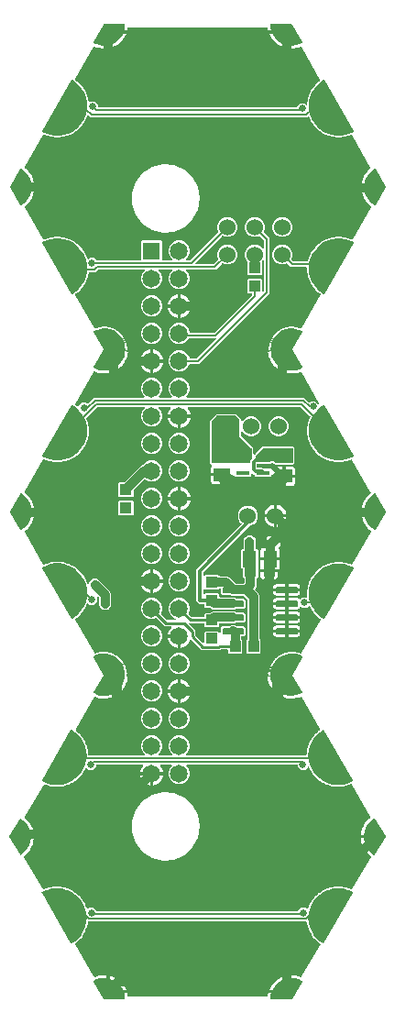
<source format=gbr>
G04 EAGLE Gerber RS-274X export*
G75*
%MOMM*%
%FSLAX34Y34*%
%LPD*%
%INBottom Copper*%
%IPPOS*%
%AMOC8*
5,1,8,0,0,1.08239X$1,22.5*%
G01*
%ADD10R,1.650000X1.650000*%
%ADD11C,1.650000*%
%ADD12R,1.100000X1.000000*%
%ADD13C,0.147500*%
%ADD14R,1.000000X1.100000*%
%ADD15C,1.000000*%
%ADD16R,1.500000X1.300000*%
%ADD17R,1.200000X0.400000*%
%ADD18C,1.524000*%
%ADD19C,1.530000*%
%ADD20R,1.300000X1.500000*%
%ADD21R,0.800000X0.500000*%
%ADD22C,0.406400*%
%ADD23C,0.508000*%
%ADD24C,1.270000*%
%ADD25C,0.812800*%
%ADD26C,0.756400*%
%ADD27C,0.203200*%
%ADD28C,0.304800*%
%ADD29C,0.254000*%
%ADD30C,0.656400*%

G36*
X-50051Y-224429D02*
X-50051Y-224429D01*
X-49960Y-224422D01*
X-49934Y-224411D01*
X-49877Y-224402D01*
X-49806Y-224400D01*
X-49757Y-224382D01*
X-49705Y-224374D01*
X-49642Y-224340D01*
X-49575Y-224315D01*
X-49534Y-224283D01*
X-49488Y-224258D01*
X-49439Y-224206D01*
X-49383Y-224162D01*
X-49354Y-224118D01*
X-49319Y-224080D01*
X-49288Y-224015D01*
X-49250Y-223955D01*
X-49237Y-223904D01*
X-49215Y-223857D01*
X-49207Y-223786D01*
X-49190Y-223716D01*
X-49194Y-223664D01*
X-49188Y-223613D01*
X-49203Y-223542D01*
X-49209Y-223471D01*
X-49229Y-223423D01*
X-49240Y-223372D01*
X-49277Y-223311D01*
X-49305Y-223245D01*
X-49350Y-223189D01*
X-49366Y-223161D01*
X-49384Y-223146D01*
X-49410Y-223114D01*
X-51087Y-221437D01*
X-52575Y-217844D01*
X-52575Y-213956D01*
X-51087Y-210363D01*
X-48337Y-207613D01*
X-44744Y-206125D01*
X-40856Y-206125D01*
X-37263Y-207613D01*
X-34513Y-210363D01*
X-33025Y-213956D01*
X-33025Y-217844D01*
X-34513Y-221437D01*
X-36190Y-223114D01*
X-36232Y-223172D01*
X-36281Y-223224D01*
X-36303Y-223271D01*
X-36334Y-223313D01*
X-36355Y-223382D01*
X-36385Y-223447D01*
X-36391Y-223499D01*
X-36406Y-223549D01*
X-36404Y-223620D01*
X-36412Y-223691D01*
X-36401Y-223742D01*
X-36400Y-223794D01*
X-36375Y-223862D01*
X-36360Y-223932D01*
X-36333Y-223977D01*
X-36315Y-224025D01*
X-36270Y-224081D01*
X-36234Y-224143D01*
X-36194Y-224177D01*
X-36162Y-224217D01*
X-36101Y-224256D01*
X-36047Y-224303D01*
X-35998Y-224322D01*
X-35955Y-224350D01*
X-35885Y-224368D01*
X-35819Y-224395D01*
X-35747Y-224403D01*
X-35716Y-224411D01*
X-35693Y-224409D01*
X-35652Y-224413D01*
X-24548Y-224413D01*
X-24477Y-224402D01*
X-24406Y-224400D01*
X-24357Y-224382D01*
X-24305Y-224374D01*
X-24242Y-224340D01*
X-24175Y-224315D01*
X-24134Y-224283D01*
X-24088Y-224258D01*
X-24039Y-224206D01*
X-23983Y-224162D01*
X-23954Y-224118D01*
X-23919Y-224080D01*
X-23888Y-224015D01*
X-23850Y-223955D01*
X-23837Y-223904D01*
X-23815Y-223857D01*
X-23807Y-223786D01*
X-23790Y-223716D01*
X-23794Y-223664D01*
X-23788Y-223613D01*
X-23803Y-223542D01*
X-23809Y-223471D01*
X-23829Y-223423D01*
X-23840Y-223372D01*
X-23877Y-223311D01*
X-23905Y-223245D01*
X-23950Y-223189D01*
X-23966Y-223161D01*
X-23984Y-223146D01*
X-24010Y-223114D01*
X-25687Y-221437D01*
X-27175Y-217844D01*
X-27175Y-213956D01*
X-25687Y-210363D01*
X-22937Y-207613D01*
X-19344Y-206125D01*
X-15456Y-206125D01*
X-11863Y-207613D01*
X-9113Y-210363D01*
X-7625Y-213956D01*
X-7625Y-217844D01*
X-9113Y-221437D01*
X-10790Y-223114D01*
X-10832Y-223172D01*
X-10881Y-223224D01*
X-10903Y-223271D01*
X-10934Y-223313D01*
X-10955Y-223382D01*
X-10985Y-223447D01*
X-10991Y-223499D01*
X-11006Y-223549D01*
X-11004Y-223620D01*
X-11012Y-223691D01*
X-11001Y-223742D01*
X-11000Y-223794D01*
X-10975Y-223862D01*
X-10960Y-223932D01*
X-10933Y-223977D01*
X-10915Y-224025D01*
X-10870Y-224081D01*
X-10834Y-224143D01*
X-10794Y-224177D01*
X-10762Y-224217D01*
X-10701Y-224256D01*
X-10647Y-224303D01*
X-10598Y-224322D01*
X-10555Y-224350D01*
X-10485Y-224368D01*
X-10419Y-224395D01*
X-10347Y-224403D01*
X-10316Y-224411D01*
X-10293Y-224409D01*
X-10252Y-224413D01*
X99523Y-224413D01*
X99571Y-224405D01*
X99619Y-224407D01*
X99691Y-224386D01*
X99766Y-224374D01*
X99809Y-224351D01*
X99855Y-224337D01*
X99917Y-224294D01*
X99983Y-224258D01*
X100017Y-224223D01*
X100056Y-224196D01*
X100101Y-224135D01*
X100153Y-224080D01*
X100173Y-224036D01*
X100202Y-223997D01*
X100224Y-223925D01*
X100256Y-223857D01*
X100262Y-223809D01*
X100265Y-223799D01*
X100287Y-223777D01*
X100326Y-223697D01*
X100373Y-223621D01*
X100381Y-223587D01*
X100396Y-223556D01*
X100427Y-223391D01*
X100592Y-221193D01*
X100589Y-221159D01*
X100594Y-221124D01*
X100579Y-221037D01*
X100571Y-220948D01*
X100557Y-220916D01*
X100551Y-220882D01*
X100516Y-220811D01*
X100660Y-220183D01*
X100662Y-220150D01*
X100677Y-220071D01*
X100725Y-219432D01*
X100766Y-219374D01*
X100823Y-219305D01*
X100836Y-219273D01*
X100855Y-219245D01*
X100911Y-219086D01*
X101402Y-216937D01*
X101404Y-216903D01*
X101414Y-216870D01*
X101411Y-216781D01*
X101417Y-216692D01*
X101408Y-216658D01*
X101407Y-216624D01*
X101384Y-216548D01*
X101619Y-215949D01*
X101626Y-215917D01*
X101652Y-215840D01*
X101795Y-215216D01*
X101844Y-215164D01*
X101911Y-215105D01*
X101928Y-215075D01*
X101952Y-215050D01*
X102030Y-214901D01*
X102836Y-212850D01*
X102844Y-212816D01*
X102859Y-212785D01*
X102869Y-212696D01*
X102888Y-212609D01*
X102884Y-212575D01*
X102888Y-212540D01*
X102877Y-212462D01*
X103199Y-211905D01*
X103210Y-211874D01*
X103248Y-211802D01*
X103482Y-211206D01*
X103539Y-211162D01*
X103613Y-211114D01*
X103635Y-211087D01*
X103662Y-211065D01*
X103762Y-210930D01*
X104864Y-209022D01*
X104877Y-208989D01*
X104896Y-208960D01*
X104920Y-208875D01*
X104951Y-208792D01*
X104953Y-208757D01*
X104962Y-208723D01*
X104962Y-208644D01*
X105363Y-208141D01*
X105376Y-208118D01*
X105394Y-208100D01*
X105402Y-208082D01*
X105427Y-208047D01*
X105748Y-207493D01*
X105810Y-207457D01*
X105891Y-207421D01*
X105917Y-207397D01*
X105947Y-207380D01*
X106065Y-207261D01*
X107440Y-205538D01*
X107457Y-205508D01*
X107481Y-205483D01*
X107517Y-205402D01*
X107560Y-205324D01*
X107567Y-205290D01*
X107581Y-205258D01*
X107593Y-205180D01*
X108065Y-204742D01*
X108085Y-204716D01*
X108142Y-204659D01*
X108542Y-204158D01*
X108608Y-204133D01*
X108694Y-204109D01*
X108723Y-204089D01*
X108755Y-204077D01*
X108890Y-203977D01*
X110506Y-202478D01*
X110527Y-202451D01*
X110555Y-202429D01*
X110603Y-202354D01*
X110657Y-202284D01*
X110669Y-202251D01*
X110687Y-202222D01*
X110711Y-202146D01*
X111243Y-201784D01*
X111267Y-201761D01*
X111332Y-201713D01*
X111801Y-201277D01*
X111871Y-201262D01*
X111959Y-201251D01*
X111991Y-201236D01*
X112025Y-201229D01*
X112173Y-201150D01*
X112380Y-201009D01*
X112463Y-200930D01*
X112547Y-200853D01*
X112551Y-200846D01*
X112558Y-200840D01*
X112611Y-200738D01*
X112667Y-200638D01*
X112669Y-200630D01*
X112673Y-200622D01*
X112691Y-200509D01*
X112712Y-200397D01*
X112711Y-200388D01*
X112712Y-200379D01*
X112693Y-200266D01*
X112678Y-200153D01*
X112673Y-200143D01*
X112672Y-200137D01*
X112661Y-200116D01*
X112610Y-199999D01*
X95627Y-170578D01*
X95568Y-170505D01*
X95514Y-170428D01*
X95490Y-170410D01*
X95471Y-170387D01*
X95392Y-170338D01*
X95317Y-170282D01*
X95288Y-170272D01*
X95263Y-170257D01*
X95172Y-170235D01*
X95083Y-170206D01*
X95053Y-170206D01*
X95024Y-170199D01*
X94931Y-170207D01*
X94837Y-170208D01*
X94801Y-170219D01*
X94779Y-170221D01*
X94749Y-170234D01*
X94676Y-170255D01*
X93532Y-170731D01*
X90914Y-171457D01*
X88226Y-171857D01*
X85510Y-171923D01*
X82806Y-171655D01*
X80155Y-171056D01*
X78789Y-170565D01*
X78789Y-167778D01*
X80752Y-168537D01*
X80785Y-168543D01*
X80829Y-168560D01*
X83819Y-169190D01*
X83853Y-169191D01*
X83898Y-169201D01*
X86951Y-169344D01*
X86984Y-169338D01*
X87031Y-169341D01*
X90067Y-168992D01*
X90099Y-168982D01*
X90145Y-168977D01*
X93086Y-168145D01*
X93116Y-168130D01*
X93161Y-168117D01*
X95930Y-166825D01*
X95954Y-166808D01*
X95982Y-166797D01*
X96033Y-166749D01*
X96090Y-166707D01*
X96105Y-166681D01*
X96127Y-166661D01*
X96155Y-166596D01*
X96191Y-166536D01*
X96195Y-166506D01*
X96207Y-166479D01*
X96208Y-166408D01*
X96217Y-166339D01*
X96209Y-166310D01*
X96210Y-166280D01*
X96176Y-166189D01*
X96164Y-166147D01*
X96158Y-166139D01*
X96156Y-166137D01*
X96152Y-166124D01*
X87159Y-150504D01*
X87160Y-150503D01*
X96787Y-133749D01*
X96795Y-133725D01*
X96809Y-133705D01*
X96826Y-133632D01*
X96850Y-133560D01*
X96848Y-133535D01*
X96853Y-133511D01*
X96840Y-133437D01*
X96834Y-133362D01*
X96822Y-133340D01*
X96818Y-133315D01*
X96777Y-133252D01*
X96742Y-133186D01*
X96723Y-133170D01*
X96709Y-133149D01*
X96617Y-133083D01*
X96588Y-133059D01*
X96581Y-133057D01*
X96574Y-133052D01*
X93801Y-131691D01*
X93768Y-131683D01*
X93726Y-131662D01*
X90770Y-130763D01*
X90736Y-130760D01*
X90692Y-130746D01*
X87630Y-130334D01*
X87596Y-130336D01*
X87550Y-130330D01*
X84462Y-130414D01*
X84429Y-130421D01*
X84382Y-130422D01*
X81347Y-131001D01*
X81316Y-131014D01*
X81270Y-131022D01*
X78367Y-132080D01*
X78338Y-132097D01*
X78294Y-132113D01*
X75599Y-133623D01*
X75573Y-133645D01*
X75532Y-133667D01*
X73114Y-135590D01*
X73092Y-135616D01*
X73055Y-135645D01*
X70977Y-137930D01*
X70959Y-137959D01*
X70928Y-137993D01*
X69243Y-140583D01*
X69230Y-140614D01*
X69204Y-140653D01*
X67957Y-143479D01*
X67949Y-143512D01*
X67930Y-143555D01*
X67152Y-146545D01*
X67150Y-146579D01*
X67138Y-146624D01*
X66849Y-149699D01*
X66852Y-149725D01*
X66847Y-149749D01*
X66848Y-149754D01*
X66847Y-149759D01*
X66849Y-149770D01*
X66848Y-149783D01*
X67074Y-152830D01*
X67083Y-152863D01*
X67087Y-152910D01*
X67799Y-155881D01*
X67813Y-155912D01*
X67824Y-155957D01*
X69003Y-158776D01*
X69022Y-158804D01*
X69040Y-158848D01*
X70656Y-161441D01*
X70680Y-161465D01*
X70704Y-161505D01*
X72716Y-163805D01*
X72743Y-163826D01*
X72773Y-163861D01*
X75127Y-165809D01*
X75157Y-165825D01*
X75193Y-165855D01*
X75743Y-166177D01*
X75743Y-169197D01*
X75174Y-168910D01*
X72919Y-167394D01*
X70867Y-165613D01*
X69049Y-163593D01*
X67494Y-161365D01*
X66224Y-158963D01*
X65259Y-156423D01*
X64613Y-153784D01*
X64403Y-151989D01*
X64912Y-151989D01*
X64973Y-151979D01*
X65034Y-151979D01*
X65093Y-151959D01*
X65154Y-151949D01*
X65209Y-151921D01*
X65268Y-151901D01*
X65317Y-151863D01*
X65372Y-151834D01*
X65414Y-151790D01*
X65464Y-151752D01*
X65498Y-151701D01*
X65541Y-151656D01*
X65567Y-151600D01*
X65602Y-151549D01*
X65619Y-151489D01*
X65645Y-151433D01*
X65652Y-151372D01*
X65668Y-151312D01*
X65665Y-151250D01*
X65672Y-151188D01*
X65659Y-151128D01*
X65655Y-151066D01*
X65633Y-151009D01*
X65620Y-150948D01*
X65588Y-150895D01*
X65565Y-150838D01*
X65510Y-150765D01*
X65493Y-150737D01*
X65481Y-150726D01*
X65464Y-150704D01*
X65257Y-150486D01*
X65245Y-150462D01*
X65310Y-149775D01*
X65306Y-149720D01*
X65312Y-149665D01*
X65297Y-149598D01*
X65293Y-149530D01*
X65271Y-149478D01*
X65260Y-149424D01*
X65225Y-149366D01*
X65199Y-149303D01*
X65162Y-149261D01*
X65133Y-149213D01*
X65082Y-149169D01*
X65037Y-149117D01*
X64989Y-149089D01*
X64947Y-149053D01*
X64883Y-149028D01*
X64824Y-148993D01*
X64770Y-148982D01*
X64718Y-148961D01*
X64613Y-148950D01*
X64583Y-148943D01*
X64571Y-148945D01*
X64552Y-148943D01*
X64413Y-148943D01*
X64421Y-148915D01*
X64520Y-148554D01*
X64724Y-148206D01*
X64737Y-148184D01*
X64749Y-148164D01*
X64749Y-148163D01*
X64925Y-147863D01*
X65189Y-147603D01*
X65260Y-147505D01*
X65331Y-147409D01*
X65332Y-147406D01*
X65334Y-147404D01*
X65337Y-147394D01*
X65391Y-147252D01*
X65619Y-146378D01*
X65622Y-146345D01*
X65640Y-146257D01*
X65698Y-145642D01*
X65751Y-145569D01*
X65812Y-145499D01*
X65824Y-145471D01*
X65842Y-145447D01*
X65902Y-145290D01*
X66227Y-144041D01*
X66230Y-144011D01*
X66240Y-143982D01*
X66241Y-143889D01*
X66250Y-143796D01*
X66243Y-143766D01*
X66243Y-143736D01*
X66218Y-143640D01*
X66470Y-143069D01*
X66479Y-143037D01*
X66511Y-142953D01*
X66666Y-142355D01*
X66730Y-142292D01*
X66802Y-142233D01*
X66818Y-142207D01*
X66840Y-142186D01*
X66924Y-142041D01*
X67446Y-140859D01*
X67453Y-140830D01*
X67468Y-140803D01*
X67484Y-140712D01*
X67508Y-140621D01*
X67505Y-140591D01*
X67511Y-140561D01*
X67501Y-140462D01*
X67841Y-139939D01*
X67855Y-139909D01*
X67900Y-139831D01*
X68150Y-139266D01*
X68223Y-139214D01*
X68303Y-139167D01*
X68323Y-139144D01*
X68348Y-139127D01*
X68455Y-138997D01*
X69159Y-137915D01*
X69171Y-137887D01*
X69190Y-137863D01*
X69220Y-137775D01*
X69258Y-137690D01*
X69261Y-137660D01*
X69271Y-137631D01*
X69277Y-137532D01*
X69697Y-137070D01*
X69715Y-137042D01*
X69772Y-136973D01*
X70109Y-136455D01*
X70190Y-136416D01*
X70277Y-136382D01*
X70300Y-136362D01*
X70327Y-136349D01*
X70453Y-136238D01*
X71322Y-135283D01*
X71338Y-135258D01*
X71361Y-135237D01*
X71405Y-135155D01*
X71456Y-135077D01*
X71463Y-135048D01*
X71478Y-135021D01*
X71500Y-134924D01*
X71989Y-134535D01*
X72011Y-134511D01*
X72078Y-134452D01*
X72494Y-133994D01*
X72580Y-133969D01*
X72671Y-133949D01*
X72697Y-133934D01*
X72727Y-133925D01*
X72869Y-133836D01*
X73879Y-133033D01*
X73900Y-133010D01*
X73925Y-132993D01*
X73982Y-132920D01*
X74045Y-132850D01*
X74057Y-132823D01*
X74075Y-132799D01*
X74113Y-132707D01*
X74657Y-132402D01*
X74683Y-132381D01*
X74759Y-132333D01*
X75243Y-131948D01*
X75332Y-131937D01*
X75425Y-131933D01*
X75453Y-131922D01*
X75484Y-131918D01*
X75638Y-131852D01*
X76765Y-131221D01*
X76788Y-131203D01*
X76816Y-131190D01*
X76884Y-131126D01*
X76957Y-131068D01*
X76973Y-131043D01*
X76995Y-131022D01*
X77047Y-130937D01*
X77634Y-130723D01*
X77662Y-130707D01*
X77745Y-130672D01*
X78285Y-130370D01*
X78374Y-130373D01*
X78467Y-130384D01*
X78497Y-130377D01*
X78527Y-130378D01*
X78690Y-130339D01*
X79903Y-129897D01*
X79929Y-129882D01*
X79959Y-129874D01*
X80036Y-129822D01*
X80117Y-129776D01*
X80138Y-129754D01*
X80163Y-129737D01*
X80227Y-129661D01*
X80841Y-129544D01*
X80872Y-129533D01*
X80959Y-129512D01*
X81540Y-129300D01*
X81628Y-129317D01*
X81718Y-129343D01*
X81748Y-129341D01*
X81778Y-129347D01*
X81945Y-129334D01*
X83213Y-129092D01*
X83242Y-129082D01*
X83272Y-129079D01*
X83357Y-129040D01*
X83444Y-129008D01*
X83468Y-128989D01*
X83495Y-128976D01*
X83571Y-128912D01*
X84195Y-128895D01*
X84228Y-128889D01*
X84317Y-128882D01*
X84925Y-128766D01*
X85009Y-128797D01*
X85093Y-128836D01*
X85123Y-128840D01*
X85152Y-128850D01*
X85319Y-128864D01*
X86610Y-128829D01*
X86639Y-128824D01*
X86670Y-128825D01*
X86759Y-128800D01*
X86851Y-128783D01*
X86878Y-128768D01*
X86907Y-128760D01*
X86992Y-128709D01*
X87611Y-128792D01*
X87644Y-128791D01*
X87733Y-128799D01*
X88351Y-128782D01*
X88429Y-128826D01*
X88506Y-128878D01*
X88535Y-128887D01*
X88562Y-128902D01*
X88725Y-128942D01*
X90004Y-129115D01*
X90035Y-129114D01*
X90064Y-129120D01*
X90157Y-129110D01*
X90250Y-129108D01*
X90279Y-129097D01*
X90309Y-129094D01*
X90401Y-129057D01*
X90998Y-129239D01*
X91016Y-129241D01*
X91025Y-129244D01*
X91046Y-129247D01*
X91118Y-129265D01*
X91731Y-129347D01*
X91801Y-129403D01*
X91869Y-129467D01*
X91896Y-129480D01*
X91920Y-129499D01*
X92074Y-129565D01*
X93309Y-129941D01*
X93339Y-129945D01*
X93367Y-129956D01*
X93461Y-129961D01*
X93553Y-129973D01*
X93583Y-129967D01*
X93613Y-129969D01*
X93710Y-129948D01*
X94271Y-130223D01*
X94302Y-130232D01*
X94385Y-130268D01*
X94393Y-130270D01*
X94449Y-130277D01*
X94502Y-130295D01*
X94570Y-130294D01*
X94637Y-130302D01*
X94692Y-130292D01*
X94748Y-130291D01*
X94812Y-130268D01*
X94878Y-130255D01*
X94927Y-130228D01*
X94980Y-130209D01*
X95033Y-130167D01*
X95092Y-130134D01*
X95129Y-130092D01*
X95174Y-130057D01*
X95235Y-129974D01*
X95256Y-129951D01*
X95261Y-129939D01*
X95273Y-129922D01*
X113037Y-99157D01*
X113078Y-99050D01*
X113121Y-98944D01*
X113121Y-98936D01*
X113124Y-98927D01*
X113128Y-98814D01*
X113135Y-98699D01*
X113133Y-98690D01*
X113133Y-98682D01*
X113101Y-98572D01*
X113071Y-98461D01*
X113066Y-98454D01*
X113063Y-98446D01*
X112998Y-98352D01*
X112934Y-98257D01*
X112926Y-98250D01*
X112922Y-98244D01*
X112904Y-98231D01*
X112806Y-98148D01*
X112681Y-98062D01*
X112649Y-98047D01*
X112622Y-98026D01*
X112538Y-97996D01*
X112458Y-97958D01*
X112423Y-97954D01*
X112391Y-97943D01*
X112312Y-97937D01*
X111840Y-97499D01*
X111812Y-97481D01*
X111751Y-97428D01*
X111221Y-97068D01*
X111210Y-97043D01*
X111203Y-97010D01*
X111179Y-96972D01*
X111160Y-96919D01*
X111139Y-96892D01*
X111124Y-96861D01*
X111089Y-96821D01*
X111076Y-96799D01*
X111055Y-96781D01*
X111014Y-96734D01*
X109398Y-95235D01*
X109369Y-95216D01*
X109345Y-95191D01*
X109267Y-95148D01*
X109193Y-95099D01*
X109160Y-95090D01*
X109129Y-95074D01*
X109052Y-95056D01*
X108650Y-94553D01*
X108626Y-94531D01*
X108617Y-94521D01*
X108614Y-94516D01*
X108608Y-94511D01*
X108573Y-94470D01*
X108103Y-94034D01*
X108083Y-93966D01*
X108065Y-93879D01*
X108048Y-93849D01*
X108038Y-93815D01*
X107948Y-93674D01*
X106573Y-91951D01*
X106548Y-91927D01*
X106528Y-91899D01*
X106457Y-91845D01*
X106391Y-91786D01*
X106359Y-91772D01*
X106331Y-91751D01*
X106257Y-91722D01*
X105935Y-91165D01*
X105914Y-91139D01*
X105871Y-91071D01*
X105472Y-90570D01*
X105462Y-90500D01*
X105457Y-90411D01*
X105445Y-90378D01*
X105440Y-90344D01*
X105372Y-90190D01*
X104270Y-88282D01*
X104248Y-88255D01*
X104232Y-88224D01*
X104170Y-88161D01*
X104114Y-88092D01*
X104084Y-88073D01*
X104060Y-88048D01*
X103991Y-88009D01*
X103756Y-87410D01*
X103739Y-87382D01*
X103707Y-87307D01*
X103277Y-86565D01*
X103201Y-86472D01*
X103128Y-86380D01*
X103124Y-86378D01*
X103122Y-86374D01*
X103021Y-86311D01*
X102921Y-86247D01*
X102917Y-86246D01*
X102913Y-86244D01*
X102797Y-86216D01*
X102683Y-86187D01*
X102678Y-86187D01*
X102674Y-86186D01*
X102555Y-86197D01*
X102437Y-86206D01*
X102433Y-86208D01*
X102429Y-86208D01*
X102320Y-86256D01*
X102211Y-86302D01*
X102207Y-86306D01*
X102204Y-86307D01*
X102193Y-86317D01*
X102080Y-86407D01*
X100402Y-88086D01*
X96419Y-88086D01*
X95397Y-87064D01*
X95320Y-87008D01*
X95247Y-86947D01*
X95220Y-86937D01*
X95198Y-86920D01*
X95106Y-86892D01*
X95018Y-86857D01*
X94989Y-86856D01*
X94962Y-86848D01*
X94867Y-86850D01*
X94772Y-86846D01*
X94745Y-86853D01*
X94717Y-86854D01*
X94627Y-86887D01*
X94535Y-86913D01*
X94512Y-86929D01*
X94486Y-86939D01*
X94411Y-86998D01*
X94333Y-87052D01*
X94316Y-87075D01*
X94294Y-87092D01*
X94242Y-87173D01*
X94185Y-87249D01*
X94172Y-87282D01*
X94161Y-87299D01*
X94152Y-87331D01*
X94124Y-87405D01*
X94067Y-87615D01*
X93636Y-88363D01*
X93025Y-88973D01*
X92278Y-89405D01*
X91444Y-89628D01*
X83374Y-89628D01*
X83374Y-84851D01*
X83371Y-84831D01*
X83373Y-84811D01*
X83351Y-84710D01*
X83335Y-84608D01*
X83325Y-84590D01*
X83321Y-84571D01*
X83268Y-84482D01*
X83219Y-84391D01*
X83205Y-84377D01*
X83195Y-84360D01*
X83116Y-84292D01*
X83041Y-84221D01*
X83023Y-84213D01*
X83008Y-84200D01*
X82912Y-84161D01*
X82867Y-84140D01*
X82873Y-84137D01*
X82893Y-84132D01*
X82982Y-84079D01*
X83073Y-84031D01*
X83087Y-84016D01*
X83104Y-84006D01*
X83171Y-83927D01*
X83243Y-83852D01*
X83251Y-83834D01*
X83264Y-83819D01*
X83303Y-83723D01*
X83346Y-83629D01*
X83348Y-83610D01*
X83356Y-83591D01*
X83374Y-83424D01*
X83374Y-78647D01*
X91444Y-78647D01*
X92278Y-78870D01*
X93025Y-79302D01*
X93645Y-79922D01*
X93707Y-79997D01*
X93781Y-80090D01*
X93785Y-80092D01*
X93787Y-80095D01*
X93888Y-80158D01*
X93988Y-80223D01*
X93992Y-80224D01*
X93996Y-80226D01*
X94112Y-80254D01*
X94227Y-80283D01*
X94231Y-80283D01*
X94235Y-80284D01*
X94354Y-80273D01*
X94472Y-80264D01*
X94476Y-80262D01*
X94480Y-80262D01*
X94589Y-80214D01*
X94698Y-80167D01*
X94702Y-80164D01*
X94705Y-80163D01*
X94715Y-80154D01*
X94829Y-80063D01*
X96419Y-78472D01*
X100314Y-78472D01*
X100362Y-78465D01*
X100410Y-78466D01*
X100482Y-78445D01*
X100556Y-78433D01*
X100599Y-78410D01*
X100646Y-78396D01*
X100707Y-78353D01*
X100774Y-78318D01*
X100807Y-78282D01*
X100847Y-78254D01*
X100891Y-78194D01*
X100943Y-78139D01*
X100964Y-78095D01*
X100992Y-78056D01*
X101015Y-77984D01*
X101047Y-77916D01*
X101052Y-77868D01*
X101067Y-77822D01*
X101071Y-77695D01*
X101074Y-77672D01*
X101072Y-77665D01*
X101073Y-77654D01*
X100935Y-75821D01*
X100927Y-75787D01*
X100927Y-75752D01*
X100898Y-75668D01*
X100877Y-75582D01*
X100858Y-75552D01*
X100847Y-75520D01*
X100802Y-75454D01*
X100850Y-74812D01*
X100847Y-74779D01*
X100850Y-74698D01*
X100802Y-74060D01*
X100834Y-73995D01*
X100880Y-73920D01*
X100888Y-73886D01*
X100903Y-73855D01*
X100934Y-73690D01*
X101098Y-71492D01*
X101095Y-71457D01*
X101100Y-71423D01*
X101084Y-71335D01*
X101077Y-71247D01*
X101063Y-71215D01*
X101057Y-71181D01*
X101022Y-71109D01*
X101165Y-70482D01*
X101167Y-70449D01*
X101182Y-70369D01*
X101230Y-69731D01*
X101270Y-69672D01*
X101328Y-69604D01*
X101340Y-69571D01*
X101360Y-69543D01*
X101415Y-69384D01*
X101905Y-67235D01*
X101907Y-67201D01*
X101917Y-67168D01*
X101915Y-67079D01*
X101920Y-66990D01*
X101911Y-66956D01*
X101910Y-66922D01*
X101886Y-66846D01*
X102121Y-66247D01*
X102128Y-66214D01*
X102155Y-66138D01*
X102297Y-65514D01*
X102346Y-65462D01*
X102413Y-65403D01*
X102430Y-65373D01*
X102454Y-65347D01*
X102532Y-65199D01*
X103337Y-63147D01*
X103344Y-63113D01*
X103359Y-63082D01*
X103370Y-62993D01*
X103389Y-62906D01*
X103385Y-62872D01*
X103389Y-62837D01*
X103377Y-62759D01*
X103698Y-62201D01*
X103710Y-62171D01*
X103748Y-62099D01*
X103982Y-61503D01*
X104038Y-61459D01*
X104113Y-61410D01*
X104134Y-61383D01*
X104162Y-61362D01*
X104261Y-61227D01*
X105362Y-59317D01*
X105375Y-59285D01*
X105394Y-59256D01*
X105418Y-59170D01*
X105449Y-59087D01*
X105451Y-59053D01*
X105460Y-59019D01*
X105460Y-58940D01*
X105861Y-58436D01*
X105877Y-58408D01*
X105925Y-58342D01*
X106245Y-57788D01*
X106307Y-57752D01*
X106388Y-57716D01*
X106414Y-57692D01*
X106444Y-57675D01*
X106562Y-57556D01*
X107936Y-55833D01*
X107953Y-55802D01*
X107976Y-55777D01*
X108013Y-55695D01*
X108056Y-55618D01*
X108063Y-55584D01*
X108077Y-55552D01*
X108088Y-55474D01*
X108560Y-55036D01*
X108580Y-55010D01*
X108637Y-54952D01*
X109037Y-54451D01*
X109103Y-54426D01*
X109189Y-54402D01*
X109218Y-54382D01*
X109250Y-54370D01*
X109385Y-54270D01*
X111000Y-52770D01*
X111021Y-52743D01*
X111048Y-52721D01*
X111096Y-52646D01*
X111151Y-52576D01*
X111162Y-52543D01*
X111181Y-52514D01*
X111204Y-52438D01*
X111736Y-52075D01*
X111760Y-52053D01*
X111825Y-52004D01*
X112294Y-51569D01*
X112364Y-51553D01*
X112453Y-51542D01*
X112484Y-51527D01*
X112518Y-51520D01*
X112666Y-51441D01*
X114487Y-50199D01*
X114512Y-50175D01*
X114542Y-50157D01*
X114600Y-50091D01*
X114665Y-50029D01*
X114681Y-49999D01*
X114704Y-49972D01*
X114738Y-49901D01*
X115318Y-49621D01*
X115345Y-49603D01*
X115416Y-49564D01*
X115945Y-49204D01*
X116017Y-49199D01*
X116106Y-49201D01*
X116139Y-49191D01*
X116174Y-49188D01*
X116332Y-49133D01*
X118317Y-48176D01*
X118346Y-48156D01*
X118378Y-48143D01*
X118446Y-48086D01*
X118519Y-48035D01*
X118539Y-48007D01*
X118566Y-47984D01*
X118610Y-47919D01*
X119225Y-47729D01*
X119255Y-47714D01*
X119331Y-47687D01*
X119908Y-47409D01*
X119980Y-47415D01*
X120067Y-47430D01*
X120101Y-47425D01*
X120136Y-47428D01*
X120301Y-47397D01*
X122407Y-46746D01*
X122438Y-46731D01*
X122472Y-46723D01*
X122548Y-46676D01*
X122627Y-46637D01*
X122651Y-46612D01*
X122681Y-46594D01*
X122735Y-46536D01*
X123371Y-46439D01*
X123403Y-46429D01*
X123482Y-46414D01*
X124094Y-46225D01*
X124164Y-46242D01*
X124248Y-46270D01*
X124283Y-46270D01*
X124317Y-46278D01*
X124484Y-46271D01*
X126664Y-45942D01*
X126697Y-45931D01*
X126731Y-45929D01*
X126813Y-45894D01*
X126898Y-45867D01*
X126926Y-45846D01*
X126958Y-45832D01*
X127019Y-45783D01*
X127663Y-45783D01*
X127696Y-45777D01*
X127777Y-45774D01*
X128410Y-45678D01*
X128476Y-45705D01*
X128555Y-45746D01*
X128590Y-45751D01*
X128622Y-45764D01*
X128789Y-45782D01*
X130993Y-45781D01*
X131027Y-45776D01*
X131062Y-45778D01*
X131148Y-45756D01*
X131235Y-45742D01*
X131266Y-45725D01*
X131300Y-45717D01*
X131368Y-45677D01*
X132005Y-45773D01*
X132038Y-45772D01*
X132118Y-45781D01*
X132759Y-45781D01*
X132821Y-45817D01*
X132893Y-45869D01*
X132926Y-45879D01*
X132956Y-45897D01*
X133118Y-45940D01*
X135298Y-46268D01*
X135332Y-46267D01*
X135366Y-46275D01*
X135454Y-46266D01*
X135543Y-46265D01*
X135576Y-46253D01*
X135611Y-46250D01*
X135685Y-46220D01*
X136300Y-46410D01*
X136332Y-46414D01*
X136411Y-46435D01*
X137044Y-46530D01*
X137100Y-46576D01*
X137163Y-46638D01*
X137194Y-46653D01*
X137221Y-46675D01*
X137375Y-46741D01*
X139482Y-47390D01*
X139516Y-47395D01*
X139548Y-47408D01*
X139637Y-47412D01*
X139725Y-47424D01*
X139759Y-47417D01*
X139794Y-47419D01*
X139871Y-47401D01*
X140451Y-47680D01*
X140483Y-47690D01*
X140557Y-47722D01*
X141169Y-47910D01*
X141218Y-47963D01*
X141271Y-48034D01*
X141300Y-48054D01*
X141323Y-48079D01*
X141466Y-48168D01*
X141623Y-48244D01*
X141732Y-48276D01*
X141841Y-48311D01*
X141850Y-48311D01*
X141858Y-48313D01*
X141973Y-48309D01*
X142087Y-48307D01*
X142095Y-48304D01*
X142104Y-48304D01*
X142211Y-48263D01*
X142319Y-48225D01*
X142326Y-48220D01*
X142334Y-48217D01*
X142422Y-48144D01*
X142513Y-48074D01*
X142519Y-48065D01*
X142524Y-48061D01*
X142537Y-48041D01*
X142612Y-47939D01*
X159909Y-17982D01*
X159942Y-17895D01*
X159982Y-17810D01*
X159986Y-17780D01*
X159996Y-17752D01*
X160000Y-17659D01*
X160011Y-17566D01*
X160004Y-17536D01*
X160005Y-17506D01*
X159979Y-17417D01*
X159960Y-17325D01*
X159944Y-17299D01*
X159936Y-17270D01*
X159882Y-17194D01*
X159835Y-17114D01*
X159807Y-17087D01*
X159794Y-17069D01*
X159768Y-17050D01*
X159714Y-16997D01*
X158792Y-16291D01*
X158792Y-16290D01*
X158628Y-16164D01*
X156580Y-14116D01*
X154817Y-11819D01*
X153369Y-9311D01*
X152261Y-6635D01*
X151511Y-3838D01*
X151143Y-1041D01*
X153736Y-1041D01*
X153736Y-1051D01*
X153737Y-1055D01*
X153737Y-1057D01*
X153743Y-1084D01*
X153743Y-1131D01*
X154235Y-4158D01*
X154247Y-4189D01*
X154254Y-4236D01*
X155225Y-7144D01*
X155242Y-7174D01*
X155256Y-7218D01*
X156681Y-9933D01*
X156703Y-9959D01*
X156724Y-10001D01*
X158566Y-12452D01*
X158591Y-12475D01*
X158619Y-12512D01*
X160831Y-14636D01*
X160859Y-14654D01*
X160893Y-14687D01*
X163416Y-16429D01*
X163443Y-16440D01*
X163465Y-16459D01*
X163534Y-16479D01*
X163599Y-16507D01*
X163628Y-16507D01*
X163656Y-16515D01*
X163727Y-16507D01*
X163798Y-16508D01*
X163825Y-16496D01*
X163854Y-16493D01*
X163916Y-16458D01*
X163981Y-16430D01*
X164002Y-16410D01*
X164027Y-16395D01*
X164090Y-16318D01*
X164120Y-16288D01*
X164124Y-16278D01*
X164133Y-16267D01*
X173633Y233D01*
X173643Y265D01*
X173652Y278D01*
X173656Y302D01*
X173657Y306D01*
X173688Y376D01*
X173688Y400D01*
X173696Y422D01*
X173690Y498D01*
X173691Y575D01*
X173681Y599D01*
X173680Y620D01*
X173659Y659D01*
X173633Y731D01*
X164133Y17231D01*
X164114Y17253D01*
X164101Y17279D01*
X164048Y17327D01*
X164001Y17380D01*
X163975Y17393D01*
X163954Y17412D01*
X163886Y17435D01*
X163822Y17466D01*
X163793Y17468D01*
X163766Y17477D01*
X163694Y17472D01*
X163623Y17475D01*
X163596Y17465D01*
X163567Y17463D01*
X163477Y17421D01*
X163437Y17406D01*
X163429Y17399D01*
X163416Y17393D01*
X160893Y15651D01*
X160869Y15627D01*
X160831Y15600D01*
X158619Y13476D01*
X158600Y13448D01*
X158566Y13416D01*
X156724Y10965D01*
X156710Y10934D01*
X156681Y10897D01*
X155256Y8182D01*
X155247Y8151D01*
X155231Y8126D01*
X155230Y8118D01*
X155225Y8108D01*
X154254Y5200D01*
X154250Y5166D01*
X154235Y5122D01*
X153743Y2095D01*
X153744Y2061D01*
X153736Y2015D01*
X153736Y2005D01*
X151143Y2005D01*
X151511Y4802D01*
X152261Y7599D01*
X153369Y10275D01*
X154817Y12782D01*
X154854Y12832D01*
X156580Y15080D01*
X158628Y17128D01*
X159342Y17677D01*
X159406Y17745D01*
X159475Y17807D01*
X159490Y17834D01*
X159511Y17856D01*
X159550Y17941D01*
X159595Y18022D01*
X159601Y18052D01*
X159613Y18079D01*
X159623Y18172D01*
X159640Y18264D01*
X159636Y18294D01*
X159639Y18324D01*
X159619Y18415D01*
X159606Y18507D01*
X159590Y18542D01*
X159585Y18564D01*
X159569Y18592D01*
X159538Y18661D01*
X142361Y48420D01*
X142291Y48505D01*
X142225Y48592D01*
X142214Y48600D01*
X142205Y48611D01*
X142112Y48669D01*
X142022Y48730D01*
X142008Y48734D01*
X141996Y48741D01*
X141890Y48767D01*
X141785Y48796D01*
X141771Y48796D01*
X141757Y48799D01*
X141648Y48789D01*
X141539Y48783D01*
X141526Y48778D01*
X141512Y48777D01*
X141412Y48733D01*
X141310Y48693D01*
X141305Y48688D01*
X140557Y48458D01*
X140528Y48443D01*
X140451Y48416D01*
X139874Y48139D01*
X139803Y48145D01*
X139715Y48160D01*
X139681Y48155D01*
X139647Y48158D01*
X139482Y48126D01*
X137375Y47477D01*
X137344Y47462D01*
X137310Y47454D01*
X137235Y47408D01*
X137155Y47368D01*
X137130Y47343D01*
X137101Y47325D01*
X137047Y47267D01*
X136411Y47171D01*
X136379Y47161D01*
X136300Y47146D01*
X135688Y46957D01*
X135618Y46974D01*
X135534Y47002D01*
X135499Y47002D01*
X135465Y47010D01*
X135298Y47004D01*
X133118Y46676D01*
X133085Y46665D01*
X133050Y46663D01*
X132968Y46628D01*
X132884Y46601D01*
X132856Y46580D01*
X132824Y46566D01*
X132762Y46517D01*
X132118Y46517D01*
X132086Y46512D01*
X132005Y46509D01*
X131372Y46413D01*
X131305Y46440D01*
X131226Y46481D01*
X131192Y46486D01*
X131159Y46499D01*
X130993Y46517D01*
X128789Y46518D01*
X128754Y46513D01*
X128720Y46515D01*
X128634Y46493D01*
X128546Y46479D01*
X128515Y46462D01*
X128482Y46454D01*
X128413Y46414D01*
X127777Y46510D01*
X127744Y46510D01*
X127663Y46519D01*
X127023Y46519D01*
X126961Y46555D01*
X126889Y46607D01*
X126856Y46617D01*
X126826Y46635D01*
X126664Y46678D01*
X124484Y47007D01*
X124450Y47007D01*
X124416Y47014D01*
X124327Y47005D01*
X124238Y47004D01*
X124205Y46993D01*
X124171Y46989D01*
X124097Y46960D01*
X123482Y47150D01*
X123450Y47155D01*
X123371Y47175D01*
X122738Y47271D01*
X122683Y47316D01*
X122619Y47378D01*
X122588Y47393D01*
X122561Y47415D01*
X122407Y47482D01*
X120301Y48133D01*
X120266Y48137D01*
X120234Y48150D01*
X120145Y48154D01*
X120057Y48166D01*
X120023Y48160D01*
X119988Y48161D01*
X119911Y48144D01*
X119331Y48423D01*
X119300Y48432D01*
X119225Y48465D01*
X118613Y48654D01*
X118565Y48707D01*
X118511Y48778D01*
X118483Y48797D01*
X118459Y48823D01*
X118317Y48912D01*
X116332Y49869D01*
X116299Y49878D01*
X116268Y49896D01*
X116181Y49913D01*
X116096Y49938D01*
X116061Y49937D01*
X116027Y49944D01*
X115948Y49938D01*
X115416Y50300D01*
X115386Y50314D01*
X115318Y50357D01*
X114741Y50635D01*
X114701Y50695D01*
X114659Y50773D01*
X114633Y50797D01*
X114614Y50826D01*
X114487Y50935D01*
X112666Y52177D01*
X112634Y52192D01*
X112607Y52213D01*
X112524Y52243D01*
X112443Y52281D01*
X112408Y52285D01*
X112376Y52297D01*
X112297Y52302D01*
X111825Y52740D01*
X111797Y52759D01*
X111736Y52811D01*
X111207Y53172D01*
X111177Y53237D01*
X111146Y53321D01*
X111125Y53348D01*
X111110Y53379D01*
X111000Y53506D01*
X109385Y55006D01*
X109356Y55025D01*
X109332Y55050D01*
X109254Y55093D01*
X109180Y55142D01*
X109147Y55151D01*
X109116Y55167D01*
X109039Y55185D01*
X108637Y55688D01*
X108613Y55711D01*
X108560Y55772D01*
X108091Y56207D01*
X108070Y56276D01*
X108053Y56363D01*
X108035Y56393D01*
X108025Y56427D01*
X107936Y56569D01*
X106562Y58292D01*
X106537Y58315D01*
X106517Y58344D01*
X106446Y58398D01*
X106380Y58457D01*
X106348Y58471D01*
X106320Y58492D01*
X106246Y58521D01*
X105925Y59078D01*
X105904Y59104D01*
X105861Y59172D01*
X105462Y59673D01*
X105452Y59744D01*
X105447Y59833D01*
X105435Y59865D01*
X105430Y59900D01*
X105362Y60053D01*
X104261Y61963D01*
X104239Y61989D01*
X104224Y62021D01*
X104161Y62084D01*
X104105Y62153D01*
X104076Y62171D01*
X104052Y62196D01*
X103983Y62236D01*
X103748Y62835D01*
X103739Y62850D01*
X103738Y62852D01*
X103729Y62867D01*
X103698Y62937D01*
X103378Y63492D01*
X103379Y63564D01*
X103388Y63652D01*
X103380Y63686D01*
X103381Y63721D01*
X103337Y63883D01*
X102532Y65935D01*
X102515Y65965D01*
X102504Y65998D01*
X102452Y66070D01*
X102407Y66146D01*
X102380Y66169D01*
X102360Y66197D01*
X102298Y66246D01*
X102155Y66874D01*
X102143Y66905D01*
X102121Y66983D01*
X101888Y67579D01*
X101899Y67650D01*
X101921Y67736D01*
X101918Y67770D01*
X101924Y67805D01*
X101905Y67971D01*
X101415Y70120D01*
X101402Y70152D01*
X101397Y70187D01*
X101356Y70266D01*
X101322Y70348D01*
X101300Y70375D01*
X101284Y70405D01*
X101230Y70463D01*
X101182Y71105D01*
X101174Y71137D01*
X101165Y71218D01*
X101023Y71842D01*
X101044Y71911D01*
X101079Y71993D01*
X101082Y72027D01*
X101092Y72060D01*
X101098Y72228D01*
X100934Y74426D01*
X100926Y74459D01*
X100926Y74494D01*
X100897Y74579D01*
X100876Y74665D01*
X100858Y74694D01*
X100847Y74727D01*
X100802Y74793D01*
X100850Y75434D01*
X100847Y75467D01*
X100850Y75548D01*
X100803Y76187D01*
X100834Y76251D01*
X100881Y76327D01*
X100888Y76361D01*
X100904Y76392D01*
X100935Y76557D01*
X101100Y78755D01*
X101097Y78789D01*
X101102Y78824D01*
X101087Y78911D01*
X101079Y79000D01*
X101065Y79032D01*
X101059Y79066D01*
X101024Y79137D01*
X101168Y79765D01*
X101170Y79798D01*
X101185Y79877D01*
X101233Y80516D01*
X101274Y80574D01*
X101331Y80643D01*
X101344Y80675D01*
X101363Y80703D01*
X101419Y80862D01*
X101910Y83011D01*
X101912Y83045D01*
X101922Y83078D01*
X101919Y83167D01*
X101925Y83256D01*
X101916Y83290D01*
X101915Y83324D01*
X101892Y83400D01*
X102127Y83999D01*
X102134Y84031D01*
X102160Y84108D01*
X102303Y84732D01*
X102352Y84784D01*
X102419Y84843D01*
X102436Y84873D01*
X102460Y84898D01*
X102538Y85047D01*
X103344Y87098D01*
X103352Y87132D01*
X103367Y87163D01*
X103377Y87252D01*
X103396Y87339D01*
X103392Y87373D01*
X103396Y87408D01*
X103384Y87486D01*
X103612Y87879D01*
X103627Y87920D01*
X103651Y87957D01*
X103670Y88035D01*
X103699Y88109D01*
X103700Y88153D01*
X103711Y88196D01*
X103705Y88275D01*
X103708Y88355D01*
X103695Y88397D01*
X103692Y88441D01*
X103661Y88514D01*
X103638Y88591D01*
X103613Y88627D01*
X103596Y88667D01*
X103505Y88780D01*
X103497Y88792D01*
X103494Y88794D01*
X103491Y88798D01*
X95040Y97249D01*
X94966Y97302D01*
X94897Y97361D01*
X94866Y97374D01*
X94840Y97392D01*
X94753Y97419D01*
X94668Y97453D01*
X94628Y97458D01*
X94605Y97465D01*
X94573Y97464D01*
X94502Y97472D01*
X-8874Y97472D01*
X-8944Y97460D01*
X-9016Y97458D01*
X-9065Y97440D01*
X-9116Y97432D01*
X-9180Y97399D01*
X-9247Y97374D01*
X-9288Y97341D01*
X-9334Y97317D01*
X-9383Y97265D01*
X-9439Y97220D01*
X-9467Y97176D01*
X-9503Y97139D01*
X-9533Y97074D01*
X-9572Y97013D01*
X-9585Y96963D01*
X-9607Y96916D01*
X-9615Y96844D01*
X-9632Y96775D01*
X-9628Y96723D01*
X-9634Y96671D01*
X-9619Y96601D01*
X-9613Y96529D01*
X-9593Y96482D01*
X-9582Y96431D01*
X-9545Y96369D01*
X-9517Y96303D01*
X-9472Y96247D01*
X-9455Y96220D01*
X-9438Y96204D01*
X-9412Y96172D01*
X-9169Y95930D01*
X-8171Y94555D01*
X-7400Y93042D01*
X-6875Y91427D01*
X-6716Y90423D01*
X-16638Y90423D01*
X-16658Y90420D01*
X-16677Y90422D01*
X-16779Y90400D01*
X-16881Y90383D01*
X-16898Y90374D01*
X-16918Y90370D01*
X-17007Y90317D01*
X-17098Y90268D01*
X-17112Y90254D01*
X-17129Y90244D01*
X-17196Y90165D01*
X-17267Y90090D01*
X-17276Y90072D01*
X-17289Y90057D01*
X-17327Y89961D01*
X-17371Y89867D01*
X-17373Y89847D01*
X-17381Y89829D01*
X-17399Y89662D01*
X-17399Y88899D01*
X-17401Y88899D01*
X-17401Y89662D01*
X-17404Y89682D01*
X-17402Y89701D01*
X-17424Y89803D01*
X-17441Y89905D01*
X-17450Y89922D01*
X-17454Y89942D01*
X-17507Y90031D01*
X-17556Y90122D01*
X-17570Y90136D01*
X-17580Y90153D01*
X-17659Y90220D01*
X-17734Y90291D01*
X-17752Y90300D01*
X-17767Y90313D01*
X-17863Y90352D01*
X-17957Y90395D01*
X-17977Y90397D01*
X-17995Y90405D01*
X-18162Y90423D01*
X-28084Y90423D01*
X-27925Y91427D01*
X-27400Y93042D01*
X-26629Y94555D01*
X-25631Y95930D01*
X-25447Y96114D01*
X-25405Y96172D01*
X-25355Y96224D01*
X-25333Y96271D01*
X-25303Y96313D01*
X-25282Y96382D01*
X-25252Y96447D01*
X-25246Y96499D01*
X-25231Y96549D01*
X-25233Y96620D01*
X-25225Y96691D01*
X-25236Y96742D01*
X-25237Y96794D01*
X-25262Y96862D01*
X-25277Y96932D01*
X-25304Y96977D01*
X-25322Y97025D01*
X-25366Y97081D01*
X-25403Y97143D01*
X-25443Y97177D01*
X-25475Y97217D01*
X-25535Y97256D01*
X-25590Y97303D01*
X-25638Y97322D01*
X-25682Y97350D01*
X-25752Y97368D01*
X-25818Y97395D01*
X-25889Y97403D01*
X-25921Y97411D01*
X-25944Y97409D01*
X-25985Y97413D01*
X-35652Y97413D01*
X-35723Y97402D01*
X-35794Y97400D01*
X-35843Y97382D01*
X-35895Y97374D01*
X-35958Y97340D01*
X-36025Y97315D01*
X-36066Y97283D01*
X-36112Y97258D01*
X-36161Y97206D01*
X-36217Y97162D01*
X-36246Y97118D01*
X-36281Y97080D01*
X-36312Y97015D01*
X-36350Y96955D01*
X-36363Y96904D01*
X-36385Y96857D01*
X-36393Y96786D01*
X-36410Y96716D01*
X-36406Y96664D01*
X-36412Y96613D01*
X-36397Y96542D01*
X-36391Y96471D01*
X-36371Y96423D01*
X-36360Y96372D01*
X-36323Y96311D01*
X-36295Y96245D01*
X-36250Y96189D01*
X-36234Y96161D01*
X-36216Y96146D01*
X-36190Y96114D01*
X-34513Y94437D01*
X-33025Y90844D01*
X-33025Y86956D01*
X-34513Y83363D01*
X-37263Y80613D01*
X-40856Y79125D01*
X-44744Y79125D01*
X-48337Y80613D01*
X-51087Y83363D01*
X-52575Y86956D01*
X-52575Y90844D01*
X-51087Y94437D01*
X-49410Y96114D01*
X-49368Y96172D01*
X-49319Y96224D01*
X-49297Y96271D01*
X-49266Y96313D01*
X-49245Y96382D01*
X-49215Y96447D01*
X-49209Y96499D01*
X-49194Y96549D01*
X-49196Y96620D01*
X-49188Y96691D01*
X-49199Y96742D01*
X-49200Y96794D01*
X-49225Y96862D01*
X-49240Y96932D01*
X-49267Y96977D01*
X-49285Y97025D01*
X-49330Y97081D01*
X-49366Y97143D01*
X-49406Y97177D01*
X-49438Y97217D01*
X-49499Y97256D01*
X-49553Y97303D01*
X-49602Y97322D01*
X-49645Y97350D01*
X-49715Y97368D01*
X-49781Y97395D01*
X-49853Y97403D01*
X-49884Y97411D01*
X-49888Y97410D01*
X-49917Y97419D01*
X-50002Y97453D01*
X-50043Y97458D01*
X-50065Y97465D01*
X-50097Y97464D01*
X-50169Y97472D01*
X-92295Y97472D01*
X-92385Y97457D01*
X-92476Y97450D01*
X-92506Y97437D01*
X-92538Y97432D01*
X-92618Y97389D01*
X-92702Y97354D01*
X-92734Y97328D01*
X-92755Y97317D01*
X-92777Y97294D01*
X-92833Y97249D01*
X-102890Y87192D01*
X-102954Y87103D01*
X-103021Y87015D01*
X-103026Y87003D01*
X-103034Y86992D01*
X-103066Y86887D01*
X-103102Y86783D01*
X-103102Y86770D01*
X-103106Y86757D01*
X-103103Y86647D01*
X-103104Y86537D01*
X-103100Y86522D01*
X-103100Y86511D01*
X-103090Y86484D01*
X-103060Y86375D01*
X-102538Y85047D01*
X-102521Y85017D01*
X-102510Y84984D01*
X-102458Y84912D01*
X-102413Y84835D01*
X-102386Y84813D01*
X-102366Y84785D01*
X-102304Y84735D01*
X-102160Y84108D01*
X-102148Y84077D01*
X-102127Y83999D01*
X-101893Y83403D01*
X-101904Y83332D01*
X-101926Y83246D01*
X-101923Y83211D01*
X-101929Y83177D01*
X-101910Y83011D01*
X-101419Y80862D01*
X-101405Y80830D01*
X-101400Y80795D01*
X-101359Y80716D01*
X-101326Y80634D01*
X-101303Y80608D01*
X-101287Y80577D01*
X-101233Y80519D01*
X-101185Y79877D01*
X-101177Y79845D01*
X-101168Y79765D01*
X-101025Y79140D01*
X-101047Y79072D01*
X-101081Y78990D01*
X-101084Y78955D01*
X-101094Y78922D01*
X-101100Y78755D01*
X-100935Y76557D01*
X-100927Y76523D01*
X-100927Y76488D01*
X-100898Y76404D01*
X-100877Y76318D01*
X-100858Y76288D01*
X-100847Y76256D01*
X-100802Y76190D01*
X-100850Y75548D01*
X-100847Y75515D01*
X-100848Y75486D01*
X-100850Y75474D01*
X-100849Y75471D01*
X-100850Y75434D01*
X-100802Y74796D01*
X-100834Y74731D01*
X-100880Y74656D01*
X-100888Y74622D01*
X-100903Y74591D01*
X-100934Y74426D01*
X-101098Y72228D01*
X-101095Y72193D01*
X-101100Y72159D01*
X-101084Y72071D01*
X-101077Y71983D01*
X-101063Y71951D01*
X-101057Y71917D01*
X-101022Y71845D01*
X-101165Y71218D01*
X-101167Y71185D01*
X-101182Y71105D01*
X-101230Y70467D01*
X-101270Y70408D01*
X-101328Y70340D01*
X-101340Y70307D01*
X-101360Y70279D01*
X-101415Y70120D01*
X-101905Y67971D01*
X-101907Y67937D01*
X-101917Y67904D01*
X-101915Y67815D01*
X-101920Y67726D01*
X-101911Y67692D01*
X-101910Y67658D01*
X-101886Y67582D01*
X-102121Y66983D01*
X-102128Y66950D01*
X-102155Y66874D01*
X-102297Y66250D01*
X-102346Y66198D01*
X-102413Y66139D01*
X-102430Y66109D01*
X-102454Y66083D01*
X-102532Y65935D01*
X-103337Y63883D01*
X-103344Y63849D01*
X-103359Y63818D01*
X-103370Y63729D01*
X-103389Y63642D01*
X-103385Y63608D01*
X-103389Y63573D01*
X-103377Y63495D01*
X-103698Y62937D01*
X-103710Y62907D01*
X-103748Y62835D01*
X-103982Y62239D01*
X-104038Y62195D01*
X-104113Y62146D01*
X-104134Y62119D01*
X-104162Y62098D01*
X-104261Y61963D01*
X-105362Y60053D01*
X-105375Y60021D01*
X-105394Y59992D01*
X-105418Y59906D01*
X-105449Y59823D01*
X-105451Y59789D01*
X-105460Y59755D01*
X-105460Y59676D01*
X-105861Y59172D01*
X-105877Y59144D01*
X-105925Y59078D01*
X-106245Y58524D01*
X-106307Y58488D01*
X-106388Y58452D01*
X-106414Y58428D01*
X-106444Y58411D01*
X-106562Y58292D01*
X-107936Y56569D01*
X-107953Y56538D01*
X-107976Y56513D01*
X-108013Y56431D01*
X-108056Y56354D01*
X-108063Y56320D01*
X-108077Y56288D01*
X-108088Y56210D01*
X-108560Y55772D01*
X-108580Y55746D01*
X-108637Y55688D01*
X-109037Y55187D01*
X-109103Y55162D01*
X-109189Y55138D01*
X-109218Y55118D01*
X-109250Y55106D01*
X-109385Y55006D01*
X-111000Y53506D01*
X-111021Y53479D01*
X-111048Y53457D01*
X-111096Y53382D01*
X-111151Y53312D01*
X-111162Y53279D01*
X-111181Y53250D01*
X-111204Y53174D01*
X-111736Y52811D01*
X-111760Y52789D01*
X-111825Y52740D01*
X-112294Y52305D01*
X-112364Y52289D01*
X-112453Y52278D01*
X-112484Y52263D01*
X-112518Y52256D01*
X-112666Y52177D01*
X-114487Y50935D01*
X-114512Y50911D01*
X-114542Y50893D01*
X-114600Y50827D01*
X-114665Y50765D01*
X-114681Y50735D01*
X-114704Y50708D01*
X-114738Y50637D01*
X-115318Y50357D01*
X-115345Y50339D01*
X-115416Y50300D01*
X-115945Y49940D01*
X-116017Y49935D01*
X-116106Y49937D01*
X-116139Y49927D01*
X-116174Y49924D01*
X-116332Y49869D01*
X-118317Y48912D01*
X-118346Y48892D01*
X-118378Y48879D01*
X-118446Y48821D01*
X-118519Y48771D01*
X-118539Y48743D01*
X-118566Y48720D01*
X-118610Y48655D01*
X-119225Y48465D01*
X-119255Y48450D01*
X-119331Y48423D01*
X-119908Y48145D01*
X-119980Y48151D01*
X-120067Y48166D01*
X-120101Y48161D01*
X-120136Y48164D01*
X-120301Y48133D01*
X-122407Y47482D01*
X-122438Y47467D01*
X-122472Y47459D01*
X-122548Y47412D01*
X-122627Y47373D01*
X-122651Y47348D01*
X-122681Y47330D01*
X-122735Y47272D01*
X-123371Y47175D01*
X-123403Y47165D01*
X-123482Y47150D01*
X-124094Y46961D01*
X-124164Y46978D01*
X-124248Y47006D01*
X-124283Y47006D01*
X-124317Y47014D01*
X-124484Y47007D01*
X-126664Y46678D01*
X-126697Y46667D01*
X-126731Y46665D01*
X-126813Y46630D01*
X-126898Y46603D01*
X-126926Y46582D01*
X-126958Y46568D01*
X-127019Y46519D01*
X-127663Y46519D01*
X-127696Y46513D01*
X-127777Y46510D01*
X-128410Y46414D01*
X-128476Y46441D01*
X-128555Y46482D01*
X-128590Y46487D01*
X-128622Y46500D01*
X-128789Y46518D01*
X-130993Y46517D01*
X-131027Y46512D01*
X-131062Y46514D01*
X-131148Y46492D01*
X-131235Y46478D01*
X-131266Y46461D01*
X-131300Y46453D01*
X-131368Y46413D01*
X-132005Y46509D01*
X-132038Y46508D01*
X-132118Y46517D01*
X-132759Y46517D01*
X-132821Y46553D01*
X-132893Y46605D01*
X-132926Y46615D01*
X-132956Y46633D01*
X-133118Y46676D01*
X-135298Y47004D01*
X-135332Y47003D01*
X-135366Y47011D01*
X-135455Y47002D01*
X-135543Y47001D01*
X-135576Y46989D01*
X-135611Y46986D01*
X-135684Y46956D01*
X-136300Y47146D01*
X-136332Y47150D01*
X-136411Y47171D01*
X-137044Y47266D01*
X-137100Y47312D01*
X-137163Y47374D01*
X-137194Y47389D01*
X-137221Y47411D01*
X-137375Y47477D01*
X-139482Y48126D01*
X-139516Y48131D01*
X-139548Y48144D01*
X-139637Y48148D01*
X-139725Y48160D01*
X-139759Y48153D01*
X-139794Y48155D01*
X-139871Y48137D01*
X-140451Y48416D01*
X-140483Y48426D01*
X-140557Y48458D01*
X-141169Y48646D01*
X-141218Y48699D01*
X-141271Y48770D01*
X-141300Y48790D01*
X-141323Y48815D01*
X-141466Y48904D01*
X-141978Y49151D01*
X-142087Y49183D01*
X-142197Y49218D01*
X-142206Y49218D01*
X-142214Y49220D01*
X-142329Y49216D01*
X-142443Y49214D01*
X-142451Y49211D01*
X-142460Y49211D01*
X-142567Y49170D01*
X-142675Y49132D01*
X-142682Y49127D01*
X-142690Y49124D01*
X-142779Y49051D01*
X-142868Y48981D01*
X-142875Y48972D01*
X-142880Y48968D01*
X-142893Y48948D01*
X-142968Y48846D01*
X-160132Y19116D01*
X-160165Y19029D01*
X-160204Y18945D01*
X-160208Y18915D01*
X-160219Y18886D01*
X-160222Y18793D01*
X-160233Y18700D01*
X-160226Y18671D01*
X-160228Y18640D01*
X-160201Y18551D01*
X-160182Y18460D01*
X-160166Y18434D01*
X-160158Y18405D01*
X-160104Y18328D01*
X-160057Y18248D01*
X-160029Y18221D01*
X-160016Y18203D01*
X-159990Y18184D01*
X-159936Y18132D01*
X-158847Y17296D01*
X-158846Y17296D01*
X-158628Y17128D01*
X-156580Y15080D01*
X-154817Y12783D01*
X-153369Y10275D01*
X-152261Y7599D01*
X-151511Y4802D01*
X-151143Y2005D01*
X-153736Y2005D01*
X-153736Y2015D01*
X-153743Y2048D01*
X-153743Y2095D01*
X-154235Y5122D01*
X-154247Y5153D01*
X-154254Y5200D01*
X-155225Y8108D01*
X-155238Y8131D01*
X-155244Y8156D01*
X-155251Y8165D01*
X-155256Y8182D01*
X-156681Y10897D01*
X-156703Y10923D01*
X-156724Y10965D01*
X-158566Y13416D01*
X-158591Y13439D01*
X-158619Y13476D01*
X-160831Y15600D01*
X-160859Y15618D01*
X-160893Y15651D01*
X-163416Y17393D01*
X-163443Y17404D01*
X-163465Y17423D01*
X-163534Y17443D01*
X-163599Y17471D01*
X-163628Y17471D01*
X-163656Y17479D01*
X-163727Y17471D01*
X-163798Y17472D01*
X-163825Y17460D01*
X-163854Y17457D01*
X-163916Y17422D01*
X-163981Y17394D01*
X-164002Y17374D01*
X-164027Y17359D01*
X-164090Y17282D01*
X-164120Y17252D01*
X-164124Y17242D01*
X-164133Y17231D01*
X-173633Y731D01*
X-173657Y658D01*
X-173688Y588D01*
X-173688Y564D01*
X-173696Y542D01*
X-173690Y466D01*
X-173691Y389D01*
X-173681Y365D01*
X-173680Y344D01*
X-173659Y305D01*
X-173640Y253D01*
X-173639Y247D01*
X-173637Y245D01*
X-173633Y233D01*
X-164133Y-16267D01*
X-164114Y-16289D01*
X-164101Y-16315D01*
X-164048Y-16363D01*
X-164001Y-16416D01*
X-163975Y-16429D01*
X-163954Y-16448D01*
X-163886Y-16471D01*
X-163822Y-16502D01*
X-163793Y-16504D01*
X-163766Y-16513D01*
X-163694Y-16508D01*
X-163623Y-16511D01*
X-163596Y-16501D01*
X-163567Y-16499D01*
X-163477Y-16457D01*
X-163437Y-16442D01*
X-163429Y-16435D01*
X-163416Y-16429D01*
X-160893Y-14687D01*
X-160869Y-14663D01*
X-160831Y-14636D01*
X-158619Y-12512D01*
X-158600Y-12484D01*
X-158566Y-12452D01*
X-156724Y-10001D01*
X-156710Y-9970D01*
X-156681Y-9933D01*
X-155256Y-7218D01*
X-155247Y-7185D01*
X-155225Y-7144D01*
X-154254Y-4236D01*
X-154250Y-4202D01*
X-154235Y-4158D01*
X-153743Y-1131D01*
X-153744Y-1097D01*
X-153736Y-1051D01*
X-153736Y-1041D01*
X-151143Y-1041D01*
X-151511Y-3838D01*
X-152261Y-6635D01*
X-153369Y-9311D01*
X-154817Y-11819D01*
X-154918Y-11950D01*
X-156580Y-14116D01*
X-158628Y-16164D01*
X-159986Y-17206D01*
X-160049Y-17273D01*
X-160118Y-17335D01*
X-160133Y-17363D01*
X-160154Y-17386D01*
X-160193Y-17469D01*
X-160238Y-17550D01*
X-160244Y-17581D01*
X-160257Y-17609D01*
X-160266Y-17701D01*
X-160284Y-17792D01*
X-160279Y-17823D01*
X-160283Y-17854D01*
X-160262Y-17944D01*
X-160250Y-18035D01*
X-160234Y-18072D01*
X-160229Y-18094D01*
X-160212Y-18122D01*
X-160183Y-18189D01*
X-143123Y-47928D01*
X-143051Y-48017D01*
X-142979Y-48108D01*
X-142973Y-48113D01*
X-142968Y-48119D01*
X-142871Y-48180D01*
X-142774Y-48244D01*
X-142767Y-48246D01*
X-142760Y-48250D01*
X-142648Y-48277D01*
X-142536Y-48307D01*
X-142529Y-48307D01*
X-142521Y-48308D01*
X-142406Y-48298D01*
X-142291Y-48291D01*
X-142282Y-48288D01*
X-142276Y-48287D01*
X-142256Y-48279D01*
X-142133Y-48235D01*
X-141466Y-47914D01*
X-141437Y-47894D01*
X-141405Y-47882D01*
X-141337Y-47824D01*
X-141264Y-47773D01*
X-141244Y-47745D01*
X-141217Y-47723D01*
X-141172Y-47657D01*
X-140557Y-47468D01*
X-140528Y-47453D01*
X-140451Y-47426D01*
X-139874Y-47149D01*
X-139803Y-47155D01*
X-139715Y-47170D01*
X-139681Y-47165D01*
X-139647Y-47168D01*
X-139482Y-47136D01*
X-137375Y-46487D01*
X-137344Y-46472D01*
X-137310Y-46464D01*
X-137235Y-46418D01*
X-137155Y-46378D01*
X-137130Y-46353D01*
X-137101Y-46335D01*
X-137047Y-46277D01*
X-136411Y-46181D01*
X-136379Y-46171D01*
X-136300Y-46156D01*
X-135688Y-45967D01*
X-135618Y-45984D01*
X-135534Y-46012D01*
X-135499Y-46012D01*
X-135465Y-46020D01*
X-135298Y-46014D01*
X-133118Y-45686D01*
X-133085Y-45675D01*
X-133050Y-45673D01*
X-132968Y-45638D01*
X-132884Y-45611D01*
X-132856Y-45590D01*
X-132824Y-45576D01*
X-132762Y-45527D01*
X-132118Y-45527D01*
X-132107Y-45525D01*
X-132106Y-45525D01*
X-132084Y-45522D01*
X-132005Y-45519D01*
X-131372Y-45423D01*
X-131305Y-45450D01*
X-131226Y-45491D01*
X-131192Y-45496D01*
X-131159Y-45509D01*
X-130993Y-45527D01*
X-128789Y-45528D01*
X-128754Y-45523D01*
X-128720Y-45525D01*
X-128634Y-45503D01*
X-128546Y-45489D01*
X-128515Y-45472D01*
X-128482Y-45464D01*
X-128413Y-45424D01*
X-127777Y-45520D01*
X-127744Y-45520D01*
X-127663Y-45529D01*
X-127023Y-45529D01*
X-126961Y-45565D01*
X-126889Y-45617D01*
X-126856Y-45627D01*
X-126826Y-45645D01*
X-126664Y-45688D01*
X-124484Y-46017D01*
X-124450Y-46017D01*
X-124416Y-46024D01*
X-124327Y-46015D01*
X-124238Y-46014D01*
X-124205Y-46003D01*
X-124171Y-45999D01*
X-124097Y-45970D01*
X-123482Y-46160D01*
X-123450Y-46165D01*
X-123371Y-46185D01*
X-122738Y-46281D01*
X-122683Y-46326D01*
X-122619Y-46388D01*
X-122588Y-46403D01*
X-122561Y-46425D01*
X-122407Y-46492D01*
X-120301Y-47143D01*
X-120266Y-47147D01*
X-120234Y-47160D01*
X-120145Y-47164D01*
X-120057Y-47176D01*
X-120023Y-47170D01*
X-119988Y-47171D01*
X-119911Y-47154D01*
X-119331Y-47433D01*
X-119300Y-47442D01*
X-119225Y-47475D01*
X-118613Y-47664D01*
X-118565Y-47717D01*
X-118511Y-47788D01*
X-118483Y-47807D01*
X-118459Y-47833D01*
X-118317Y-47922D01*
X-116332Y-48879D01*
X-116299Y-48888D01*
X-116268Y-48906D01*
X-116181Y-48923D01*
X-116096Y-48948D01*
X-116061Y-48947D01*
X-116027Y-48954D01*
X-115948Y-48948D01*
X-115416Y-49310D01*
X-115386Y-49324D01*
X-115318Y-49367D01*
X-114741Y-49645D01*
X-114701Y-49705D01*
X-114659Y-49783D01*
X-114633Y-49807D01*
X-114614Y-49836D01*
X-114487Y-49945D01*
X-112666Y-51187D01*
X-112634Y-51202D01*
X-112607Y-51223D01*
X-112524Y-51253D01*
X-112443Y-51291D01*
X-112408Y-51295D01*
X-112376Y-51307D01*
X-112297Y-51312D01*
X-111825Y-51750D01*
X-111797Y-51769D01*
X-111736Y-51821D01*
X-111207Y-52182D01*
X-111177Y-52247D01*
X-111146Y-52331D01*
X-111125Y-52358D01*
X-111110Y-52389D01*
X-111000Y-52516D01*
X-109385Y-54016D01*
X-109356Y-54035D01*
X-109332Y-54060D01*
X-109254Y-54103D01*
X-109180Y-54152D01*
X-109147Y-54161D01*
X-109116Y-54177D01*
X-109039Y-54195D01*
X-108637Y-54698D01*
X-108613Y-54721D01*
X-108560Y-54782D01*
X-108091Y-55217D01*
X-108070Y-55286D01*
X-108053Y-55373D01*
X-108035Y-55403D01*
X-108025Y-55437D01*
X-107936Y-55579D01*
X-106562Y-57302D01*
X-106537Y-57325D01*
X-106517Y-57354D01*
X-106446Y-57408D01*
X-106380Y-57467D01*
X-106348Y-57481D01*
X-106320Y-57502D01*
X-106246Y-57531D01*
X-105925Y-58088D01*
X-105904Y-58114D01*
X-105861Y-58182D01*
X-105462Y-58683D01*
X-105452Y-58754D01*
X-105447Y-58843D01*
X-105435Y-58875D01*
X-105430Y-58910D01*
X-105362Y-59063D01*
X-104261Y-60973D01*
X-104239Y-60999D01*
X-104224Y-61031D01*
X-104161Y-61094D01*
X-104105Y-61163D01*
X-104076Y-61181D01*
X-104052Y-61206D01*
X-103983Y-61246D01*
X-103748Y-61845D01*
X-103731Y-61873D01*
X-103698Y-61947D01*
X-103378Y-62502D01*
X-103379Y-62574D01*
X-103388Y-62662D01*
X-103380Y-62696D01*
X-103381Y-62731D01*
X-103337Y-62893D01*
X-102532Y-64945D01*
X-102515Y-64975D01*
X-102504Y-65008D01*
X-102452Y-65080D01*
X-102407Y-65156D01*
X-102380Y-65179D01*
X-102360Y-65207D01*
X-102298Y-65256D01*
X-102266Y-65397D01*
X-102261Y-65408D01*
X-102260Y-65421D01*
X-102215Y-65522D01*
X-102173Y-65625D01*
X-102165Y-65634D01*
X-102160Y-65646D01*
X-102085Y-65727D01*
X-102013Y-65811D01*
X-102002Y-65818D01*
X-101994Y-65827D01*
X-101897Y-65880D01*
X-101801Y-65937D01*
X-101789Y-65939D01*
X-101778Y-65945D01*
X-101669Y-65965D01*
X-101561Y-65988D01*
X-101548Y-65987D01*
X-101536Y-65989D01*
X-101426Y-65973D01*
X-101316Y-65960D01*
X-101305Y-65955D01*
X-101293Y-65953D01*
X-101194Y-65903D01*
X-101094Y-65856D01*
X-101085Y-65847D01*
X-101074Y-65842D01*
X-100996Y-65762D01*
X-100916Y-65686D01*
X-100910Y-65675D01*
X-100901Y-65666D01*
X-100820Y-65519D01*
X-100615Y-65022D01*
X-100600Y-64959D01*
X-100575Y-64898D01*
X-100566Y-64815D01*
X-100559Y-64783D01*
X-100560Y-64764D01*
X-100557Y-64731D01*
X-100557Y-64477D01*
X-100377Y-64297D01*
X-100339Y-64244D01*
X-100293Y-64197D01*
X-100253Y-64124D01*
X-100233Y-64097D01*
X-100228Y-64079D01*
X-100212Y-64050D01*
X-99988Y-63509D01*
X-98416Y-61937D01*
X-97875Y-61713D01*
X-97819Y-61678D01*
X-97759Y-61653D01*
X-97694Y-61601D01*
X-97666Y-61583D01*
X-97653Y-61568D01*
X-97628Y-61548D01*
X-97448Y-61368D01*
X-97194Y-61368D01*
X-97129Y-61358D01*
X-97064Y-61357D01*
X-96984Y-61334D01*
X-96951Y-61329D01*
X-96934Y-61319D01*
X-96903Y-61310D01*
X-96362Y-61086D01*
X-94138Y-61086D01*
X-93597Y-61310D01*
X-93534Y-61325D01*
X-93473Y-61350D01*
X-93390Y-61359D01*
X-93358Y-61366D01*
X-93339Y-61365D01*
X-93306Y-61368D01*
X-93052Y-61368D01*
X-92872Y-61548D01*
X-92819Y-61586D01*
X-92772Y-61632D01*
X-92699Y-61672D01*
X-92672Y-61692D01*
X-92654Y-61697D01*
X-92625Y-61713D01*
X-92084Y-61937D01*
X-80987Y-73034D01*
X-80136Y-75088D01*
X-80136Y-85602D01*
X-80360Y-86143D01*
X-80375Y-86207D01*
X-80400Y-86268D01*
X-80409Y-86351D01*
X-80416Y-86383D01*
X-80415Y-86402D01*
X-80418Y-86434D01*
X-80418Y-86689D01*
X-80598Y-86868D01*
X-80636Y-86922D01*
X-80682Y-86968D01*
X-80722Y-87041D01*
X-80742Y-87068D01*
X-80747Y-87087D01*
X-80763Y-87115D01*
X-80987Y-87656D01*
X-82559Y-89228D01*
X-83100Y-89452D01*
X-83156Y-89487D01*
X-83216Y-89513D01*
X-83281Y-89565D01*
X-83309Y-89582D01*
X-83322Y-89597D01*
X-83347Y-89617D01*
X-83527Y-89797D01*
X-83781Y-89797D01*
X-83846Y-89808D01*
X-83911Y-89808D01*
X-83991Y-89832D01*
X-84024Y-89837D01*
X-84041Y-89846D01*
X-84072Y-89855D01*
X-84613Y-90079D01*
X-86837Y-90079D01*
X-87378Y-89855D01*
X-87441Y-89840D01*
X-87502Y-89816D01*
X-87585Y-89807D01*
X-87617Y-89799D01*
X-87636Y-89801D01*
X-87669Y-89797D01*
X-87923Y-89797D01*
X-88103Y-89617D01*
X-88156Y-89579D01*
X-88203Y-89533D01*
X-88276Y-89493D01*
X-88303Y-89474D01*
X-88321Y-89468D01*
X-88350Y-89452D01*
X-88891Y-89228D01*
X-90463Y-87656D01*
X-90687Y-87115D01*
X-90722Y-87060D01*
X-90747Y-86999D01*
X-90799Y-86934D01*
X-90817Y-86906D01*
X-90832Y-86894D01*
X-90852Y-86868D01*
X-91032Y-86689D01*
X-91032Y-86434D01*
X-91042Y-86370D01*
X-91043Y-86304D01*
X-91066Y-86224D01*
X-91071Y-86192D01*
X-91081Y-86175D01*
X-91090Y-86143D01*
X-91314Y-85602D01*
X-91314Y-78830D01*
X-91328Y-78740D01*
X-91336Y-78649D01*
X-91348Y-78619D01*
X-91353Y-78588D01*
X-91396Y-78507D01*
X-91432Y-78423D01*
X-91458Y-78391D01*
X-91469Y-78370D01*
X-91492Y-78348D01*
X-91537Y-78292D01*
X-91904Y-77924D01*
X-91962Y-77883D01*
X-92015Y-77833D01*
X-92062Y-77811D01*
X-92104Y-77781D01*
X-92173Y-77760D01*
X-92238Y-77730D01*
X-92289Y-77724D01*
X-92339Y-77708D01*
X-92411Y-77710D01*
X-92482Y-77702D01*
X-92533Y-77713D01*
X-92585Y-77715D01*
X-92652Y-77739D01*
X-92722Y-77755D01*
X-92767Y-77781D01*
X-92816Y-77799D01*
X-92872Y-77844D01*
X-92934Y-77881D01*
X-92967Y-77920D01*
X-93008Y-77953D01*
X-93047Y-78013D01*
X-93093Y-78068D01*
X-93113Y-78116D01*
X-93141Y-78160D01*
X-93159Y-78229D01*
X-93185Y-78296D01*
X-93193Y-78367D01*
X-93201Y-78398D01*
X-93199Y-78422D01*
X-93204Y-78463D01*
X-93204Y-82426D01*
X-96020Y-85241D01*
X-100002Y-85241D01*
X-101335Y-83908D01*
X-101378Y-83877D01*
X-101415Y-83839D01*
X-101477Y-83805D01*
X-101535Y-83764D01*
X-101585Y-83749D01*
X-101632Y-83724D01*
X-101702Y-83713D01*
X-101770Y-83692D01*
X-101823Y-83693D01*
X-101875Y-83685D01*
X-101945Y-83696D01*
X-102016Y-83698D01*
X-102066Y-83716D01*
X-102118Y-83725D01*
X-102180Y-83758D01*
X-102247Y-83783D01*
X-102288Y-83816D01*
X-102335Y-83840D01*
X-102384Y-83892D01*
X-102439Y-83936D01*
X-102467Y-83981D01*
X-102504Y-84019D01*
X-102557Y-84119D01*
X-102572Y-84143D01*
X-102574Y-84153D01*
X-102582Y-84168D01*
X-103344Y-86108D01*
X-103352Y-86142D01*
X-103367Y-86173D01*
X-103377Y-86262D01*
X-103396Y-86349D01*
X-103392Y-86383D01*
X-103396Y-86418D01*
X-103385Y-86496D01*
X-103707Y-87053D01*
X-103718Y-87084D01*
X-103756Y-87156D01*
X-103990Y-87752D01*
X-104047Y-87796D01*
X-104121Y-87844D01*
X-104143Y-87871D01*
X-104170Y-87893D01*
X-104270Y-88028D01*
X-105372Y-89936D01*
X-105385Y-89969D01*
X-105404Y-89998D01*
X-105428Y-90083D01*
X-105459Y-90166D01*
X-105461Y-90201D01*
X-105470Y-90235D01*
X-105470Y-90314D01*
X-105871Y-90817D01*
X-105887Y-90846D01*
X-105935Y-90911D01*
X-106256Y-91465D01*
X-106318Y-91501D01*
X-106399Y-91537D01*
X-106425Y-91561D01*
X-106455Y-91578D01*
X-106573Y-91697D01*
X-107948Y-93420D01*
X-107965Y-93450D01*
X-107989Y-93475D01*
X-108025Y-93556D01*
X-108068Y-93634D01*
X-108075Y-93668D01*
X-108089Y-93700D01*
X-108101Y-93778D01*
X-108573Y-94216D01*
X-108593Y-94242D01*
X-108650Y-94299D01*
X-109050Y-94800D01*
X-109116Y-94825D01*
X-109202Y-94849D01*
X-109231Y-94869D01*
X-109263Y-94881D01*
X-109398Y-94981D01*
X-111014Y-96480D01*
X-111036Y-96507D01*
X-111063Y-96529D01*
X-111111Y-96604D01*
X-111165Y-96674D01*
X-111177Y-96707D01*
X-111195Y-96736D01*
X-111219Y-96812D01*
X-111751Y-97174D01*
X-111775Y-97197D01*
X-111840Y-97245D01*
X-112309Y-97681D01*
X-112379Y-97696D01*
X-112467Y-97707D01*
X-112499Y-97722D01*
X-112533Y-97729D01*
X-112681Y-97808D01*
X-113413Y-98307D01*
X-113496Y-98385D01*
X-113580Y-98461D01*
X-113585Y-98470D01*
X-113592Y-98477D01*
X-113644Y-98576D01*
X-113700Y-98676D01*
X-113702Y-98686D01*
X-113707Y-98694D01*
X-113725Y-98806D01*
X-113746Y-98918D01*
X-113745Y-98927D01*
X-113746Y-98937D01*
X-113728Y-99049D01*
X-113712Y-99161D01*
X-113707Y-99172D01*
X-113706Y-99180D01*
X-113695Y-99202D01*
X-113645Y-99315D01*
X-96075Y-129944D01*
X-96042Y-129984D01*
X-96018Y-130030D01*
X-95965Y-130079D01*
X-95920Y-130134D01*
X-95876Y-130162D01*
X-95838Y-130198D01*
X-95773Y-130228D01*
X-95712Y-130266D01*
X-95661Y-130278D01*
X-95614Y-130300D01*
X-95543Y-130307D01*
X-95473Y-130324D01*
X-95421Y-130319D01*
X-95369Y-130325D01*
X-95256Y-130305D01*
X-95228Y-130303D01*
X-95219Y-130299D01*
X-95204Y-130296D01*
X-94365Y-130054D01*
X-94335Y-130040D01*
X-94251Y-130011D01*
X-93692Y-129747D01*
X-93603Y-129756D01*
X-93511Y-129773D01*
X-93481Y-129768D01*
X-93450Y-129771D01*
X-93285Y-129743D01*
X-92073Y-129393D01*
X-92046Y-129380D01*
X-92016Y-129375D01*
X-91935Y-129328D01*
X-91851Y-129288D01*
X-91829Y-129267D01*
X-91803Y-129252D01*
X-91733Y-129181D01*
X-91113Y-129106D01*
X-91081Y-129097D01*
X-90993Y-129082D01*
X-90399Y-128911D01*
X-90312Y-128934D01*
X-90224Y-128965D01*
X-90194Y-128966D01*
X-90165Y-128974D01*
X-89997Y-128972D01*
X-88744Y-128822D01*
X-88715Y-128813D01*
X-88685Y-128812D01*
X-88597Y-128779D01*
X-88508Y-128753D01*
X-88483Y-128736D01*
X-88455Y-128725D01*
X-88375Y-128666D01*
X-87751Y-128692D01*
X-87718Y-128688D01*
X-87628Y-128687D01*
X-87014Y-128614D01*
X-86933Y-128651D01*
X-86851Y-128696D01*
X-86821Y-128701D01*
X-86794Y-128714D01*
X-86628Y-128739D01*
X-85367Y-128791D01*
X-85337Y-128788D01*
X-85307Y-128791D01*
X-85216Y-128773D01*
X-85123Y-128762D01*
X-85096Y-128749D01*
X-85066Y-128743D01*
X-84977Y-128697D01*
X-84366Y-128823D01*
X-84333Y-128824D01*
X-84244Y-128838D01*
X-83626Y-128863D01*
X-83552Y-128913D01*
X-83478Y-128971D01*
X-83450Y-128981D01*
X-83424Y-128997D01*
X-83265Y-129049D01*
X-82029Y-129303D01*
X-81998Y-129304D01*
X-81969Y-129313D01*
X-81876Y-129309D01*
X-81783Y-129313D01*
X-81754Y-129304D01*
X-81724Y-129303D01*
X-81629Y-129273D01*
X-81045Y-129495D01*
X-81013Y-129501D01*
X-80928Y-129529D01*
X-80322Y-129653D01*
X-80256Y-129714D01*
X-80193Y-129783D01*
X-80166Y-129797D01*
X-80144Y-129818D01*
X-79995Y-129895D01*
X-78816Y-130343D01*
X-78786Y-130350D01*
X-78759Y-130363D01*
X-78666Y-130374D01*
X-78575Y-130393D01*
X-78545Y-130389D01*
X-78515Y-130393D01*
X-78416Y-130378D01*
X-77876Y-130691D01*
X-77845Y-130702D01*
X-77765Y-130743D01*
X-77187Y-130963D01*
X-77132Y-131034D01*
X-77081Y-131112D01*
X-77057Y-131130D01*
X-77038Y-131154D01*
X-76903Y-131254D01*
X-75811Y-131886D01*
X-75783Y-131897D01*
X-75758Y-131914D01*
X-75669Y-131940D01*
X-75581Y-131973D01*
X-75551Y-131974D01*
X-75522Y-131983D01*
X-75423Y-131984D01*
X-74939Y-132379D01*
X-74911Y-132396D01*
X-74839Y-132449D01*
X-74303Y-132759D01*
X-74260Y-132838D01*
X-74222Y-132923D01*
X-74202Y-132945D01*
X-74187Y-132971D01*
X-74070Y-133091D01*
X-73093Y-133890D01*
X-73067Y-133906D01*
X-73045Y-133927D01*
X-72961Y-133967D01*
X-72880Y-134013D01*
X-72850Y-134019D01*
X-72823Y-134032D01*
X-72725Y-134049D01*
X-72312Y-134517D01*
X-72286Y-134538D01*
X-72223Y-134602D01*
X-71745Y-134994D01*
X-71715Y-135078D01*
X-71691Y-135169D01*
X-71674Y-135194D01*
X-71664Y-135222D01*
X-71567Y-135359D01*
X-70732Y-136305D01*
X-70708Y-136324D01*
X-70690Y-136348D01*
X-70614Y-136402D01*
X-70541Y-136461D01*
X-70513Y-136471D01*
X-70488Y-136488D01*
X-70394Y-136521D01*
X-70061Y-137049D01*
X-70039Y-137074D01*
X-69987Y-137147D01*
X-69578Y-137610D01*
X-69562Y-137699D01*
X-69553Y-137791D01*
X-69540Y-137819D01*
X-69535Y-137849D01*
X-69461Y-138000D01*
X-68788Y-139067D01*
X-68768Y-139090D01*
X-68754Y-139117D01*
X-68687Y-139181D01*
X-68625Y-139251D01*
X-68599Y-139266D01*
X-68577Y-139287D01*
X-68490Y-139334D01*
X-68246Y-139909D01*
X-68228Y-139937D01*
X-68189Y-140018D01*
X-67859Y-140541D01*
X-67857Y-140630D01*
X-67863Y-140723D01*
X-67855Y-140753D01*
X-67854Y-140783D01*
X-67806Y-140944D01*
X-67313Y-142105D01*
X-67297Y-142131D01*
X-67287Y-142160D01*
X-67231Y-142234D01*
X-67182Y-142313D01*
X-67158Y-142332D01*
X-67140Y-142356D01*
X-67061Y-142417D01*
X-66912Y-143023D01*
X-66900Y-143053D01*
X-66874Y-143140D01*
X-66632Y-143709D01*
X-66645Y-143798D01*
X-66665Y-143889D01*
X-66662Y-143919D01*
X-66666Y-143949D01*
X-66645Y-144115D01*
X-66344Y-145340D01*
X-66332Y-145368D01*
X-66328Y-145398D01*
X-66284Y-145481D01*
X-66248Y-145567D01*
X-66228Y-145589D01*
X-66214Y-145616D01*
X-66146Y-145689D01*
X-66096Y-146311D01*
X-66088Y-146343D01*
X-66077Y-146432D01*
X-65871Y-147271D01*
X-65868Y-147277D01*
X-65868Y-147283D01*
X-65820Y-147392D01*
X-65774Y-147498D01*
X-65770Y-147502D01*
X-65768Y-147508D01*
X-65661Y-147637D01*
X-65448Y-147843D01*
X-65246Y-148182D01*
X-65245Y-148183D01*
X-65245Y-148185D01*
X-65038Y-148531D01*
X-64929Y-148916D01*
X-64928Y-148917D01*
X-64928Y-148918D01*
X-64928Y-148919D01*
X-64921Y-148943D01*
X-65063Y-148943D01*
X-65112Y-148951D01*
X-65162Y-148949D01*
X-65233Y-148971D01*
X-65305Y-148983D01*
X-65350Y-149006D01*
X-65398Y-149021D01*
X-65458Y-149063D01*
X-65523Y-149098D01*
X-65557Y-149134D01*
X-65598Y-149163D01*
X-65641Y-149223D01*
X-65692Y-149276D01*
X-65713Y-149322D01*
X-65743Y-149362D01*
X-65765Y-149432D01*
X-65796Y-149499D01*
X-65801Y-149549D01*
X-65816Y-149597D01*
X-65820Y-149718D01*
X-65823Y-149744D01*
X-65821Y-149752D01*
X-65821Y-149764D01*
X-65764Y-150484D01*
X-65973Y-150704D01*
X-66007Y-150755D01*
X-66050Y-150800D01*
X-66076Y-150856D01*
X-66111Y-150908D01*
X-66127Y-150967D01*
X-66153Y-151023D01*
X-66160Y-151085D01*
X-66177Y-151145D01*
X-66174Y-151206D01*
X-66180Y-151267D01*
X-66167Y-151328D01*
X-66164Y-151390D01*
X-66141Y-151448D01*
X-66128Y-151508D01*
X-66096Y-151561D01*
X-66073Y-151619D01*
X-66033Y-151666D01*
X-66002Y-151719D01*
X-65955Y-151759D01*
X-65914Y-151807D01*
X-65862Y-151839D01*
X-65815Y-151879D01*
X-65757Y-151902D01*
X-65704Y-151934D01*
X-65644Y-151948D01*
X-65587Y-151971D01*
X-65496Y-151981D01*
X-65464Y-151988D01*
X-65447Y-151986D01*
X-65420Y-151989D01*
X-64890Y-151989D01*
X-65121Y-153981D01*
X-65514Y-155548D01*
X-65819Y-156761D01*
X-66497Y-158474D01*
X-66875Y-159428D01*
X-67843Y-161168D01*
X-68269Y-161934D01*
X-69519Y-163616D01*
X-69979Y-164236D01*
X-71974Y-166295D01*
X-74222Y-168076D01*
X-76251Y-169291D01*
X-76251Y-166258D01*
X-75488Y-165801D01*
X-75463Y-165778D01*
X-75423Y-165755D01*
X-73105Y-163801D01*
X-73084Y-163774D01*
X-73048Y-163744D01*
X-71074Y-161444D01*
X-71058Y-161414D01*
X-71027Y-161379D01*
X-69447Y-158792D01*
X-69436Y-158760D01*
X-69411Y-158720D01*
X-68267Y-155913D01*
X-68261Y-155880D01*
X-68243Y-155837D01*
X-67564Y-152883D01*
X-67563Y-152849D01*
X-67552Y-152803D01*
X-67356Y-149778D01*
X-67360Y-149750D01*
X-67355Y-149723D01*
X-67356Y-149719D01*
X-67356Y-149716D01*
X-67357Y-149712D01*
X-67356Y-149706D01*
X-67599Y-146656D01*
X-67608Y-146624D01*
X-67612Y-146577D01*
X-68340Y-143605D01*
X-68355Y-143574D01*
X-68366Y-143529D01*
X-69562Y-140712D01*
X-69581Y-140684D01*
X-69599Y-140641D01*
X-71231Y-138053D01*
X-71255Y-138029D01*
X-71279Y-137989D01*
X-73306Y-135696D01*
X-73333Y-135676D01*
X-73364Y-135640D01*
X-75732Y-133702D01*
X-75762Y-133686D01*
X-75798Y-133657D01*
X-78446Y-132124D01*
X-78478Y-132113D01*
X-78518Y-132089D01*
X-81378Y-131001D01*
X-81411Y-130995D01*
X-81455Y-130978D01*
X-84452Y-130362D01*
X-84486Y-130362D01*
X-84532Y-130353D01*
X-87589Y-130226D01*
X-87623Y-130231D01*
X-87670Y-130229D01*
X-90708Y-130594D01*
X-90740Y-130605D01*
X-90786Y-130610D01*
X-93726Y-131458D01*
X-93756Y-131474D01*
X-93802Y-131486D01*
X-96568Y-132795D01*
X-96589Y-132811D01*
X-96614Y-132820D01*
X-96668Y-132870D01*
X-96727Y-132914D01*
X-96740Y-132937D01*
X-96760Y-132955D01*
X-96790Y-133022D01*
X-96827Y-133086D01*
X-96830Y-133112D01*
X-96841Y-133137D01*
X-96843Y-133210D01*
X-96852Y-133283D01*
X-96845Y-133309D01*
X-96845Y-133336D01*
X-96809Y-133435D01*
X-96798Y-133474D01*
X-96792Y-133481D01*
X-96788Y-133492D01*
X-87186Y-150458D01*
X-96279Y-166251D01*
X-96289Y-166281D01*
X-96307Y-166308D01*
X-96320Y-166375D01*
X-96342Y-166440D01*
X-96339Y-166472D01*
X-96345Y-166503D01*
X-96331Y-166570D01*
X-96326Y-166638D01*
X-96311Y-166666D01*
X-96304Y-166698D01*
X-96265Y-166754D01*
X-96234Y-166814D01*
X-96209Y-166835D01*
X-96191Y-166861D01*
X-96115Y-166913D01*
X-96081Y-166941D01*
X-96067Y-166945D01*
X-96053Y-166954D01*
X-93294Y-168211D01*
X-93261Y-168218D01*
X-93219Y-168238D01*
X-90294Y-169035D01*
X-90261Y-169037D01*
X-90215Y-169050D01*
X-87201Y-169368D01*
X-87167Y-169365D01*
X-87121Y-169370D01*
X-84094Y-169200D01*
X-84061Y-169192D01*
X-84015Y-169189D01*
X-81055Y-168536D01*
X-81024Y-168523D01*
X-80978Y-168513D01*
X-79297Y-167845D01*
X-79297Y-170681D01*
X-79314Y-170688D01*
X-82072Y-171474D01*
X-84909Y-171893D01*
X-87776Y-171938D01*
X-90625Y-171608D01*
X-93406Y-170910D01*
X-94070Y-170647D01*
X-94974Y-170289D01*
X-95060Y-170270D01*
X-95143Y-170244D01*
X-95179Y-170244D01*
X-95215Y-170236D01*
X-95301Y-170246D01*
X-95389Y-170247D01*
X-95423Y-170259D01*
X-95459Y-170263D01*
X-95538Y-170300D01*
X-95621Y-170329D01*
X-95649Y-170352D01*
X-95682Y-170367D01*
X-95746Y-170427D01*
X-95814Y-170481D01*
X-95842Y-170518D01*
X-95861Y-170536D01*
X-95875Y-170564D01*
X-95914Y-170616D01*
X-113034Y-200269D01*
X-113054Y-200324D01*
X-113084Y-200374D01*
X-113097Y-200438D01*
X-113121Y-200499D01*
X-113123Y-200557D01*
X-113135Y-200614D01*
X-113127Y-200680D01*
X-113130Y-200745D01*
X-113113Y-200801D01*
X-113106Y-200859D01*
X-113078Y-200918D01*
X-113060Y-200981D01*
X-113026Y-201029D01*
X-113002Y-201081D01*
X-112937Y-201156D01*
X-112918Y-201182D01*
X-112907Y-201191D01*
X-112892Y-201208D01*
X-112348Y-201713D01*
X-112320Y-201731D01*
X-112259Y-201784D01*
X-111729Y-202144D01*
X-111699Y-202209D01*
X-111668Y-202293D01*
X-111647Y-202320D01*
X-111632Y-202351D01*
X-111522Y-202478D01*
X-109906Y-203977D01*
X-109877Y-203996D01*
X-109853Y-204021D01*
X-109775Y-204064D01*
X-109701Y-204113D01*
X-109668Y-204122D01*
X-109637Y-204138D01*
X-109560Y-204156D01*
X-109158Y-204659D01*
X-109134Y-204681D01*
X-109081Y-204742D01*
X-108611Y-205178D01*
X-108591Y-205246D01*
X-108573Y-205333D01*
X-108556Y-205363D01*
X-108546Y-205397D01*
X-108456Y-205538D01*
X-107081Y-207261D01*
X-107056Y-207285D01*
X-107036Y-207313D01*
X-106965Y-207367D01*
X-106899Y-207426D01*
X-106867Y-207440D01*
X-106839Y-207461D01*
X-106765Y-207490D01*
X-106443Y-208047D01*
X-106422Y-208073D01*
X-106379Y-208141D01*
X-105980Y-208642D01*
X-105970Y-208712D01*
X-105965Y-208801D01*
X-105953Y-208834D01*
X-105948Y-208868D01*
X-105880Y-209022D01*
X-104778Y-210930D01*
X-104756Y-210957D01*
X-104740Y-210988D01*
X-104678Y-211051D01*
X-104622Y-211120D01*
X-104592Y-211139D01*
X-104568Y-211164D01*
X-104499Y-211203D01*
X-104264Y-211802D01*
X-104247Y-211831D01*
X-104215Y-211905D01*
X-103894Y-212459D01*
X-103895Y-212531D01*
X-103904Y-212619D01*
X-103896Y-212653D01*
X-103896Y-212688D01*
X-103852Y-212850D01*
X-103046Y-214901D01*
X-103029Y-214931D01*
X-103018Y-214964D01*
X-102966Y-215036D01*
X-102921Y-215113D01*
X-102894Y-215135D01*
X-102874Y-215163D01*
X-102812Y-215213D01*
X-102668Y-215840D01*
X-102656Y-215871D01*
X-102635Y-215949D01*
X-102401Y-216545D01*
X-102412Y-216616D01*
X-102434Y-216702D01*
X-102431Y-216737D01*
X-102437Y-216771D01*
X-102418Y-216937D01*
X-101927Y-219086D01*
X-101913Y-219118D01*
X-101908Y-219153D01*
X-101867Y-219232D01*
X-101834Y-219314D01*
X-101811Y-219340D01*
X-101795Y-219371D01*
X-101741Y-219429D01*
X-101693Y-220071D01*
X-101685Y-220103D01*
X-101676Y-220183D01*
X-101533Y-220808D01*
X-101555Y-220876D01*
X-101589Y-220958D01*
X-101592Y-220993D01*
X-101602Y-221026D01*
X-101608Y-221193D01*
X-101443Y-223391D01*
X-101435Y-223425D01*
X-101435Y-223460D01*
X-101406Y-223544D01*
X-101385Y-223630D01*
X-101366Y-223660D01*
X-101355Y-223692D01*
X-101286Y-223793D01*
X-101286Y-223796D01*
X-101279Y-223871D01*
X-101260Y-223915D01*
X-101249Y-223962D01*
X-101211Y-224027D01*
X-101180Y-224096D01*
X-101148Y-224132D01*
X-101123Y-224173D01*
X-101066Y-224222D01*
X-101015Y-224278D01*
X-100973Y-224302D01*
X-100936Y-224333D01*
X-100866Y-224362D01*
X-100800Y-224398D01*
X-100753Y-224407D01*
X-100708Y-224425D01*
X-100581Y-224439D01*
X-100559Y-224444D01*
X-100552Y-224443D01*
X-100541Y-224444D01*
X-50141Y-224444D01*
X-50051Y-224429D01*
G37*
G36*
X-110809Y97711D02*
X-110809Y97711D01*
X-110676Y97739D01*
X-110569Y97763D01*
X-110451Y97833D01*
X-110358Y97889D01*
X-110274Y97987D01*
X-110198Y98075D01*
X-110198Y98076D01*
X-110150Y98194D01*
X-110106Y98303D01*
X-110106Y98304D01*
X-110087Y98471D01*
X-110087Y98619D01*
X-107272Y101435D01*
X-103289Y101435D01*
X-102614Y100760D01*
X-102598Y100748D01*
X-102586Y100732D01*
X-102498Y100676D01*
X-102414Y100616D01*
X-102395Y100610D01*
X-102379Y100599D01*
X-102278Y100574D01*
X-102179Y100544D01*
X-102159Y100544D01*
X-102140Y100539D01*
X-102037Y100547D01*
X-101934Y100550D01*
X-101915Y100557D01*
X-101895Y100558D01*
X-101800Y100599D01*
X-101702Y100634D01*
X-101687Y100647D01*
X-101669Y100655D01*
X-101538Y100760D01*
X-96188Y106109D01*
X-50271Y106109D01*
X-50200Y106121D01*
X-50128Y106123D01*
X-50079Y106141D01*
X-50028Y106149D01*
X-49965Y106183D01*
X-49897Y106207D01*
X-49857Y106240D01*
X-49810Y106264D01*
X-49761Y106316D01*
X-49705Y106361D01*
X-49677Y106405D01*
X-49641Y106442D01*
X-49611Y106507D01*
X-49572Y106568D01*
X-49559Y106618D01*
X-49537Y106665D01*
X-49530Y106737D01*
X-49512Y106806D01*
X-49516Y106858D01*
X-49510Y106910D01*
X-49526Y106980D01*
X-49531Y107051D01*
X-49552Y107099D01*
X-49563Y107150D01*
X-49599Y107212D01*
X-49628Y107278D01*
X-49672Y107334D01*
X-49689Y107361D01*
X-49707Y107377D01*
X-49732Y107409D01*
X-51087Y108763D01*
X-52575Y112356D01*
X-52575Y116244D01*
X-51087Y119837D01*
X-48337Y122587D01*
X-44744Y124075D01*
X-40856Y124075D01*
X-37263Y122587D01*
X-34513Y119837D01*
X-33025Y116244D01*
X-33025Y112356D01*
X-34513Y108763D01*
X-35926Y107350D01*
X-35968Y107292D01*
X-36017Y107240D01*
X-36039Y107193D01*
X-36070Y107151D01*
X-36091Y107082D01*
X-36121Y107017D01*
X-36127Y106965D01*
X-36142Y106915D01*
X-36140Y106844D01*
X-36148Y106773D01*
X-36137Y106722D01*
X-36136Y106670D01*
X-36111Y106602D01*
X-36096Y106532D01*
X-36069Y106487D01*
X-36051Y106439D01*
X-36006Y106383D01*
X-35970Y106321D01*
X-35930Y106287D01*
X-35898Y106247D01*
X-35837Y106208D01*
X-35783Y106161D01*
X-35734Y106142D01*
X-35691Y106114D01*
X-35621Y106096D01*
X-35555Y106069D01*
X-35483Y106061D01*
X-35452Y106053D01*
X-35429Y106055D01*
X-35388Y106051D01*
X-24812Y106051D01*
X-24741Y106062D01*
X-24670Y106064D01*
X-24621Y106082D01*
X-24569Y106090D01*
X-24506Y106124D01*
X-24439Y106149D01*
X-24398Y106181D01*
X-24352Y106206D01*
X-24303Y106258D01*
X-24247Y106302D01*
X-24218Y106346D01*
X-24183Y106384D01*
X-24152Y106449D01*
X-24114Y106509D01*
X-24101Y106560D01*
X-24079Y106607D01*
X-24071Y106678D01*
X-24054Y106748D01*
X-24058Y106800D01*
X-24052Y106851D01*
X-24067Y106922D01*
X-24073Y106993D01*
X-24093Y107041D01*
X-24104Y107092D01*
X-24141Y107153D01*
X-24169Y107219D01*
X-24214Y107275D01*
X-24230Y107303D01*
X-24248Y107318D01*
X-24274Y107350D01*
X-25687Y108763D01*
X-27175Y112356D01*
X-27175Y116244D01*
X-25687Y119837D01*
X-22937Y122587D01*
X-19344Y124075D01*
X-15456Y124075D01*
X-11863Y122587D01*
X-9113Y119837D01*
X-7625Y116244D01*
X-7625Y112356D01*
X-9113Y108763D01*
X-10468Y107409D01*
X-10510Y107351D01*
X-10559Y107299D01*
X-10581Y107251D01*
X-10611Y107209D01*
X-10632Y107141D01*
X-10663Y107075D01*
X-10668Y107024D01*
X-10684Y106974D01*
X-10682Y106902D01*
X-10690Y106831D01*
X-10679Y106780D01*
X-10677Y106728D01*
X-10653Y106661D01*
X-10637Y106591D01*
X-10611Y106546D01*
X-10593Y106497D01*
X-10548Y106441D01*
X-10511Y106380D01*
X-10472Y106346D01*
X-10439Y106305D01*
X-10379Y106266D01*
X-10324Y106220D01*
X-10276Y106200D01*
X-10232Y106172D01*
X-10163Y106155D01*
X-10096Y106128D01*
X-10025Y106120D01*
X-9994Y106112D01*
X-9970Y106114D01*
X-9929Y106109D01*
X98395Y106109D01*
X100106Y104398D01*
X102651Y101854D01*
X102667Y101842D01*
X102679Y101826D01*
X102766Y101770D01*
X102850Y101710D01*
X102869Y101704D01*
X102886Y101693D01*
X102987Y101668D01*
X103085Y101638D01*
X103105Y101638D01*
X103125Y101633D01*
X103228Y101641D01*
X103331Y101644D01*
X103350Y101651D01*
X103370Y101652D01*
X103465Y101693D01*
X103562Y101728D01*
X103578Y101741D01*
X103596Y101749D01*
X103727Y101854D01*
X104402Y102529D01*
X108385Y102529D01*
X110786Y100128D01*
X110805Y100114D01*
X110820Y100095D01*
X110905Y100042D01*
X110985Y99984D01*
X111008Y99977D01*
X111029Y99964D01*
X111125Y99941D01*
X111220Y99912D01*
X111244Y99912D01*
X111268Y99907D01*
X111367Y99916D01*
X111466Y99918D01*
X111489Y99926D01*
X111513Y99929D01*
X111604Y99969D01*
X111697Y100003D01*
X111716Y100018D01*
X111738Y100027D01*
X111812Y100094D01*
X111889Y100156D01*
X111902Y100177D01*
X111920Y100193D01*
X111968Y100279D01*
X112022Y100363D01*
X112028Y100387D01*
X112040Y100408D01*
X112058Y100505D01*
X112082Y100602D01*
X112081Y100626D01*
X112085Y100649D01*
X112071Y100748D01*
X112063Y100847D01*
X112054Y100869D01*
X112051Y100893D01*
X111983Y101047D01*
X95525Y129559D01*
X95464Y129633D01*
X95409Y129711D01*
X95387Y129728D01*
X95369Y129749D01*
X95288Y129800D01*
X95211Y129857D01*
X95184Y129865D01*
X95161Y129880D01*
X95068Y129903D01*
X94977Y129932D01*
X94949Y129931D01*
X94922Y129938D01*
X94826Y129929D01*
X94731Y129928D01*
X94697Y129918D01*
X94677Y129916D01*
X94646Y129903D01*
X94570Y129880D01*
X93932Y129611D01*
X91314Y128869D01*
X88626Y128455D01*
X85906Y128375D01*
X83198Y128629D01*
X81242Y129060D01*
X80541Y129214D01*
X79043Y129744D01*
X79043Y132528D01*
X81124Y131737D01*
X81157Y131731D01*
X81201Y131714D01*
X84198Y131098D01*
X84232Y131098D01*
X84278Y131089D01*
X87335Y130962D01*
X87369Y130967D01*
X87416Y130965D01*
X90454Y131330D01*
X90486Y131341D01*
X90532Y131346D01*
X93472Y132194D01*
X93502Y132210D01*
X93548Y132222D01*
X96314Y133531D01*
X96336Y133548D01*
X96363Y133558D01*
X96415Y133607D01*
X96473Y133650D01*
X96487Y133675D01*
X96508Y133694D01*
X96537Y133760D01*
X96573Y133822D01*
X96576Y133850D01*
X96588Y133876D01*
X96589Y133948D01*
X96598Y134019D01*
X96590Y134046D01*
X96591Y134075D01*
X96555Y134170D01*
X96544Y134210D01*
X96537Y134219D01*
X96533Y134231D01*
X92400Y141409D01*
X87176Y150482D01*
X96533Y166733D01*
X96542Y166760D01*
X96558Y166784D01*
X96573Y166854D01*
X96596Y166922D01*
X96593Y166950D01*
X96599Y166978D01*
X96586Y167049D01*
X96580Y167120D01*
X96567Y167145D01*
X96561Y167173D01*
X96521Y167233D01*
X96488Y167296D01*
X96466Y167314D01*
X96450Y167338D01*
X96367Y167396D01*
X96335Y167423D01*
X96324Y167426D01*
X96314Y167433D01*
X93548Y168742D01*
X93515Y168750D01*
X93472Y168770D01*
X90532Y169618D01*
X90498Y169621D01*
X90454Y169634D01*
X87416Y169999D01*
X87382Y169996D01*
X87335Y170002D01*
X84278Y169875D01*
X84245Y169867D01*
X84198Y169866D01*
X81201Y169250D01*
X81170Y169237D01*
X81124Y169228D01*
X78264Y168139D01*
X78236Y168121D01*
X78192Y168105D01*
X75544Y166571D01*
X75518Y166549D01*
X75478Y166526D01*
X73110Y164588D01*
X73088Y164561D01*
X73052Y164532D01*
X71025Y162239D01*
X71009Y162210D01*
X70977Y162175D01*
X69345Y159587D01*
X69333Y159555D01*
X69308Y159516D01*
X68112Y156699D01*
X68105Y156666D01*
X68102Y156659D01*
X68098Y156653D01*
X68097Y156647D01*
X68086Y156623D01*
X67358Y153651D01*
X67356Y153617D01*
X67345Y153572D01*
X67102Y150522D01*
X67106Y150493D01*
X67101Y150465D01*
X67103Y150455D01*
X67102Y150442D01*
X67345Y147392D01*
X67354Y147360D01*
X67358Y147313D01*
X68086Y144341D01*
X68101Y144310D01*
X68112Y144265D01*
X69308Y141448D01*
X69327Y141420D01*
X69345Y141377D01*
X70977Y138789D01*
X71001Y138765D01*
X71025Y138725D01*
X73052Y136432D01*
X73079Y136412D01*
X73110Y136376D01*
X75478Y134438D01*
X75508Y134422D01*
X75544Y134393D01*
X75997Y134130D01*
X75997Y131110D01*
X75542Y131337D01*
X73276Y132842D01*
X71213Y134615D01*
X69382Y136628D01*
X67813Y138850D01*
X66529Y141248D01*
X65549Y143786D01*
X64889Y146425D01*
X64666Y148239D01*
X65142Y148239D01*
X65213Y148250D01*
X65284Y148252D01*
X65333Y148270D01*
X65385Y148279D01*
X65448Y148312D01*
X65515Y148337D01*
X65556Y148369D01*
X65602Y148394D01*
X65651Y148446D01*
X65707Y148490D01*
X65736Y148534D01*
X65771Y148572D01*
X65802Y148637D01*
X65840Y148697D01*
X65853Y148748D01*
X65875Y148795D01*
X65883Y148866D01*
X65901Y148936D01*
X65896Y148988D01*
X65902Y149040D01*
X65887Y149110D01*
X65881Y149181D01*
X65861Y149229D01*
X65850Y149280D01*
X65813Y149341D01*
X65785Y149407D01*
X65740Y149463D01*
X65724Y149491D01*
X65706Y149506D01*
X65680Y149538D01*
X65538Y149680D01*
X65536Y149698D01*
X65510Y149746D01*
X65567Y150464D01*
X65563Y150514D01*
X65569Y150563D01*
X65553Y150635D01*
X65547Y150709D01*
X65527Y150755D01*
X65517Y150804D01*
X65479Y150867D01*
X65450Y150935D01*
X65416Y150972D01*
X65390Y151015D01*
X65334Y151063D01*
X65285Y151117D01*
X65242Y151142D01*
X65203Y151175D01*
X65135Y151202D01*
X65071Y151238D01*
X65022Y151248D01*
X64975Y151267D01*
X64855Y151280D01*
X64829Y151285D01*
X64821Y151284D01*
X64809Y151285D01*
X64667Y151285D01*
X64767Y151657D01*
X64960Y151992D01*
X64961Y151993D01*
X64962Y151994D01*
X64964Y151998D01*
X64964Y151999D01*
X64965Y152000D01*
X64966Y152001D01*
X65168Y152351D01*
X65414Y152597D01*
X65415Y152597D01*
X65476Y152682D01*
X65558Y152796D01*
X65558Y152797D01*
X65559Y152797D01*
X65616Y152954D01*
X65823Y153796D01*
X65825Y153829D01*
X65842Y153917D01*
X65891Y154533D01*
X65943Y154606D01*
X66004Y154677D01*
X66015Y154706D01*
X66033Y154730D01*
X66090Y154888D01*
X66391Y156113D01*
X66393Y156143D01*
X66403Y156172D01*
X66403Y156265D01*
X66410Y156358D01*
X66403Y156388D01*
X66403Y156418D01*
X66376Y156514D01*
X66620Y157089D01*
X66628Y157120D01*
X66658Y157205D01*
X66806Y157805D01*
X66869Y157869D01*
X66940Y157929D01*
X66955Y157955D01*
X66977Y157977D01*
X67059Y158123D01*
X67552Y159284D01*
X67559Y159314D01*
X67573Y159340D01*
X67588Y159433D01*
X67610Y159523D01*
X67608Y159553D01*
X67613Y159583D01*
X67602Y159682D01*
X67935Y160210D01*
X67947Y160241D01*
X67991Y160319D01*
X68233Y160888D01*
X68306Y160940D01*
X68386Y160989D01*
X68405Y161012D01*
X68430Y161030D01*
X68534Y161161D01*
X69207Y162228D01*
X69219Y162256D01*
X69237Y162280D01*
X69267Y162369D01*
X69303Y162455D01*
X69306Y162485D01*
X69315Y162514D01*
X69320Y162613D01*
X69733Y163081D01*
X69751Y163109D01*
X69807Y163179D01*
X70137Y163702D01*
X70217Y163742D01*
X70303Y163777D01*
X70326Y163797D01*
X70354Y163810D01*
X70478Y163923D01*
X71313Y164869D01*
X71330Y164894D01*
X71351Y164915D01*
X71395Y164998D01*
X71444Y165077D01*
X71451Y165106D01*
X71466Y165133D01*
X71486Y165230D01*
X71969Y165626D01*
X71991Y165650D01*
X72058Y165711D01*
X72467Y166174D01*
X72553Y166201D01*
X72644Y166221D01*
X72670Y166237D01*
X72698Y166246D01*
X72839Y166338D01*
X73816Y167137D01*
X73836Y167159D01*
X73861Y167177D01*
X73917Y167251D01*
X73978Y167321D01*
X73990Y167349D01*
X74008Y167373D01*
X74044Y167466D01*
X74584Y167779D01*
X74610Y167800D01*
X74685Y167849D01*
X75164Y168240D01*
X75253Y168253D01*
X75346Y168259D01*
X75374Y168270D01*
X75404Y168274D01*
X75557Y168342D01*
X76649Y168974D01*
X76673Y168993D01*
X76700Y169006D01*
X76767Y169071D01*
X76839Y169130D01*
X76855Y169156D01*
X76877Y169177D01*
X76928Y169263D01*
X77511Y169485D01*
X77540Y169501D01*
X77622Y169537D01*
X78157Y169847D01*
X78247Y169845D01*
X78340Y169836D01*
X78369Y169843D01*
X78399Y169842D01*
X78562Y169885D01*
X79741Y170333D01*
X79767Y170349D01*
X79796Y170357D01*
X79873Y170410D01*
X79954Y170457D01*
X79974Y170480D01*
X79999Y170497D01*
X80062Y170573D01*
X80674Y170699D01*
X80704Y170711D01*
X80791Y170733D01*
X81369Y170953D01*
X81458Y170937D01*
X81548Y170913D01*
X81578Y170915D01*
X81608Y170910D01*
X81775Y170925D01*
X83011Y171179D01*
X83039Y171190D01*
X83069Y171193D01*
X83154Y171234D01*
X83241Y171267D01*
X83264Y171286D01*
X83291Y171299D01*
X83366Y171364D01*
X83990Y171390D01*
X84022Y171397D01*
X84112Y171405D01*
X84717Y171530D01*
X84802Y171500D01*
X84887Y171461D01*
X84917Y171458D01*
X84946Y171448D01*
X85113Y171437D01*
X86374Y171489D01*
X86403Y171495D01*
X86434Y171494D01*
X86523Y171520D01*
X86615Y171539D01*
X86641Y171554D01*
X86670Y171563D01*
X86754Y171615D01*
X87374Y171541D01*
X87407Y171542D01*
X87497Y171536D01*
X88114Y171561D01*
X88193Y171518D01*
X88271Y171467D01*
X88300Y171459D01*
X88327Y171445D01*
X88490Y171406D01*
X89743Y171256D01*
X89773Y171257D01*
X89803Y171251D01*
X89896Y171262D01*
X89989Y171266D01*
X90017Y171277D01*
X90047Y171281D01*
X90139Y171319D01*
X90739Y171146D01*
X90771Y171142D01*
X90859Y171122D01*
X91473Y171048D01*
X91543Y170993D01*
X91612Y170929D01*
X91640Y170917D01*
X91664Y170899D01*
X91819Y170835D01*
X93031Y170485D01*
X93061Y170481D01*
X93090Y170471D01*
X93183Y170467D01*
X93275Y170456D01*
X93305Y170462D01*
X93335Y170461D01*
X93432Y170484D01*
X93997Y170217D01*
X94028Y170208D01*
X94111Y170174D01*
X94585Y170037D01*
X94636Y170031D01*
X94685Y170015D01*
X94757Y170016D01*
X94830Y170008D01*
X94880Y170018D01*
X94931Y170019D01*
X94999Y170043D01*
X95070Y170058D01*
X95114Y170084D01*
X95162Y170101D01*
X95220Y170146D01*
X95282Y170183D01*
X95316Y170221D01*
X95356Y170252D01*
X95426Y170348D01*
X95444Y170368D01*
X95447Y170377D01*
X95455Y170388D01*
X113133Y201005D01*
X113173Y201112D01*
X113217Y201218D01*
X113217Y201227D01*
X113220Y201235D01*
X113224Y201350D01*
X113231Y201464D01*
X113229Y201472D01*
X113229Y201481D01*
X113197Y201591D01*
X113167Y201701D01*
X113162Y201709D01*
X113159Y201717D01*
X113094Y201810D01*
X113030Y201906D01*
X113022Y201912D01*
X113018Y201918D01*
X112999Y201932D01*
X112903Y202015D01*
X112681Y202166D01*
X112649Y202181D01*
X112622Y202202D01*
X112539Y202232D01*
X112458Y202270D01*
X112423Y202274D01*
X112391Y202285D01*
X112312Y202291D01*
X111840Y202729D01*
X111812Y202747D01*
X111751Y202800D01*
X111221Y203160D01*
X111191Y203225D01*
X111160Y203309D01*
X111139Y203336D01*
X111124Y203367D01*
X111014Y203494D01*
X109398Y204993D01*
X109369Y205012D01*
X109345Y205037D01*
X109267Y205079D01*
X109193Y205129D01*
X109159Y205138D01*
X109129Y205154D01*
X109052Y205172D01*
X108650Y205675D01*
X108626Y205697D01*
X108573Y205758D01*
X108103Y206194D01*
X108083Y206262D01*
X108065Y206349D01*
X108048Y206379D01*
X108038Y206413D01*
X107948Y206554D01*
X106573Y208277D01*
X106548Y208301D01*
X106528Y208329D01*
X106457Y208383D01*
X106391Y208442D01*
X106359Y208456D01*
X106331Y208477D01*
X106257Y208506D01*
X105935Y209063D01*
X105914Y209089D01*
X105871Y209157D01*
X105472Y209658D01*
X105462Y209728D01*
X105457Y209817D01*
X105445Y209850D01*
X105440Y209884D01*
X105372Y210038D01*
X104270Y211946D01*
X104248Y211973D01*
X104232Y212004D01*
X104170Y212067D01*
X104114Y212136D01*
X104084Y212155D01*
X104060Y212180D01*
X103991Y212219D01*
X103756Y212818D01*
X103739Y212847D01*
X103706Y212921D01*
X103386Y213475D01*
X103387Y213547D01*
X103396Y213635D01*
X103388Y213669D01*
X103388Y213704D01*
X103344Y213866D01*
X102538Y215917D01*
X102521Y215947D01*
X102510Y215980D01*
X102458Y216052D01*
X102413Y216129D01*
X102386Y216151D01*
X102366Y216179D01*
X102304Y216229D01*
X102160Y216856D01*
X102148Y216887D01*
X102127Y216965D01*
X101893Y217561D01*
X101904Y217632D01*
X101926Y217718D01*
X101923Y217753D01*
X101929Y217787D01*
X101910Y217953D01*
X101419Y220102D01*
X101405Y220134D01*
X101400Y220169D01*
X101359Y220248D01*
X101326Y220330D01*
X101303Y220356D01*
X101287Y220387D01*
X101233Y220445D01*
X101185Y221087D01*
X101177Y221119D01*
X101168Y221199D01*
X101025Y221824D01*
X101047Y221892D01*
X101081Y221974D01*
X101084Y222009D01*
X101094Y222042D01*
X101100Y222209D01*
X100935Y224407D01*
X100927Y224441D01*
X100927Y224476D01*
X100898Y224560D01*
X100877Y224646D01*
X100858Y224676D01*
X100847Y224708D01*
X100802Y224774D01*
X100850Y225416D01*
X100847Y225449D01*
X100849Y225507D01*
X100851Y225519D01*
X100850Y225523D01*
X100850Y225530D01*
X100835Y225737D01*
X100808Y225848D01*
X100784Y225960D01*
X100779Y225968D01*
X100777Y225976D01*
X100716Y226073D01*
X100657Y226171D01*
X100651Y226177D01*
X100646Y226184D01*
X100557Y226256D01*
X100470Y226331D01*
X100462Y226334D01*
X100455Y226340D01*
X100349Y226380D01*
X100242Y226423D01*
X100231Y226424D01*
X100225Y226426D01*
X100202Y226427D01*
X100076Y226441D01*
X85878Y226441D01*
X82606Y229714D01*
X82511Y229782D01*
X82417Y229852D01*
X82411Y229854D01*
X82406Y229857D01*
X82295Y229892D01*
X82183Y229928D01*
X82177Y229928D01*
X82171Y229930D01*
X82054Y229927D01*
X81937Y229926D01*
X81930Y229924D01*
X81925Y229923D01*
X81907Y229917D01*
X81776Y229879D01*
X79606Y228980D01*
X75969Y228980D01*
X72607Y230372D01*
X70035Y232945D01*
X68643Y236306D01*
X68643Y239944D01*
X70035Y243305D01*
X72607Y245878D01*
X75969Y247270D01*
X79606Y247270D01*
X82968Y245878D01*
X85540Y243305D01*
X86932Y239944D01*
X86932Y236306D01*
X86034Y234137D01*
X86024Y234094D01*
X86007Y234059D01*
X86000Y233997D01*
X85978Y233909D01*
X85979Y233903D01*
X85977Y233897D01*
X85983Y233839D01*
X85980Y233814D01*
X85989Y233773D01*
X85998Y233664D01*
X86000Y233659D01*
X86001Y233652D01*
X86029Y233587D01*
X86032Y233574D01*
X86045Y233553D01*
X86048Y233545D01*
X86094Y233438D01*
X86099Y233432D01*
X86101Y233428D01*
X86113Y233414D01*
X86199Y233307D01*
X87760Y231746D01*
X87834Y231693D01*
X87903Y231633D01*
X87933Y231621D01*
X87960Y231602D01*
X88047Y231575D01*
X88132Y231541D01*
X88172Y231537D01*
X88195Y231530D01*
X88227Y231531D01*
X88298Y231523D01*
X100963Y231523D01*
X101020Y231532D01*
X101078Y231532D01*
X101141Y231552D01*
X101205Y231562D01*
X101257Y231590D01*
X101312Y231608D01*
X101365Y231647D01*
X101423Y231678D01*
X101463Y231720D01*
X101509Y231754D01*
X101547Y231808D01*
X101592Y231856D01*
X101617Y231909D01*
X101650Y231956D01*
X101682Y232050D01*
X101696Y232079D01*
X101697Y232093D01*
X101705Y232115D01*
X101905Y232993D01*
X101907Y233027D01*
X101917Y233060D01*
X101915Y233149D01*
X101920Y233238D01*
X101911Y233272D01*
X101910Y233306D01*
X101886Y233382D01*
X102121Y233981D01*
X102128Y234014D01*
X102155Y234090D01*
X102297Y234714D01*
X102346Y234766D01*
X102413Y234825D01*
X102430Y234855D01*
X102454Y234881D01*
X102532Y235029D01*
X103337Y237081D01*
X103344Y237115D01*
X103359Y237146D01*
X103370Y237235D01*
X103389Y237322D01*
X103385Y237356D01*
X103389Y237390D01*
X103377Y237469D01*
X103698Y238027D01*
X103710Y238057D01*
X103748Y238129D01*
X103982Y238725D01*
X104038Y238769D01*
X104113Y238818D01*
X104134Y238845D01*
X104162Y238866D01*
X104261Y239001D01*
X105362Y240911D01*
X105375Y240943D01*
X105394Y240972D01*
X105418Y241058D01*
X105449Y241141D01*
X105451Y241175D01*
X105460Y241209D01*
X105460Y241288D01*
X105861Y241792D01*
X105877Y241820D01*
X105925Y241886D01*
X106245Y242440D01*
X106307Y242476D01*
X106388Y242512D01*
X106414Y242536D01*
X106444Y242553D01*
X106562Y242672D01*
X107936Y244395D01*
X107953Y244426D01*
X107976Y244451D01*
X108013Y244533D01*
X108056Y244610D01*
X108063Y244644D01*
X108077Y244676D01*
X108088Y244754D01*
X108560Y245192D01*
X108580Y245218D01*
X108637Y245276D01*
X109037Y245777D01*
X109103Y245802D01*
X109189Y245826D01*
X109218Y245846D01*
X109250Y245858D01*
X109385Y245958D01*
X111000Y247458D01*
X111021Y247485D01*
X111048Y247507D01*
X111096Y247582D01*
X111151Y247652D01*
X111162Y247685D01*
X111181Y247714D01*
X111204Y247790D01*
X111736Y248153D01*
X111760Y248175D01*
X111825Y248224D01*
X112294Y248659D01*
X112364Y248675D01*
X112453Y248686D01*
X112484Y248701D01*
X112518Y248708D01*
X112666Y248787D01*
X114487Y250029D01*
X114512Y250053D01*
X114542Y250071D01*
X114600Y250137D01*
X114665Y250199D01*
X114681Y250229D01*
X114704Y250256D01*
X114738Y250327D01*
X115318Y250607D01*
X115345Y250625D01*
X115416Y250664D01*
X115945Y251024D01*
X116017Y251029D01*
X116106Y251027D01*
X116139Y251037D01*
X116174Y251040D01*
X116332Y251095D01*
X118317Y252052D01*
X118346Y252072D01*
X118378Y252085D01*
X118446Y252143D01*
X118519Y252193D01*
X118539Y252221D01*
X118566Y252244D01*
X118610Y252309D01*
X119225Y252499D01*
X119255Y252514D01*
X119331Y252541D01*
X119908Y252819D01*
X119980Y252813D01*
X120067Y252798D01*
X120101Y252803D01*
X120136Y252800D01*
X120301Y252831D01*
X122407Y253482D01*
X122438Y253497D01*
X122472Y253505D01*
X122548Y253552D01*
X122627Y253591D01*
X122651Y253616D01*
X122681Y253634D01*
X122735Y253692D01*
X123371Y253789D01*
X123403Y253799D01*
X123482Y253814D01*
X124094Y254003D01*
X124164Y253986D01*
X124248Y253958D01*
X124283Y253958D01*
X124317Y253950D01*
X124484Y253957D01*
X126664Y254286D01*
X126697Y254297D01*
X126731Y254299D01*
X126813Y254334D01*
X126898Y254361D01*
X126926Y254382D01*
X126958Y254396D01*
X127019Y254445D01*
X127663Y254445D01*
X127696Y254451D01*
X127777Y254454D01*
X128410Y254550D01*
X128476Y254523D01*
X128555Y254482D01*
X128590Y254477D01*
X128622Y254464D01*
X128789Y254446D01*
X130993Y254447D01*
X131027Y254452D01*
X131062Y254450D01*
X131148Y254472D01*
X131235Y254486D01*
X131266Y254503D01*
X131300Y254511D01*
X131368Y254551D01*
X132005Y254455D01*
X132038Y254456D01*
X132118Y254447D01*
X132759Y254447D01*
X132821Y254411D01*
X132893Y254359D01*
X132926Y254349D01*
X132956Y254331D01*
X133118Y254288D01*
X135298Y253960D01*
X135332Y253961D01*
X135366Y253953D01*
X135455Y253962D01*
X135543Y253963D01*
X135576Y253975D01*
X135611Y253978D01*
X135684Y254008D01*
X136300Y253818D01*
X136332Y253814D01*
X136411Y253793D01*
X137044Y253698D01*
X137100Y253652D01*
X137163Y253590D01*
X137194Y253575D01*
X137221Y253553D01*
X137375Y253487D01*
X139482Y252838D01*
X139516Y252833D01*
X139548Y252820D01*
X139637Y252816D01*
X139725Y252804D01*
X139759Y252811D01*
X139794Y252809D01*
X139871Y252827D01*
X140451Y252548D01*
X140483Y252538D01*
X140557Y252506D01*
X141169Y252318D01*
X141218Y252265D01*
X141271Y252194D01*
X141300Y252174D01*
X141323Y252149D01*
X141466Y252060D01*
X141725Y251935D01*
X141835Y251902D01*
X141944Y251868D01*
X141953Y251868D01*
X141961Y251865D01*
X142076Y251870D01*
X142190Y251871D01*
X142198Y251874D01*
X142207Y251875D01*
X142315Y251915D01*
X142422Y251953D01*
X142429Y251959D01*
X142437Y251962D01*
X142526Y252035D01*
X142615Y252105D01*
X142622Y252114D01*
X142627Y252118D01*
X142640Y252138D01*
X142715Y252240D01*
X159908Y282019D01*
X159941Y282106D01*
X159981Y282191D01*
X159985Y282221D01*
X159995Y282249D01*
X159999Y282342D01*
X160009Y282435D01*
X160003Y282465D01*
X160004Y282495D01*
X159978Y282584D01*
X159958Y282676D01*
X159943Y282702D01*
X159934Y282731D01*
X159881Y282807D01*
X159833Y282887D01*
X159806Y282914D01*
X159793Y282932D01*
X159767Y282951D01*
X159712Y283004D01*
X159121Y283457D01*
X158628Y283836D01*
X156580Y285884D01*
X154817Y288181D01*
X153369Y290689D01*
X152261Y293365D01*
X151511Y296162D01*
X151143Y298959D01*
X153736Y298959D01*
X153736Y298949D01*
X153737Y298945D01*
X153737Y298943D01*
X153743Y298916D01*
X153743Y298869D01*
X154235Y295842D01*
X154247Y295811D01*
X154254Y295764D01*
X155225Y292856D01*
X155242Y292827D01*
X155256Y292782D01*
X156681Y290067D01*
X156703Y290041D01*
X156724Y289999D01*
X158566Y287548D01*
X158591Y287525D01*
X158619Y287488D01*
X160831Y285364D01*
X160859Y285346D01*
X160893Y285313D01*
X163416Y283571D01*
X163443Y283560D01*
X163465Y283541D01*
X163534Y283521D01*
X163599Y283493D01*
X163628Y283493D01*
X163656Y283485D01*
X163727Y283493D01*
X163798Y283493D01*
X163825Y283504D01*
X163854Y283507D01*
X163916Y283542D01*
X163981Y283570D01*
X164002Y283590D01*
X164027Y283605D01*
X164090Y283682D01*
X164120Y283712D01*
X164124Y283722D01*
X164133Y283733D01*
X173633Y300233D01*
X173643Y300265D01*
X173652Y300278D01*
X173656Y300302D01*
X173657Y300306D01*
X173688Y300376D01*
X173688Y300400D01*
X173696Y300422D01*
X173690Y300498D01*
X173691Y300575D01*
X173681Y300599D01*
X173680Y300620D01*
X173659Y300659D01*
X173633Y300731D01*
X164133Y317231D01*
X164114Y317253D01*
X164101Y317279D01*
X164048Y317327D01*
X164001Y317380D01*
X163975Y317393D01*
X163954Y317412D01*
X163886Y317435D01*
X163822Y317466D01*
X163793Y317468D01*
X163766Y317477D01*
X163694Y317472D01*
X163623Y317475D01*
X163596Y317465D01*
X163567Y317463D01*
X163477Y317421D01*
X163437Y317406D01*
X163429Y317399D01*
X163416Y317393D01*
X160893Y315651D01*
X160869Y315627D01*
X160831Y315600D01*
X158619Y313476D01*
X158600Y313448D01*
X158566Y313416D01*
X156724Y310965D01*
X156710Y310934D01*
X156681Y310897D01*
X155256Y308182D01*
X155247Y308151D01*
X155231Y308126D01*
X155230Y308118D01*
X155225Y308108D01*
X154254Y305200D01*
X154250Y305166D01*
X154235Y305122D01*
X153743Y302095D01*
X153744Y302061D01*
X153736Y302015D01*
X153736Y302005D01*
X151143Y302005D01*
X151511Y304802D01*
X152261Y307599D01*
X153369Y310275D01*
X154817Y312783D01*
X156580Y315080D01*
X158628Y317128D01*
X159343Y317677D01*
X159407Y317745D01*
X159476Y317808D01*
X159491Y317834D01*
X159512Y317856D01*
X159550Y317941D01*
X159596Y318023D01*
X159601Y318053D01*
X159614Y318080D01*
X159624Y318173D01*
X159641Y318265D01*
X159637Y318295D01*
X159640Y318325D01*
X159619Y318416D01*
X159606Y318508D01*
X159591Y318543D01*
X159586Y318565D01*
X159569Y318593D01*
X159539Y318662D01*
X142360Y348419D01*
X142291Y348504D01*
X142224Y348591D01*
X142213Y348599D01*
X142204Y348610D01*
X142111Y348668D01*
X142021Y348729D01*
X142008Y348733D01*
X141996Y348740D01*
X141889Y348766D01*
X141784Y348795D01*
X141770Y348795D01*
X141757Y348798D01*
X141647Y348788D01*
X141538Y348782D01*
X141525Y348777D01*
X141512Y348776D01*
X141411Y348732D01*
X141310Y348692D01*
X141305Y348688D01*
X140557Y348458D01*
X140528Y348443D01*
X140451Y348416D01*
X139874Y348139D01*
X139803Y348145D01*
X139715Y348160D01*
X139681Y348155D01*
X139647Y348158D01*
X139482Y348126D01*
X137375Y347477D01*
X137344Y347462D01*
X137310Y347454D01*
X137235Y347407D01*
X137155Y347368D01*
X137131Y347343D01*
X137101Y347325D01*
X137047Y347267D01*
X136410Y347171D01*
X136379Y347161D01*
X136300Y347146D01*
X135688Y346957D01*
X135618Y346974D01*
X135534Y347002D01*
X135499Y347002D01*
X135465Y347010D01*
X135298Y347004D01*
X133118Y346676D01*
X133085Y346665D01*
X133050Y346663D01*
X132968Y346628D01*
X132884Y346601D01*
X132856Y346580D01*
X132824Y346566D01*
X132762Y346517D01*
X132118Y346517D01*
X132086Y346512D01*
X132005Y346509D01*
X131372Y346413D01*
X131305Y346440D01*
X131226Y346481D01*
X131192Y346486D01*
X131159Y346499D01*
X130993Y346517D01*
X128789Y346518D01*
X128754Y346513D01*
X128720Y346515D01*
X128634Y346493D01*
X128546Y346479D01*
X128515Y346462D01*
X128482Y346454D01*
X128413Y346414D01*
X127777Y346510D01*
X127744Y346510D01*
X127663Y346519D01*
X127023Y346519D01*
X126961Y346555D01*
X126889Y346607D01*
X126856Y346617D01*
X126826Y346635D01*
X126664Y346678D01*
X124484Y347007D01*
X124449Y347007D01*
X124416Y347015D01*
X124327Y347005D01*
X124238Y347004D01*
X124206Y346993D01*
X124171Y346989D01*
X124097Y346960D01*
X123482Y347150D01*
X123450Y347155D01*
X123371Y347175D01*
X122738Y347271D01*
X122683Y347316D01*
X122619Y347378D01*
X122588Y347393D01*
X122561Y347415D01*
X122407Y347482D01*
X120301Y348133D01*
X120266Y348137D01*
X120234Y348150D01*
X120145Y348154D01*
X120057Y348166D01*
X120023Y348160D01*
X119988Y348161D01*
X119911Y348144D01*
X119331Y348423D01*
X119300Y348432D01*
X119225Y348465D01*
X118613Y348654D01*
X118565Y348707D01*
X118511Y348778D01*
X118483Y348797D01*
X118459Y348823D01*
X118317Y348912D01*
X116332Y349869D01*
X116299Y349879D01*
X116268Y349896D01*
X116181Y349913D01*
X116096Y349938D01*
X116061Y349937D01*
X116027Y349944D01*
X115948Y349938D01*
X115416Y350300D01*
X115387Y350314D01*
X115318Y350357D01*
X114741Y350635D01*
X114701Y350695D01*
X114659Y350773D01*
X114633Y350797D01*
X114614Y350826D01*
X114487Y350935D01*
X112666Y352177D01*
X112634Y352192D01*
X112607Y352213D01*
X112524Y352243D01*
X112443Y352281D01*
X112408Y352285D01*
X112376Y352297D01*
X112297Y352302D01*
X111825Y352740D01*
X111798Y352759D01*
X111736Y352811D01*
X111207Y353172D01*
X111177Y353237D01*
X111146Y353321D01*
X111125Y353348D01*
X111110Y353379D01*
X111000Y353506D01*
X109385Y355006D01*
X109356Y355025D01*
X109332Y355050D01*
X109254Y355093D01*
X109180Y355142D01*
X109147Y355151D01*
X109116Y355167D01*
X109039Y355185D01*
X108637Y355688D01*
X108613Y355711D01*
X108560Y355772D01*
X108091Y356207D01*
X108070Y356276D01*
X108053Y356363D01*
X108035Y356393D01*
X108025Y356427D01*
X107936Y356569D01*
X106562Y358292D01*
X106537Y358315D01*
X106517Y358344D01*
X106446Y358398D01*
X106380Y358457D01*
X106348Y358471D01*
X106320Y358492D01*
X106246Y358521D01*
X105925Y359078D01*
X105904Y359104D01*
X105861Y359172D01*
X105462Y359673D01*
X105452Y359744D01*
X105447Y359833D01*
X105435Y359865D01*
X105430Y359900D01*
X105362Y360053D01*
X104261Y361963D01*
X104239Y361989D01*
X104224Y362021D01*
X104161Y362084D01*
X104105Y362153D01*
X104076Y362171D01*
X104052Y362196D01*
X103983Y362236D01*
X103748Y362835D01*
X103731Y362863D01*
X103698Y362937D01*
X103378Y363492D01*
X103379Y363564D01*
X103388Y363652D01*
X103380Y363686D01*
X103381Y363721D01*
X103337Y363883D01*
X102947Y364876D01*
X102920Y364922D01*
X102902Y364972D01*
X102858Y365027D01*
X102822Y365088D01*
X102782Y365122D01*
X102748Y365164D01*
X102689Y365202D01*
X102635Y365248D01*
X102586Y365268D01*
X102541Y365297D01*
X102473Y365314D01*
X102407Y365341D01*
X102354Y365344D01*
X102303Y365357D01*
X102233Y365351D01*
X102162Y365356D01*
X102111Y365342D01*
X102058Y365338D01*
X101993Y365310D01*
X101924Y365292D01*
X101880Y365262D01*
X101831Y365241D01*
X101744Y365171D01*
X101720Y365155D01*
X101713Y365147D01*
X101700Y365137D01*
X101213Y364649D01*
X-99263Y364649D01*
X-101057Y366443D01*
X-101146Y366507D01*
X-101232Y366574D01*
X-101245Y366579D01*
X-101256Y366587D01*
X-101361Y366619D01*
X-101465Y366655D01*
X-101478Y366655D01*
X-101492Y366659D01*
X-101601Y366656D01*
X-101711Y366657D01*
X-101724Y366653D01*
X-101737Y366653D01*
X-101840Y366615D01*
X-101944Y366581D01*
X-101955Y366573D01*
X-101968Y366568D01*
X-102054Y366500D01*
X-102142Y366435D01*
X-102150Y366423D01*
X-102160Y366415D01*
X-102220Y366322D01*
X-102243Y366289D01*
X-102255Y366278D01*
X-102285Y366262D01*
X-102346Y366198D01*
X-102413Y366139D01*
X-102430Y366109D01*
X-102454Y366083D01*
X-102532Y365935D01*
X-103337Y363883D01*
X-103344Y363849D01*
X-103359Y363818D01*
X-103370Y363729D01*
X-103389Y363642D01*
X-103385Y363608D01*
X-103389Y363573D01*
X-103377Y363495D01*
X-103698Y362937D01*
X-103710Y362907D01*
X-103748Y362835D01*
X-103982Y362239D01*
X-104038Y362195D01*
X-104113Y362146D01*
X-104134Y362119D01*
X-104162Y362098D01*
X-104261Y361963D01*
X-105362Y360053D01*
X-105375Y360021D01*
X-105394Y359992D01*
X-105418Y359906D01*
X-105449Y359823D01*
X-105451Y359789D01*
X-105460Y359755D01*
X-105460Y359676D01*
X-105861Y359172D01*
X-105875Y359147D01*
X-105895Y359127D01*
X-105903Y359108D01*
X-105925Y359078D01*
X-106245Y358524D01*
X-106307Y358488D01*
X-106388Y358452D01*
X-106414Y358428D01*
X-106444Y358411D01*
X-106562Y358292D01*
X-107936Y356569D01*
X-107953Y356538D01*
X-107976Y356513D01*
X-108013Y356431D01*
X-108056Y356354D01*
X-108063Y356320D01*
X-108077Y356288D01*
X-108088Y356210D01*
X-108560Y355772D01*
X-108580Y355746D01*
X-108637Y355688D01*
X-109037Y355187D01*
X-109104Y355162D01*
X-109189Y355138D01*
X-109218Y355118D01*
X-109250Y355106D01*
X-109385Y355006D01*
X-111000Y353506D01*
X-111022Y353479D01*
X-111049Y353457D01*
X-111096Y353382D01*
X-111151Y353312D01*
X-111163Y353279D01*
X-111181Y353250D01*
X-111204Y353174D01*
X-111736Y352811D01*
X-111760Y352789D01*
X-111825Y352740D01*
X-112294Y352305D01*
X-112364Y352289D01*
X-112453Y352278D01*
X-112484Y352263D01*
X-112518Y352256D01*
X-112666Y352177D01*
X-114487Y350935D01*
X-114512Y350911D01*
X-114542Y350893D01*
X-114600Y350827D01*
X-114665Y350765D01*
X-114681Y350735D01*
X-114704Y350708D01*
X-114738Y350637D01*
X-115318Y350357D01*
X-115345Y350339D01*
X-115416Y350300D01*
X-115945Y349940D01*
X-116017Y349935D01*
X-116106Y349937D01*
X-116139Y349927D01*
X-116174Y349924D01*
X-116332Y349869D01*
X-118317Y348912D01*
X-118346Y348892D01*
X-118378Y348879D01*
X-118446Y348822D01*
X-118519Y348771D01*
X-118539Y348743D01*
X-118566Y348720D01*
X-118610Y348655D01*
X-119225Y348465D01*
X-119255Y348450D01*
X-119331Y348423D01*
X-119908Y348145D01*
X-119980Y348151D01*
X-120067Y348166D01*
X-120101Y348161D01*
X-120136Y348164D01*
X-120301Y348133D01*
X-122407Y347482D01*
X-122438Y347467D01*
X-122472Y347459D01*
X-122548Y347412D01*
X-122627Y347373D01*
X-122651Y347348D01*
X-122681Y347330D01*
X-122735Y347272D01*
X-123371Y347175D01*
X-123403Y347165D01*
X-123482Y347150D01*
X-124094Y346961D01*
X-124164Y346978D01*
X-124248Y347006D01*
X-124283Y347006D01*
X-124317Y347014D01*
X-124484Y347007D01*
X-126664Y346678D01*
X-126697Y346667D01*
X-126731Y346665D01*
X-126813Y346630D01*
X-126898Y346603D01*
X-126926Y346582D01*
X-126958Y346568D01*
X-127019Y346519D01*
X-127663Y346519D01*
X-127696Y346513D01*
X-127777Y346510D01*
X-128410Y346414D01*
X-128476Y346441D01*
X-128555Y346482D01*
X-128590Y346487D01*
X-128622Y346500D01*
X-128789Y346518D01*
X-130993Y346517D01*
X-131027Y346512D01*
X-131062Y346514D01*
X-131148Y346492D01*
X-131235Y346478D01*
X-131266Y346461D01*
X-131300Y346453D01*
X-131368Y346413D01*
X-132005Y346509D01*
X-132038Y346508D01*
X-132118Y346517D01*
X-132759Y346517D01*
X-132821Y346553D01*
X-132893Y346605D01*
X-132926Y346615D01*
X-132956Y346633D01*
X-133118Y346676D01*
X-135298Y347004D01*
X-135332Y347003D01*
X-135366Y347011D01*
X-135455Y347002D01*
X-135543Y347001D01*
X-135576Y346989D01*
X-135611Y346986D01*
X-135684Y346956D01*
X-136300Y347146D01*
X-136332Y347150D01*
X-136411Y347171D01*
X-137044Y347266D01*
X-137100Y347312D01*
X-137163Y347374D01*
X-137194Y347389D01*
X-137221Y347411D01*
X-137375Y347477D01*
X-139482Y348126D01*
X-139516Y348131D01*
X-139548Y348144D01*
X-139637Y348148D01*
X-139725Y348160D01*
X-139759Y348153D01*
X-139794Y348155D01*
X-139871Y348137D01*
X-140451Y348416D01*
X-140483Y348426D01*
X-140557Y348458D01*
X-141169Y348646D01*
X-141218Y348699D01*
X-141271Y348770D01*
X-141300Y348790D01*
X-141323Y348815D01*
X-141466Y348904D01*
X-141978Y349151D01*
X-142087Y349183D01*
X-142197Y349218D01*
X-142206Y349218D01*
X-142214Y349220D01*
X-142329Y349216D01*
X-142443Y349214D01*
X-142451Y349211D01*
X-142460Y349211D01*
X-142567Y349170D01*
X-142675Y349132D01*
X-142682Y349127D01*
X-142690Y349124D01*
X-142779Y349051D01*
X-142868Y348981D01*
X-142875Y348972D01*
X-142880Y348968D01*
X-142893Y348948D01*
X-142968Y348846D01*
X-160132Y319116D01*
X-160165Y319029D01*
X-160204Y318945D01*
X-160208Y318915D01*
X-160219Y318886D01*
X-160222Y318793D01*
X-160233Y318700D01*
X-160226Y318671D01*
X-160228Y318640D01*
X-160201Y318551D01*
X-160182Y318460D01*
X-160166Y318434D01*
X-160158Y318405D01*
X-160104Y318328D01*
X-160057Y318248D01*
X-160029Y318221D01*
X-160016Y318203D01*
X-159990Y318184D01*
X-159936Y318132D01*
X-159094Y317486D01*
X-158628Y317128D01*
X-156580Y315080D01*
X-154817Y312783D01*
X-153369Y310275D01*
X-152261Y307599D01*
X-151511Y304802D01*
X-151143Y302005D01*
X-153736Y302005D01*
X-153736Y302015D01*
X-153743Y302048D01*
X-153743Y302095D01*
X-154235Y305122D01*
X-154247Y305153D01*
X-154254Y305200D01*
X-155225Y308108D01*
X-155238Y308131D01*
X-155244Y308156D01*
X-155251Y308165D01*
X-155256Y308182D01*
X-156681Y310897D01*
X-156703Y310923D01*
X-156724Y310965D01*
X-158566Y313416D01*
X-158591Y313439D01*
X-158619Y313476D01*
X-160831Y315600D01*
X-160859Y315618D01*
X-160893Y315651D01*
X-163416Y317393D01*
X-163443Y317404D01*
X-163465Y317423D01*
X-163534Y317443D01*
X-163599Y317471D01*
X-163628Y317471D01*
X-163656Y317479D01*
X-163727Y317471D01*
X-163798Y317472D01*
X-163825Y317460D01*
X-163854Y317457D01*
X-163916Y317422D01*
X-163981Y317394D01*
X-164002Y317374D01*
X-164027Y317359D01*
X-164090Y317282D01*
X-164120Y317252D01*
X-164124Y317242D01*
X-164133Y317231D01*
X-173633Y300731D01*
X-173657Y300658D01*
X-173688Y300588D01*
X-173688Y300564D01*
X-173696Y300542D01*
X-173690Y300466D01*
X-173691Y300389D01*
X-173681Y300365D01*
X-173680Y300344D01*
X-173659Y300305D01*
X-173640Y300253D01*
X-173639Y300247D01*
X-173637Y300245D01*
X-173633Y300233D01*
X-164133Y283733D01*
X-164114Y283711D01*
X-164101Y283685D01*
X-164048Y283637D01*
X-164001Y283584D01*
X-163975Y283571D01*
X-163954Y283552D01*
X-163886Y283529D01*
X-163822Y283498D01*
X-163793Y283497D01*
X-163766Y283487D01*
X-163694Y283492D01*
X-163623Y283489D01*
X-163596Y283499D01*
X-163567Y283501D01*
X-163477Y283543D01*
X-163437Y283558D01*
X-163429Y283565D01*
X-163416Y283571D01*
X-160893Y285313D01*
X-160869Y285337D01*
X-160831Y285364D01*
X-158619Y287488D01*
X-158600Y287516D01*
X-158566Y287548D01*
X-156724Y289999D01*
X-156710Y290030D01*
X-156681Y290067D01*
X-155256Y292782D01*
X-155247Y292815D01*
X-155225Y292856D01*
X-154254Y295764D01*
X-154250Y295798D01*
X-154235Y295842D01*
X-153743Y298869D01*
X-153744Y298903D01*
X-153736Y298949D01*
X-153736Y298959D01*
X-151143Y298959D01*
X-151511Y296162D01*
X-152261Y293365D01*
X-153369Y290689D01*
X-154817Y288181D01*
X-156580Y285884D01*
X-158628Y283836D01*
X-159936Y282832D01*
X-159999Y282764D01*
X-160069Y282701D01*
X-160083Y282675D01*
X-160104Y282653D01*
X-160143Y282568D01*
X-160188Y282487D01*
X-160194Y282457D01*
X-160207Y282429D01*
X-160216Y282337D01*
X-160233Y282245D01*
X-160229Y282215D01*
X-160232Y282185D01*
X-160212Y282094D01*
X-160199Y282001D01*
X-160184Y281966D01*
X-160179Y281945D01*
X-160162Y281917D01*
X-160132Y281848D01*
X-142968Y252118D01*
X-142895Y252029D01*
X-142825Y251940D01*
X-142818Y251935D01*
X-142812Y251928D01*
X-142715Y251867D01*
X-142620Y251804D01*
X-142611Y251802D01*
X-142604Y251797D01*
X-142492Y251770D01*
X-142382Y251741D01*
X-142373Y251742D01*
X-142365Y251740D01*
X-142251Y251750D01*
X-142137Y251757D01*
X-142127Y251761D01*
X-142120Y251762D01*
X-142098Y251771D01*
X-141978Y251813D01*
X-141466Y252060D01*
X-141437Y252080D01*
X-141405Y252092D01*
X-141337Y252150D01*
X-141264Y252201D01*
X-141244Y252229D01*
X-141217Y252251D01*
X-141172Y252317D01*
X-140557Y252506D01*
X-140528Y252521D01*
X-140451Y252548D01*
X-139874Y252825D01*
X-139803Y252819D01*
X-139715Y252804D01*
X-139681Y252809D01*
X-139647Y252806D01*
X-139482Y252838D01*
X-137375Y253487D01*
X-137344Y253502D01*
X-137310Y253510D01*
X-137235Y253556D01*
X-137155Y253596D01*
X-137130Y253621D01*
X-137101Y253639D01*
X-137047Y253697D01*
X-136411Y253793D01*
X-136379Y253803D01*
X-136300Y253818D01*
X-135688Y254007D01*
X-135618Y253990D01*
X-135534Y253962D01*
X-135499Y253962D01*
X-135465Y253954D01*
X-135298Y253960D01*
X-133118Y254288D01*
X-133085Y254299D01*
X-133050Y254301D01*
X-132968Y254336D01*
X-132884Y254363D01*
X-132856Y254384D01*
X-132824Y254398D01*
X-132762Y254447D01*
X-132118Y254447D01*
X-132086Y254452D01*
X-132005Y254455D01*
X-131372Y254551D01*
X-131305Y254524D01*
X-131226Y254483D01*
X-131192Y254478D01*
X-131159Y254465D01*
X-130993Y254447D01*
X-128789Y254446D01*
X-128754Y254451D01*
X-128720Y254449D01*
X-128634Y254471D01*
X-128546Y254485D01*
X-128515Y254502D01*
X-128482Y254510D01*
X-128413Y254550D01*
X-127777Y254454D01*
X-127744Y254454D01*
X-127663Y254445D01*
X-127023Y254445D01*
X-126961Y254409D01*
X-126889Y254357D01*
X-126856Y254347D01*
X-126826Y254329D01*
X-126664Y254286D01*
X-124484Y253957D01*
X-124449Y253957D01*
X-124416Y253949D01*
X-124327Y253959D01*
X-124238Y253960D01*
X-124206Y253971D01*
X-124171Y253975D01*
X-124097Y254004D01*
X-123482Y253814D01*
X-123450Y253809D01*
X-123371Y253789D01*
X-122738Y253693D01*
X-122683Y253648D01*
X-122619Y253586D01*
X-122588Y253571D01*
X-122561Y253549D01*
X-122407Y253482D01*
X-120301Y252831D01*
X-120266Y252827D01*
X-120234Y252814D01*
X-120145Y252810D01*
X-120057Y252798D01*
X-120023Y252804D01*
X-119988Y252803D01*
X-119911Y252820D01*
X-119331Y252541D01*
X-119300Y252532D01*
X-119225Y252499D01*
X-118613Y252310D01*
X-118565Y252257D01*
X-118511Y252186D01*
X-118483Y252167D01*
X-118459Y252141D01*
X-118317Y252052D01*
X-116332Y251095D01*
X-116299Y251086D01*
X-116268Y251068D01*
X-116181Y251051D01*
X-116096Y251026D01*
X-116061Y251027D01*
X-116027Y251020D01*
X-115948Y251026D01*
X-115416Y250664D01*
X-115386Y250650D01*
X-115318Y250607D01*
X-114741Y250329D01*
X-114701Y250269D01*
X-114659Y250191D01*
X-114633Y250167D01*
X-114614Y250138D01*
X-114487Y250029D01*
X-112666Y248787D01*
X-112634Y248772D01*
X-112607Y248751D01*
X-112524Y248721D01*
X-112443Y248683D01*
X-112408Y248679D01*
X-112376Y248667D01*
X-112297Y248662D01*
X-111825Y248224D01*
X-111798Y248205D01*
X-111736Y248153D01*
X-111207Y247792D01*
X-111177Y247727D01*
X-111146Y247643D01*
X-111125Y247616D01*
X-111110Y247585D01*
X-111000Y247458D01*
X-109385Y245958D01*
X-109356Y245939D01*
X-109332Y245914D01*
X-109254Y245871D01*
X-109180Y245822D01*
X-109147Y245813D01*
X-109116Y245797D01*
X-109039Y245779D01*
X-108637Y245276D01*
X-108613Y245253D01*
X-108560Y245192D01*
X-108091Y244757D01*
X-108070Y244688D01*
X-108053Y244601D01*
X-108035Y244571D01*
X-108025Y244537D01*
X-107936Y244395D01*
X-106562Y242672D01*
X-106537Y242649D01*
X-106517Y242620D01*
X-106446Y242566D01*
X-106380Y242507D01*
X-106348Y242493D01*
X-106320Y242472D01*
X-106246Y242443D01*
X-105925Y241886D01*
X-105904Y241860D01*
X-105861Y241792D01*
X-105462Y241291D01*
X-105452Y241220D01*
X-105447Y241131D01*
X-105435Y241099D01*
X-105430Y241064D01*
X-105362Y240911D01*
X-104261Y239001D01*
X-104239Y238975D01*
X-104224Y238943D01*
X-104161Y238880D01*
X-104105Y238811D01*
X-104076Y238793D01*
X-104052Y238768D01*
X-103983Y238728D01*
X-103748Y238129D01*
X-103731Y238101D01*
X-103698Y238027D01*
X-103378Y237472D01*
X-103379Y237400D01*
X-103388Y237312D01*
X-103380Y237278D01*
X-103381Y237243D01*
X-103337Y237081D01*
X-102532Y235029D01*
X-102515Y234999D01*
X-102504Y234966D01*
X-102452Y234894D01*
X-102407Y234818D01*
X-102380Y234795D01*
X-102360Y234767D01*
X-102298Y234718D01*
X-102232Y234430D01*
X-102211Y234377D01*
X-102202Y234335D01*
X-102181Y234300D01*
X-102154Y234226D01*
X-102145Y234215D01*
X-102140Y234202D01*
X-102083Y234136D01*
X-102076Y234124D01*
X-102064Y234114D01*
X-102000Y234034D01*
X-101988Y234026D01*
X-101979Y234016D01*
X-101885Y233960D01*
X-101793Y233901D01*
X-101780Y233897D01*
X-101768Y233890D01*
X-101661Y233867D01*
X-101554Y233841D01*
X-101541Y233842D01*
X-101527Y233839D01*
X-101418Y233851D01*
X-101309Y233860D01*
X-101297Y233865D01*
X-101283Y233867D01*
X-101183Y233913D01*
X-101083Y233956D01*
X-101070Y233967D01*
X-101060Y233971D01*
X-101039Y233991D01*
X-101024Y234004D01*
X-101015Y234008D01*
X-101005Y234019D01*
X-100952Y234061D01*
X-99915Y235098D01*
X-95933Y235098D01*
X-93890Y233055D01*
X-93816Y233002D01*
X-93746Y232943D01*
X-93716Y232930D01*
X-93690Y232912D01*
X-93603Y232885D01*
X-93518Y232851D01*
X-93477Y232846D01*
X-93455Y232839D01*
X-93423Y232840D01*
X-93351Y232832D01*
X-53336Y232832D01*
X-53316Y232835D01*
X-53297Y232833D01*
X-53195Y232855D01*
X-53093Y232872D01*
X-53076Y232881D01*
X-53056Y232885D01*
X-52967Y232939D01*
X-52876Y232987D01*
X-52862Y233001D01*
X-52845Y233012D01*
X-52778Y233090D01*
X-52706Y233165D01*
X-52698Y233183D01*
X-52685Y233198D01*
X-52646Y233295D01*
X-52603Y233388D01*
X-52601Y233408D01*
X-52593Y233427D01*
X-52575Y233593D01*
X-52575Y250182D01*
X-51682Y251075D01*
X-33918Y251075D01*
X-33025Y250182D01*
X-33025Y233593D01*
X-33022Y233574D01*
X-33024Y233554D01*
X-33002Y233453D01*
X-32986Y233351D01*
X-32976Y233333D01*
X-32972Y233314D01*
X-32919Y233225D01*
X-32870Y233133D01*
X-32856Y233120D01*
X-32846Y233102D01*
X-32767Y233035D01*
X-32692Y232964D01*
X-32674Y232955D01*
X-32659Y232943D01*
X-32563Y232904D01*
X-32469Y232860D01*
X-32449Y232858D01*
X-32431Y232851D01*
X-32264Y232832D01*
X-24593Y232832D01*
X-24523Y232844D01*
X-24451Y232846D01*
X-24402Y232863D01*
X-24351Y232872D01*
X-24287Y232905D01*
X-24220Y232930D01*
X-24179Y232963D01*
X-24133Y232987D01*
X-24084Y233039D01*
X-24028Y233084D01*
X-24000Y233128D01*
X-23964Y233165D01*
X-23934Y233230D01*
X-23895Y233291D01*
X-23882Y233341D01*
X-23860Y233388D01*
X-23852Y233460D01*
X-23835Y233529D01*
X-23839Y233581D01*
X-23833Y233633D01*
X-23849Y233703D01*
X-23854Y233774D01*
X-23874Y233822D01*
X-23886Y233873D01*
X-23922Y233935D01*
X-23950Y234001D01*
X-23995Y234057D01*
X-24012Y234084D01*
X-24029Y234100D01*
X-24055Y234132D01*
X-25687Y235763D01*
X-27175Y239356D01*
X-27175Y243244D01*
X-25687Y246837D01*
X-22937Y249587D01*
X-19344Y251075D01*
X-15456Y251075D01*
X-11863Y249587D01*
X-9113Y246837D01*
X-7625Y243244D01*
X-7625Y239356D01*
X-9113Y235763D01*
X-10745Y234132D01*
X-10787Y234073D01*
X-10836Y234021D01*
X-10858Y233974D01*
X-10888Y233932D01*
X-10909Y233863D01*
X-10940Y233798D01*
X-10945Y233747D01*
X-10961Y233697D01*
X-10959Y233625D01*
X-10967Y233554D01*
X-10956Y233503D01*
X-10954Y233451D01*
X-10930Y233384D01*
X-10914Y233314D01*
X-10888Y233269D01*
X-10870Y233220D01*
X-10825Y233164D01*
X-10788Y233102D01*
X-10749Y233069D01*
X-10716Y233028D01*
X-10656Y232989D01*
X-10601Y232943D01*
X-10553Y232923D01*
X-10509Y232895D01*
X-10440Y232877D01*
X-10373Y232851D01*
X-10302Y232843D01*
X-10271Y232835D01*
X-10247Y232837D01*
X-10207Y232832D01*
X-7614Y232832D01*
X-7524Y232847D01*
X-7433Y232854D01*
X-7403Y232867D01*
X-7371Y232872D01*
X-7290Y232915D01*
X-7207Y232950D01*
X-7174Y232976D01*
X-7154Y232987D01*
X-7132Y233010D01*
X-7076Y233055D01*
X18576Y258707D01*
X18644Y258801D01*
X18714Y258896D01*
X18716Y258902D01*
X18720Y258907D01*
X18754Y259018D01*
X18790Y259130D01*
X18790Y259136D01*
X18792Y259142D01*
X18789Y259259D01*
X18788Y259375D01*
X18786Y259383D01*
X18786Y259388D01*
X18779Y259405D01*
X18741Y259537D01*
X17843Y261706D01*
X17843Y265344D01*
X19235Y268705D01*
X21807Y271278D01*
X25169Y272670D01*
X28806Y272670D01*
X32168Y271278D01*
X34740Y268705D01*
X36132Y265344D01*
X36132Y261706D01*
X34740Y258345D01*
X32168Y255772D01*
X28806Y254380D01*
X25169Y254380D01*
X22999Y255279D01*
X22886Y255306D01*
X22772Y255334D01*
X22766Y255334D01*
X22760Y255335D01*
X22643Y255324D01*
X22527Y255315D01*
X22521Y255313D01*
X22515Y255312D01*
X22407Y255264D01*
X22300Y255219D01*
X22295Y255214D01*
X22290Y255212D01*
X22276Y255199D01*
X22169Y255114D01*
X-2369Y230576D01*
X-2411Y230517D01*
X-2460Y230465D01*
X-2482Y230418D01*
X-2512Y230376D01*
X-2533Y230307D01*
X-2564Y230242D01*
X-2569Y230191D01*
X-2585Y230141D01*
X-2583Y230069D01*
X-2591Y229998D01*
X-2580Y229947D01*
X-2578Y229895D01*
X-2554Y229828D01*
X-2538Y229758D01*
X-2512Y229713D01*
X-2494Y229664D01*
X-2449Y229608D01*
X-2412Y229546D01*
X-2373Y229513D01*
X-2340Y229472D01*
X-2280Y229433D01*
X-2225Y229387D01*
X-2177Y229367D01*
X-2133Y229339D01*
X-2064Y229321D01*
X-1997Y229295D01*
X-1926Y229287D01*
X-1895Y229279D01*
X-1871Y229281D01*
X-1830Y229276D01*
X14230Y229276D01*
X14320Y229291D01*
X14411Y229298D01*
X14441Y229311D01*
X14473Y229316D01*
X14554Y229359D01*
X14637Y229394D01*
X14670Y229420D01*
X14690Y229431D01*
X14699Y229440D01*
X14700Y229441D01*
X14715Y229456D01*
X14768Y229499D01*
X18576Y233307D01*
X18644Y233401D01*
X18655Y233416D01*
X18664Y233425D01*
X18667Y233433D01*
X18714Y233496D01*
X18716Y233502D01*
X18720Y233507D01*
X18754Y233618D01*
X18756Y233622D01*
X18768Y233649D01*
X18770Y233666D01*
X18790Y233730D01*
X18790Y233736D01*
X18792Y233742D01*
X18790Y233845D01*
X18795Y233893D01*
X18789Y233922D01*
X18788Y233975D01*
X18786Y233983D01*
X18786Y233988D01*
X18780Y234005D01*
X18743Y234129D01*
X18743Y234133D01*
X18742Y234134D01*
X18741Y234137D01*
X17843Y236306D01*
X17843Y239944D01*
X19235Y243305D01*
X21807Y245878D01*
X25169Y247270D01*
X28806Y247270D01*
X32168Y245878D01*
X34740Y243305D01*
X36132Y239944D01*
X36132Y236306D01*
X34740Y232945D01*
X32168Y230372D01*
X28806Y228980D01*
X25169Y228980D01*
X22999Y229879D01*
X22886Y229906D01*
X22772Y229934D01*
X22766Y229934D01*
X22760Y229935D01*
X22643Y229924D01*
X22527Y229915D01*
X22521Y229913D01*
X22515Y229912D01*
X22408Y229864D01*
X22300Y229819D01*
X22295Y229814D01*
X22290Y229812D01*
X22276Y229799D01*
X22169Y229714D01*
X18362Y225906D01*
X16650Y224195D01*
X-10033Y224195D01*
X-10104Y224183D01*
X-10176Y224181D01*
X-10225Y224163D01*
X-10276Y224155D01*
X-10339Y224121D01*
X-10407Y224097D01*
X-10447Y224064D01*
X-10493Y224040D01*
X-10543Y223988D01*
X-10599Y223943D01*
X-10627Y223899D01*
X-10663Y223861D01*
X-10693Y223796D01*
X-10732Y223736D01*
X-10744Y223686D01*
X-10766Y223638D01*
X-10774Y223567D01*
X-10792Y223498D01*
X-10788Y223446D01*
X-10793Y223394D01*
X-10778Y223324D01*
X-10773Y223252D01*
X-10752Y223205D01*
X-10741Y223154D01*
X-10704Y223092D01*
X-10676Y223026D01*
X-10632Y222970D01*
X-10615Y222942D01*
X-10597Y222927D01*
X-10572Y222895D01*
X-9113Y221437D01*
X-7625Y217844D01*
X-7625Y213956D01*
X-9113Y210363D01*
X-11863Y207613D01*
X-15456Y206125D01*
X-19344Y206125D01*
X-22937Y207613D01*
X-25687Y210363D01*
X-27175Y213956D01*
X-27175Y217844D01*
X-25687Y221437D01*
X-24228Y222895D01*
X-24187Y222953D01*
X-24137Y223005D01*
X-24115Y223053D01*
X-24085Y223095D01*
X-24064Y223163D01*
X-24034Y223228D01*
X-24028Y223280D01*
X-24013Y223330D01*
X-24014Y223402D01*
X-24007Y223473D01*
X-24018Y223524D01*
X-24019Y223576D01*
X-24044Y223643D01*
X-24059Y223713D01*
X-24085Y223758D01*
X-24103Y223807D01*
X-24148Y223863D01*
X-24185Y223924D01*
X-24225Y223958D01*
X-24257Y223999D01*
X-24317Y224038D01*
X-24372Y224084D01*
X-24420Y224104D01*
X-24464Y224132D01*
X-24533Y224149D01*
X-24600Y224176D01*
X-24671Y224184D01*
X-24703Y224192D01*
X-24726Y224190D01*
X-24767Y224195D01*
X-35433Y224195D01*
X-35504Y224183D01*
X-35576Y224181D01*
X-35625Y224163D01*
X-35676Y224155D01*
X-35739Y224121D01*
X-35807Y224097D01*
X-35847Y224064D01*
X-35893Y224040D01*
X-35943Y223988D01*
X-35999Y223943D01*
X-36027Y223899D01*
X-36063Y223861D01*
X-36093Y223796D01*
X-36132Y223736D01*
X-36144Y223686D01*
X-36166Y223638D01*
X-36174Y223567D01*
X-36192Y223498D01*
X-36188Y223446D01*
X-36193Y223394D01*
X-36178Y223324D01*
X-36173Y223252D01*
X-36152Y223205D01*
X-36141Y223154D01*
X-36104Y223092D01*
X-36076Y223026D01*
X-36032Y222970D01*
X-36015Y222942D01*
X-35997Y222927D01*
X-35972Y222895D01*
X-34513Y221437D01*
X-33025Y217844D01*
X-33025Y213956D01*
X-34513Y210363D01*
X-37263Y207613D01*
X-40856Y206125D01*
X-44744Y206125D01*
X-48337Y207613D01*
X-51087Y210363D01*
X-52575Y213956D01*
X-52575Y217844D01*
X-51087Y221437D01*
X-49628Y222895D01*
X-49587Y222953D01*
X-49537Y223005D01*
X-49515Y223053D01*
X-49485Y223095D01*
X-49464Y223163D01*
X-49434Y223228D01*
X-49428Y223280D01*
X-49413Y223330D01*
X-49414Y223402D01*
X-49407Y223473D01*
X-49418Y223524D01*
X-49419Y223576D01*
X-49444Y223643D01*
X-49459Y223713D01*
X-49485Y223758D01*
X-49503Y223807D01*
X-49548Y223863D01*
X-49585Y223924D01*
X-49625Y223958D01*
X-49657Y223999D01*
X-49717Y224038D01*
X-49772Y224084D01*
X-49820Y224104D01*
X-49864Y224132D01*
X-49933Y224149D01*
X-50000Y224176D01*
X-50071Y224184D01*
X-50103Y224192D01*
X-50126Y224190D01*
X-50167Y224195D01*
X-91878Y224195D01*
X-91969Y224180D01*
X-92059Y224173D01*
X-92089Y224160D01*
X-92121Y224155D01*
X-92202Y224112D01*
X-92286Y224076D01*
X-92318Y224051D01*
X-92339Y224040D01*
X-92361Y224016D01*
X-92417Y223972D01*
X-94460Y221929D01*
X-100394Y221929D01*
X-100451Y221919D01*
X-100509Y221920D01*
X-100572Y221900D01*
X-100637Y221889D01*
X-100688Y221862D01*
X-100743Y221844D01*
X-100796Y221805D01*
X-100854Y221774D01*
X-100894Y221732D01*
X-100941Y221697D01*
X-100978Y221643D01*
X-101024Y221595D01*
X-101048Y221543D01*
X-101081Y221495D01*
X-101114Y221401D01*
X-101127Y221372D01*
X-101129Y221358D01*
X-101136Y221337D01*
X-101168Y221199D01*
X-101170Y221166D01*
X-101185Y221087D01*
X-101233Y220448D01*
X-101274Y220390D01*
X-101331Y220321D01*
X-101344Y220289D01*
X-101363Y220261D01*
X-101419Y220102D01*
X-101910Y217953D01*
X-101912Y217919D01*
X-101922Y217886D01*
X-101919Y217797D01*
X-101925Y217708D01*
X-101916Y217674D01*
X-101915Y217640D01*
X-101892Y217564D01*
X-102127Y216965D01*
X-102134Y216933D01*
X-102160Y216856D01*
X-102303Y216232D01*
X-102352Y216180D01*
X-102419Y216121D01*
X-102436Y216091D01*
X-102460Y216066D01*
X-102538Y215917D01*
X-103344Y213866D01*
X-103352Y213832D01*
X-103367Y213801D01*
X-103377Y213712D01*
X-103396Y213625D01*
X-103392Y213591D01*
X-103396Y213556D01*
X-103385Y213478D01*
X-103707Y212921D01*
X-103718Y212890D01*
X-103756Y212818D01*
X-103990Y212222D01*
X-104047Y212178D01*
X-104121Y212130D01*
X-104143Y212103D01*
X-104170Y212081D01*
X-104270Y211946D01*
X-105372Y210038D01*
X-105385Y210005D01*
X-105404Y209976D01*
X-105428Y209891D01*
X-105459Y209808D01*
X-105461Y209773D01*
X-105470Y209739D01*
X-105470Y209660D01*
X-105871Y209157D01*
X-105887Y209128D01*
X-105935Y209063D01*
X-106256Y208509D01*
X-106318Y208473D01*
X-106399Y208437D01*
X-106425Y208413D01*
X-106455Y208396D01*
X-106573Y208277D01*
X-107948Y206554D01*
X-107965Y206524D01*
X-107989Y206499D01*
X-108025Y206418D01*
X-108068Y206340D01*
X-108075Y206306D01*
X-108089Y206274D01*
X-108101Y206196D01*
X-108573Y205758D01*
X-108593Y205732D01*
X-108650Y205675D01*
X-109050Y205174D01*
X-109116Y205149D01*
X-109202Y205125D01*
X-109231Y205105D01*
X-109263Y205093D01*
X-109398Y204993D01*
X-111014Y203494D01*
X-111036Y203467D01*
X-111063Y203445D01*
X-111111Y203370D01*
X-111165Y203300D01*
X-111177Y203267D01*
X-111195Y203238D01*
X-111219Y203162D01*
X-111751Y202800D01*
X-111775Y202777D01*
X-111840Y202729D01*
X-112309Y202293D01*
X-112379Y202278D01*
X-112467Y202267D01*
X-112499Y202252D01*
X-112533Y202245D01*
X-112681Y202166D01*
X-113136Y201856D01*
X-113219Y201777D01*
X-113304Y201700D01*
X-113308Y201692D01*
X-113314Y201686D01*
X-113368Y201585D01*
X-113423Y201485D01*
X-113425Y201476D01*
X-113429Y201469D01*
X-113448Y201356D01*
X-113468Y201243D01*
X-113467Y201235D01*
X-113469Y201226D01*
X-113450Y201113D01*
X-113434Y201000D01*
X-113430Y200990D01*
X-113429Y200983D01*
X-113418Y200963D01*
X-113367Y200846D01*
X-95735Y170307D01*
X-95703Y170267D01*
X-95679Y170223D01*
X-95626Y170173D01*
X-95580Y170117D01*
X-95536Y170089D01*
X-95499Y170055D01*
X-95433Y170025D01*
X-95371Y169986D01*
X-95322Y169974D01*
X-95275Y169953D01*
X-95203Y169945D01*
X-95132Y169928D01*
X-95081Y169933D01*
X-95031Y169928D01*
X-94914Y169948D01*
X-94887Y169950D01*
X-94879Y169954D01*
X-94865Y169956D01*
X-94111Y170174D01*
X-94082Y170188D01*
X-93997Y170217D01*
X-93438Y170481D01*
X-93349Y170472D01*
X-93257Y170455D01*
X-93227Y170460D01*
X-93196Y170457D01*
X-93031Y170485D01*
X-91819Y170835D01*
X-91792Y170848D01*
X-91762Y170853D01*
X-91681Y170900D01*
X-91597Y170940D01*
X-91575Y170961D01*
X-91549Y170976D01*
X-91479Y171047D01*
X-90859Y171122D01*
X-90827Y171131D01*
X-90739Y171146D01*
X-90145Y171317D01*
X-90058Y171294D01*
X-89970Y171263D01*
X-89940Y171262D01*
X-89911Y171254D01*
X-89743Y171256D01*
X-88490Y171406D01*
X-88461Y171415D01*
X-88431Y171416D01*
X-88343Y171449D01*
X-88254Y171475D01*
X-88229Y171492D01*
X-88201Y171503D01*
X-88121Y171562D01*
X-87497Y171536D01*
X-87464Y171540D01*
X-87374Y171541D01*
X-86760Y171614D01*
X-86679Y171577D01*
X-86597Y171532D01*
X-86567Y171527D01*
X-86540Y171514D01*
X-86374Y171489D01*
X-85113Y171437D01*
X-85083Y171440D01*
X-85053Y171437D01*
X-84962Y171455D01*
X-84869Y171466D01*
X-84842Y171479D01*
X-84812Y171485D01*
X-84723Y171531D01*
X-84112Y171405D01*
X-84079Y171404D01*
X-83990Y171390D01*
X-83372Y171365D01*
X-83298Y171315D01*
X-83224Y171257D01*
X-83196Y171247D01*
X-83170Y171231D01*
X-83011Y171179D01*
X-81775Y170925D01*
X-81744Y170924D01*
X-81715Y170915D01*
X-81622Y170919D01*
X-81529Y170915D01*
X-81500Y170924D01*
X-81470Y170925D01*
X-81375Y170955D01*
X-80791Y170733D01*
X-80759Y170727D01*
X-80674Y170699D01*
X-80068Y170575D01*
X-80002Y170514D01*
X-79939Y170445D01*
X-79912Y170431D01*
X-79890Y170410D01*
X-79741Y170333D01*
X-78562Y169885D01*
X-78532Y169878D01*
X-78505Y169865D01*
X-78412Y169854D01*
X-78321Y169835D01*
X-78291Y169839D01*
X-78261Y169835D01*
X-78162Y169850D01*
X-77622Y169537D01*
X-77591Y169526D01*
X-77511Y169485D01*
X-76933Y169265D01*
X-76878Y169194D01*
X-76827Y169116D01*
X-76803Y169098D01*
X-76784Y169074D01*
X-76649Y168974D01*
X-75557Y168342D01*
X-75529Y168331D01*
X-75504Y168314D01*
X-75415Y168288D01*
X-75327Y168255D01*
X-75297Y168254D01*
X-75268Y168245D01*
X-75169Y168244D01*
X-74685Y167849D01*
X-74657Y167832D01*
X-74585Y167779D01*
X-74049Y167469D01*
X-74006Y167390D01*
X-73968Y167305D01*
X-73948Y167283D01*
X-73933Y167257D01*
X-73816Y167137D01*
X-72839Y166338D01*
X-72813Y166322D01*
X-72791Y166301D01*
X-72707Y166261D01*
X-72626Y166215D01*
X-72596Y166209D01*
X-72569Y166196D01*
X-72471Y166179D01*
X-72058Y165711D01*
X-72032Y165690D01*
X-71969Y165626D01*
X-71491Y165234D01*
X-71461Y165150D01*
X-71437Y165059D01*
X-71420Y165034D01*
X-71410Y165006D01*
X-71313Y164869D01*
X-70478Y163923D01*
X-70454Y163904D01*
X-70436Y163880D01*
X-70360Y163826D01*
X-70287Y163767D01*
X-70259Y163757D01*
X-70234Y163740D01*
X-70140Y163707D01*
X-69807Y163179D01*
X-69785Y163154D01*
X-69733Y163081D01*
X-69324Y162618D01*
X-69308Y162529D01*
X-69299Y162437D01*
X-69286Y162409D01*
X-69281Y162379D01*
X-69207Y162228D01*
X-68534Y161161D01*
X-68514Y161138D01*
X-68500Y161111D01*
X-68433Y161047D01*
X-68371Y160977D01*
X-68345Y160962D01*
X-68323Y160941D01*
X-68236Y160894D01*
X-67992Y160319D01*
X-67974Y160291D01*
X-67935Y160210D01*
X-67605Y159687D01*
X-67603Y159598D01*
X-67609Y159505D01*
X-67601Y159475D01*
X-67600Y159445D01*
X-67552Y159284D01*
X-67059Y158123D01*
X-67043Y158097D01*
X-67033Y158068D01*
X-66977Y157994D01*
X-66928Y157915D01*
X-66904Y157896D01*
X-66886Y157872D01*
X-66807Y157811D01*
X-66658Y157205D01*
X-66646Y157175D01*
X-66620Y157088D01*
X-66378Y156519D01*
X-66391Y156430D01*
X-66411Y156339D01*
X-66408Y156309D01*
X-66412Y156279D01*
X-66391Y156113D01*
X-66090Y154888D01*
X-66078Y154860D01*
X-66074Y154830D01*
X-66030Y154747D01*
X-65994Y154661D01*
X-65974Y154639D01*
X-65960Y154612D01*
X-65892Y154539D01*
X-65842Y153917D01*
X-65834Y153885D01*
X-65823Y153796D01*
X-65616Y152954D01*
X-65597Y152910D01*
X-65591Y152881D01*
X-65570Y152846D01*
X-65558Y152818D01*
X-65520Y152728D01*
X-65519Y152728D01*
X-65414Y152597D01*
X-65168Y152351D01*
X-64966Y152002D01*
X-64966Y152001D01*
X-64965Y152000D01*
X-64767Y151657D01*
X-64667Y151285D01*
X-64809Y151285D01*
X-64858Y151277D01*
X-64908Y151279D01*
X-64979Y151257D01*
X-65051Y151245D01*
X-65096Y151222D01*
X-65144Y151207D01*
X-65204Y151165D01*
X-65269Y151130D01*
X-65303Y151094D01*
X-65344Y151065D01*
X-65387Y151005D01*
X-65438Y150952D01*
X-65459Y150907D01*
X-65489Y150866D01*
X-65511Y150796D01*
X-65542Y150729D01*
X-65547Y150679D01*
X-65562Y150631D01*
X-65566Y150510D01*
X-65569Y150484D01*
X-65567Y150476D01*
X-65567Y150464D01*
X-65511Y149755D01*
X-65521Y149739D01*
X-65532Y149686D01*
X-65680Y149538D01*
X-65722Y149480D01*
X-65771Y149428D01*
X-65793Y149381D01*
X-65824Y149339D01*
X-65845Y149270D01*
X-65875Y149205D01*
X-65881Y149153D01*
X-65896Y149104D01*
X-65894Y149032D01*
X-65902Y148961D01*
X-65891Y148910D01*
X-65890Y148858D01*
X-65865Y148790D01*
X-65850Y148720D01*
X-65823Y148676D01*
X-65805Y148627D01*
X-65761Y148571D01*
X-65724Y148509D01*
X-65684Y148475D01*
X-65652Y148435D01*
X-65591Y148396D01*
X-65537Y148349D01*
X-65488Y148330D01*
X-65445Y148302D01*
X-65375Y148284D01*
X-65309Y148257D01*
X-65237Y148249D01*
X-65206Y148242D01*
X-65183Y148243D01*
X-65142Y148239D01*
X-64666Y148239D01*
X-64889Y146425D01*
X-65389Y144425D01*
X-65549Y143786D01*
X-66345Y141725D01*
X-66529Y141248D01*
X-67615Y139219D01*
X-67813Y138850D01*
X-69176Y136919D01*
X-69382Y136627D01*
X-71212Y134615D01*
X-73276Y132842D01*
X-75542Y131337D01*
X-75997Y131110D01*
X-75997Y134130D01*
X-75544Y134393D01*
X-75518Y134415D01*
X-75478Y134438D01*
X-73110Y136376D01*
X-73088Y136403D01*
X-73052Y136432D01*
X-71025Y138725D01*
X-71009Y138754D01*
X-70977Y138789D01*
X-69345Y141377D01*
X-69333Y141409D01*
X-69308Y141448D01*
X-68112Y144265D01*
X-68105Y144298D01*
X-68086Y144341D01*
X-67358Y147313D01*
X-67356Y147347D01*
X-67345Y147392D01*
X-67102Y150442D01*
X-67106Y150471D01*
X-67101Y150499D01*
X-67103Y150509D01*
X-67102Y150522D01*
X-67345Y153572D01*
X-67354Y153604D01*
X-67358Y153651D01*
X-68086Y156623D01*
X-68101Y156654D01*
X-68112Y156699D01*
X-69308Y159516D01*
X-69327Y159544D01*
X-69345Y159587D01*
X-70977Y162175D01*
X-71001Y162199D01*
X-71025Y162239D01*
X-73052Y164532D01*
X-73079Y164552D01*
X-73110Y164588D01*
X-75478Y166526D01*
X-75508Y166542D01*
X-75544Y166571D01*
X-78192Y168105D01*
X-78224Y168115D01*
X-78264Y168139D01*
X-81124Y169228D01*
X-81157Y169233D01*
X-81201Y169250D01*
X-84198Y169866D01*
X-84232Y169866D01*
X-84278Y169875D01*
X-87335Y170002D01*
X-87369Y169997D01*
X-87416Y169999D01*
X-90454Y169634D01*
X-90486Y169623D01*
X-90532Y169618D01*
X-93472Y168770D01*
X-93502Y168754D01*
X-93548Y168742D01*
X-96314Y167433D01*
X-96336Y167416D01*
X-96363Y167406D01*
X-96415Y167357D01*
X-96473Y167314D01*
X-96487Y167289D01*
X-96508Y167270D01*
X-96537Y167204D01*
X-96573Y167142D01*
X-96576Y167114D01*
X-96588Y167088D01*
X-96589Y167016D01*
X-96598Y166945D01*
X-96590Y166918D01*
X-96591Y166889D01*
X-96555Y166794D01*
X-96544Y166754D01*
X-96537Y166745D01*
X-96533Y166733D01*
X-87176Y150482D01*
X-92400Y141409D01*
X-96533Y134231D01*
X-96542Y134204D01*
X-96558Y134180D01*
X-96573Y134110D01*
X-96596Y134042D01*
X-96593Y134014D01*
X-96599Y133986D01*
X-96586Y133916D01*
X-96580Y133844D01*
X-96567Y133819D01*
X-96561Y133791D01*
X-96521Y133731D01*
X-96488Y133668D01*
X-96466Y133650D01*
X-96450Y133626D01*
X-96367Y133568D01*
X-96335Y133541D01*
X-96324Y133538D01*
X-96314Y133531D01*
X-93548Y132222D01*
X-93515Y132214D01*
X-93472Y132194D01*
X-90532Y131346D01*
X-90498Y131343D01*
X-90454Y131330D01*
X-87416Y130965D01*
X-87382Y130968D01*
X-87335Y130962D01*
X-84278Y131089D01*
X-84245Y131097D01*
X-84198Y131098D01*
X-81201Y131714D01*
X-81170Y131727D01*
X-81124Y131737D01*
X-79043Y132528D01*
X-79043Y129744D01*
X-80541Y129214D01*
X-83198Y128629D01*
X-85906Y128375D01*
X-88626Y128455D01*
X-91314Y128869D01*
X-93932Y129611D01*
X-95249Y130166D01*
X-95342Y130189D01*
X-95433Y130218D01*
X-95461Y130217D01*
X-95488Y130224D01*
X-95583Y130216D01*
X-95679Y130214D01*
X-95705Y130205D01*
X-95733Y130202D01*
X-95821Y130164D01*
X-95911Y130132D01*
X-95933Y130115D01*
X-95958Y130104D01*
X-96029Y130040D01*
X-96105Y129981D01*
X-96125Y129952D01*
X-96140Y129939D01*
X-96156Y129910D01*
X-96204Y129845D01*
X-113367Y100118D01*
X-113407Y100011D01*
X-113450Y99905D01*
X-113451Y99896D01*
X-113454Y99888D01*
X-113458Y99774D01*
X-113465Y99659D01*
X-113462Y99651D01*
X-113463Y99642D01*
X-113430Y99532D01*
X-113400Y99422D01*
X-113395Y99415D01*
X-113393Y99406D01*
X-113327Y99312D01*
X-113263Y99217D01*
X-113255Y99210D01*
X-113251Y99205D01*
X-113233Y99191D01*
X-113136Y99108D01*
X-112681Y98798D01*
X-112649Y98783D01*
X-112622Y98762D01*
X-112538Y98732D01*
X-112458Y98694D01*
X-112423Y98690D01*
X-112391Y98679D01*
X-112312Y98673D01*
X-111840Y98235D01*
X-111812Y98217D01*
X-111751Y98164D01*
X-111277Y97842D01*
X-111277Y97841D01*
X-111160Y97787D01*
X-111054Y97738D01*
X-111053Y97738D01*
X-110924Y97723D01*
X-110810Y97711D01*
X-110809Y97711D01*
G37*
G36*
X-154251Y-297900D02*
X-154251Y-297900D01*
X-154251Y-297853D01*
X-154743Y-294826D01*
X-154755Y-294795D01*
X-154762Y-294748D01*
X-155733Y-291840D01*
X-155746Y-291817D01*
X-155752Y-291792D01*
X-155759Y-291783D01*
X-155764Y-291766D01*
X-157189Y-289051D01*
X-157211Y-289025D01*
X-157232Y-288983D01*
X-159074Y-286532D01*
X-159099Y-286509D01*
X-159127Y-286472D01*
X-161339Y-284348D01*
X-161367Y-284330D01*
X-161401Y-284297D01*
X-163924Y-282555D01*
X-163951Y-282544D01*
X-163973Y-282525D01*
X-164042Y-282505D01*
X-164107Y-282477D01*
X-164136Y-282477D01*
X-164164Y-282469D01*
X-164235Y-282477D01*
X-164306Y-282477D01*
X-164333Y-282488D01*
X-164362Y-282491D01*
X-164424Y-282526D01*
X-164489Y-282554D01*
X-164510Y-282574D01*
X-164535Y-282589D01*
X-164598Y-282666D01*
X-164628Y-282696D01*
X-164632Y-282706D01*
X-164641Y-282717D01*
X-174141Y-299217D01*
X-174165Y-299290D01*
X-174196Y-299360D01*
X-174196Y-299384D01*
X-174204Y-299406D01*
X-174198Y-299482D01*
X-174199Y-299559D01*
X-174189Y-299583D01*
X-174188Y-299604D01*
X-174167Y-299643D01*
X-174148Y-299695D01*
X-174147Y-299701D01*
X-174145Y-299703D01*
X-174141Y-299715D01*
X-164641Y-316215D01*
X-164622Y-316237D01*
X-164609Y-316263D01*
X-164556Y-316311D01*
X-164509Y-316364D01*
X-164483Y-316377D01*
X-164462Y-316396D01*
X-164394Y-316419D01*
X-164330Y-316450D01*
X-164301Y-316452D01*
X-164274Y-316461D01*
X-164202Y-316456D01*
X-164131Y-316459D01*
X-164104Y-316449D01*
X-164075Y-316447D01*
X-163985Y-316405D01*
X-163945Y-316390D01*
X-163937Y-316383D01*
X-163924Y-316377D01*
X-161401Y-314635D01*
X-161377Y-314611D01*
X-161339Y-314584D01*
X-159127Y-312460D01*
X-159108Y-312432D01*
X-159074Y-312400D01*
X-157232Y-309949D01*
X-157218Y-309918D01*
X-157189Y-309881D01*
X-155764Y-307166D01*
X-155755Y-307133D01*
X-155733Y-307092D01*
X-154762Y-304184D01*
X-154758Y-304150D01*
X-154743Y-304106D01*
X-154251Y-301079D01*
X-154252Y-301045D01*
X-154244Y-300999D01*
X-154244Y-300989D01*
X-151651Y-300989D01*
X-152019Y-303786D01*
X-152769Y-306583D01*
X-153877Y-309259D01*
X-155325Y-311767D01*
X-155342Y-311789D01*
X-157088Y-314064D01*
X-159136Y-316112D01*
X-160425Y-317102D01*
X-160490Y-317171D01*
X-160560Y-317235D01*
X-160574Y-317260D01*
X-160594Y-317281D01*
X-160633Y-317367D01*
X-160679Y-317450D01*
X-160684Y-317479D01*
X-160696Y-317505D01*
X-160706Y-317599D01*
X-160723Y-317692D01*
X-160719Y-317721D01*
X-160722Y-317749D01*
X-160701Y-317842D01*
X-160688Y-317936D01*
X-160673Y-317969D01*
X-160668Y-317989D01*
X-160651Y-318017D01*
X-160620Y-318089D01*
X-143322Y-347760D01*
X-143251Y-347846D01*
X-143181Y-347935D01*
X-143173Y-347941D01*
X-143166Y-347949D01*
X-143070Y-348009D01*
X-142976Y-348071D01*
X-142966Y-348074D01*
X-142957Y-348079D01*
X-142848Y-348105D01*
X-142738Y-348134D01*
X-142728Y-348133D01*
X-142718Y-348136D01*
X-142606Y-348125D01*
X-142493Y-348118D01*
X-142481Y-348113D01*
X-142473Y-348113D01*
X-142450Y-348102D01*
X-142335Y-348062D01*
X-141974Y-347888D01*
X-141945Y-347868D01*
X-141913Y-347856D01*
X-141845Y-347798D01*
X-141772Y-347747D01*
X-141752Y-347719D01*
X-141725Y-347697D01*
X-141680Y-347631D01*
X-141065Y-347442D01*
X-141036Y-347427D01*
X-140959Y-347400D01*
X-140382Y-347123D01*
X-140311Y-347129D01*
X-140223Y-347144D01*
X-140189Y-347139D01*
X-140155Y-347142D01*
X-139990Y-347110D01*
X-137883Y-346461D01*
X-137852Y-346446D01*
X-137818Y-346438D01*
X-137743Y-346392D01*
X-137663Y-346352D01*
X-137638Y-346327D01*
X-137609Y-346309D01*
X-137555Y-346251D01*
X-136919Y-346155D01*
X-136887Y-346145D01*
X-136808Y-346130D01*
X-136196Y-345941D01*
X-136126Y-345958D01*
X-136042Y-345986D01*
X-136007Y-345986D01*
X-135973Y-345994D01*
X-135806Y-345988D01*
X-133626Y-345660D01*
X-133593Y-345649D01*
X-133558Y-345647D01*
X-133476Y-345612D01*
X-133392Y-345585D01*
X-133364Y-345564D01*
X-133332Y-345550D01*
X-133270Y-345501D01*
X-132626Y-345501D01*
X-132594Y-345496D01*
X-132513Y-345493D01*
X-131880Y-345397D01*
X-131813Y-345424D01*
X-131734Y-345465D01*
X-131700Y-345470D01*
X-131667Y-345483D01*
X-131501Y-345501D01*
X-129297Y-345502D01*
X-129262Y-345497D01*
X-129228Y-345499D01*
X-129142Y-345477D01*
X-129054Y-345463D01*
X-129023Y-345446D01*
X-128990Y-345438D01*
X-128921Y-345398D01*
X-128285Y-345494D01*
X-128252Y-345494D01*
X-128171Y-345503D01*
X-127531Y-345503D01*
X-127469Y-345539D01*
X-127397Y-345591D01*
X-127364Y-345601D01*
X-127334Y-345619D01*
X-127172Y-345662D01*
X-124992Y-345991D01*
X-124957Y-345991D01*
X-124924Y-345999D01*
X-124835Y-345989D01*
X-124746Y-345988D01*
X-124714Y-345977D01*
X-124679Y-345973D01*
X-124605Y-345944D01*
X-123990Y-346134D01*
X-123958Y-346139D01*
X-123879Y-346159D01*
X-123246Y-346255D01*
X-123191Y-346300D01*
X-123127Y-346362D01*
X-123096Y-346377D01*
X-123069Y-346399D01*
X-122915Y-346466D01*
X-120809Y-347117D01*
X-120774Y-347121D01*
X-120742Y-347134D01*
X-120653Y-347138D01*
X-120565Y-347150D01*
X-120531Y-347144D01*
X-120496Y-347145D01*
X-120419Y-347128D01*
X-119839Y-347407D01*
X-119808Y-347416D01*
X-119733Y-347449D01*
X-119121Y-347638D01*
X-119073Y-347691D01*
X-119019Y-347762D01*
X-118991Y-347781D01*
X-118967Y-347807D01*
X-118825Y-347896D01*
X-116840Y-348853D01*
X-116807Y-348863D01*
X-116776Y-348880D01*
X-116689Y-348897D01*
X-116604Y-348922D01*
X-116569Y-348921D01*
X-116535Y-348928D01*
X-116456Y-348922D01*
X-115924Y-349284D01*
X-115894Y-349298D01*
X-115826Y-349341D01*
X-115249Y-349619D01*
X-115209Y-349679D01*
X-115167Y-349757D01*
X-115141Y-349781D01*
X-115122Y-349810D01*
X-114995Y-349919D01*
X-113174Y-351161D01*
X-113142Y-351176D01*
X-113115Y-351197D01*
X-113032Y-351227D01*
X-112951Y-351265D01*
X-112916Y-351269D01*
X-112884Y-351281D01*
X-112805Y-351286D01*
X-112333Y-351724D01*
X-112306Y-351743D01*
X-112244Y-351795D01*
X-111715Y-352156D01*
X-111685Y-352221D01*
X-111654Y-352305D01*
X-111633Y-352332D01*
X-111618Y-352363D01*
X-111508Y-352490D01*
X-109893Y-353990D01*
X-109864Y-354009D01*
X-109840Y-354034D01*
X-109762Y-354077D01*
X-109688Y-354126D01*
X-109655Y-354135D01*
X-109624Y-354151D01*
X-109547Y-354169D01*
X-109145Y-354672D01*
X-109121Y-354695D01*
X-109068Y-354756D01*
X-108599Y-355191D01*
X-108578Y-355260D01*
X-108561Y-355347D01*
X-108543Y-355377D01*
X-108533Y-355411D01*
X-108444Y-355553D01*
X-107070Y-357276D01*
X-107045Y-357299D01*
X-107025Y-357328D01*
X-106954Y-357382D01*
X-106888Y-357441D01*
X-106856Y-357455D01*
X-106828Y-357476D01*
X-106754Y-357505D01*
X-106433Y-358062D01*
X-106412Y-358088D01*
X-106369Y-358156D01*
X-105970Y-358657D01*
X-105960Y-358728D01*
X-105955Y-358817D01*
X-105943Y-358849D01*
X-105938Y-358884D01*
X-105870Y-359037D01*
X-104769Y-360947D01*
X-104747Y-360973D01*
X-104732Y-361005D01*
X-104669Y-361068D01*
X-104613Y-361137D01*
X-104584Y-361155D01*
X-104560Y-361180D01*
X-104491Y-361220D01*
X-104256Y-361819D01*
X-104239Y-361847D01*
X-104206Y-361921D01*
X-103886Y-362476D01*
X-103887Y-362548D01*
X-103896Y-362636D01*
X-103888Y-362670D01*
X-103889Y-362705D01*
X-103845Y-362867D01*
X-103040Y-364919D01*
X-103023Y-364949D01*
X-103012Y-364982D01*
X-102960Y-365054D01*
X-102915Y-365130D01*
X-102888Y-365153D01*
X-102868Y-365181D01*
X-102806Y-365230D01*
X-102740Y-365518D01*
X-102699Y-365620D01*
X-102662Y-365722D01*
X-102653Y-365733D01*
X-102648Y-365746D01*
X-102576Y-365829D01*
X-102508Y-365914D01*
X-102496Y-365922D01*
X-102487Y-365932D01*
X-102393Y-365988D01*
X-102301Y-366047D01*
X-102288Y-366051D01*
X-102276Y-366058D01*
X-102169Y-366081D01*
X-102062Y-366107D01*
X-102049Y-366106D01*
X-102035Y-366109D01*
X-101926Y-366097D01*
X-101817Y-366088D01*
X-101805Y-366083D01*
X-101791Y-366081D01*
X-101691Y-366035D01*
X-101591Y-365992D01*
X-101578Y-365981D01*
X-101568Y-365977D01*
X-101547Y-365957D01*
X-101460Y-365887D01*
X-100423Y-364850D01*
X-96441Y-364850D01*
X-93625Y-367666D01*
X-93625Y-367942D01*
X-93622Y-367962D01*
X-93624Y-367982D01*
X-93602Y-368083D01*
X-93585Y-368185D01*
X-93576Y-368202D01*
X-93572Y-368222D01*
X-93519Y-368311D01*
X-93470Y-368402D01*
X-93456Y-368416D01*
X-93446Y-368433D01*
X-93367Y-368500D01*
X-93292Y-368572D01*
X-93274Y-368580D01*
X-93259Y-368593D01*
X-93162Y-368632D01*
X-93069Y-368675D01*
X-93049Y-368677D01*
X-93030Y-368685D01*
X-92864Y-368703D01*
X91848Y-368703D01*
X91867Y-368700D01*
X91887Y-368702D01*
X91988Y-368680D01*
X92090Y-368664D01*
X92108Y-368654D01*
X92128Y-368650D01*
X92217Y-368597D01*
X92308Y-368549D01*
X92322Y-368534D01*
X92339Y-368524D01*
X92406Y-368445D01*
X92477Y-368370D01*
X92486Y-368352D01*
X92499Y-368337D01*
X92537Y-368241D01*
X92581Y-368147D01*
X92583Y-368127D01*
X92590Y-368109D01*
X92609Y-367942D01*
X92609Y-367666D01*
X95425Y-364850D01*
X99407Y-364850D01*
X100444Y-365887D01*
X100533Y-365951D01*
X100619Y-366018D01*
X100632Y-366023D01*
X100644Y-366031D01*
X100748Y-366063D01*
X100852Y-366099D01*
X100866Y-366099D01*
X100879Y-366103D01*
X100988Y-366101D01*
X101098Y-366102D01*
X101111Y-366097D01*
X101125Y-366097D01*
X101228Y-366059D01*
X101332Y-366026D01*
X101343Y-366017D01*
X101356Y-366013D01*
X101441Y-365944D01*
X101529Y-365879D01*
X101537Y-365867D01*
X101548Y-365859D01*
X101607Y-365767D01*
X101669Y-365677D01*
X101675Y-365661D01*
X101681Y-365652D01*
X101688Y-365624D01*
X101724Y-365518D01*
X101789Y-365234D01*
X101838Y-365182D01*
X101905Y-365123D01*
X101922Y-365093D01*
X101946Y-365067D01*
X102024Y-364919D01*
X102829Y-362867D01*
X102836Y-362833D01*
X102851Y-362802D01*
X102862Y-362713D01*
X102881Y-362626D01*
X102877Y-362592D01*
X102881Y-362557D01*
X102869Y-362479D01*
X103190Y-361921D01*
X103202Y-361891D01*
X103240Y-361819D01*
X103474Y-361223D01*
X103530Y-361179D01*
X103605Y-361130D01*
X103626Y-361103D01*
X103654Y-361082D01*
X103753Y-360947D01*
X104854Y-359037D01*
X104867Y-359005D01*
X104886Y-358976D01*
X104910Y-358890D01*
X104941Y-358807D01*
X104943Y-358773D01*
X104952Y-358739D01*
X104952Y-358660D01*
X105353Y-358156D01*
X105369Y-358128D01*
X105417Y-358062D01*
X105737Y-357508D01*
X105799Y-357472D01*
X105880Y-357436D01*
X105906Y-357412D01*
X105936Y-357395D01*
X106054Y-357276D01*
X107428Y-355553D01*
X107445Y-355522D01*
X107468Y-355497D01*
X107505Y-355415D01*
X107548Y-355338D01*
X107555Y-355304D01*
X107569Y-355272D01*
X107580Y-355194D01*
X108052Y-354756D01*
X108072Y-354730D01*
X108129Y-354672D01*
X108529Y-354171D01*
X108595Y-354146D01*
X108681Y-354122D01*
X108710Y-354102D01*
X108742Y-354090D01*
X108877Y-353990D01*
X110492Y-352490D01*
X110513Y-352463D01*
X110540Y-352441D01*
X110588Y-352366D01*
X110643Y-352296D01*
X110654Y-352263D01*
X110673Y-352234D01*
X110696Y-352158D01*
X111228Y-351795D01*
X111252Y-351773D01*
X111317Y-351724D01*
X111786Y-351289D01*
X111856Y-351273D01*
X111945Y-351262D01*
X111976Y-351247D01*
X112010Y-351240D01*
X112158Y-351161D01*
X113979Y-349919D01*
X114004Y-349895D01*
X114034Y-349877D01*
X114092Y-349811D01*
X114157Y-349749D01*
X114173Y-349719D01*
X114196Y-349692D01*
X114230Y-349621D01*
X114810Y-349341D01*
X114837Y-349323D01*
X114908Y-349284D01*
X115437Y-348924D01*
X115509Y-348919D01*
X115598Y-348921D01*
X115631Y-348911D01*
X115666Y-348908D01*
X115824Y-348853D01*
X117809Y-347896D01*
X117838Y-347876D01*
X117870Y-347863D01*
X117938Y-347805D01*
X118011Y-347755D01*
X118031Y-347727D01*
X118058Y-347704D01*
X118102Y-347639D01*
X118717Y-347449D01*
X118747Y-347434D01*
X118823Y-347407D01*
X119400Y-347129D01*
X119472Y-347135D01*
X119559Y-347150D01*
X119593Y-347145D01*
X119628Y-347148D01*
X119793Y-347117D01*
X121899Y-346466D01*
X121930Y-346451D01*
X121964Y-346443D01*
X122040Y-346396D01*
X122119Y-346357D01*
X122143Y-346332D01*
X122173Y-346314D01*
X122227Y-346256D01*
X122863Y-346159D01*
X122895Y-346149D01*
X122974Y-346134D01*
X123586Y-345945D01*
X123656Y-345962D01*
X123740Y-345990D01*
X123775Y-345990D01*
X123809Y-345998D01*
X123976Y-345991D01*
X126156Y-345662D01*
X126189Y-345651D01*
X126223Y-345649D01*
X126305Y-345614D01*
X126390Y-345587D01*
X126418Y-345566D01*
X126450Y-345552D01*
X126511Y-345503D01*
X127155Y-345503D01*
X127188Y-345497D01*
X127269Y-345494D01*
X127902Y-345398D01*
X127968Y-345425D01*
X128047Y-345466D01*
X128082Y-345471D01*
X128114Y-345484D01*
X128281Y-345502D01*
X130485Y-345501D01*
X130519Y-345496D01*
X130554Y-345498D01*
X130640Y-345476D01*
X130727Y-345462D01*
X130758Y-345445D01*
X130792Y-345437D01*
X130860Y-345397D01*
X131497Y-345493D01*
X131530Y-345492D01*
X131610Y-345501D01*
X132251Y-345501D01*
X132313Y-345537D01*
X132385Y-345589D01*
X132418Y-345599D01*
X132448Y-345617D01*
X132610Y-345660D01*
X134790Y-345988D01*
X134824Y-345987D01*
X134858Y-345995D01*
X134947Y-345986D01*
X135035Y-345985D01*
X135068Y-345973D01*
X135103Y-345970D01*
X135176Y-345940D01*
X135792Y-346130D01*
X135824Y-346134D01*
X135903Y-346155D01*
X136536Y-346250D01*
X136592Y-346296D01*
X136655Y-346358D01*
X136686Y-346373D01*
X136713Y-346395D01*
X136867Y-346461D01*
X138974Y-347110D01*
X139008Y-347115D01*
X139040Y-347128D01*
X139129Y-347132D01*
X139217Y-347144D01*
X139251Y-347137D01*
X139286Y-347139D01*
X139363Y-347121D01*
X139943Y-347400D01*
X139975Y-347410D01*
X140049Y-347442D01*
X140661Y-347630D01*
X140710Y-347683D01*
X140763Y-347754D01*
X140792Y-347774D01*
X140815Y-347799D01*
X140958Y-347888D01*
X141635Y-348214D01*
X141744Y-348246D01*
X141853Y-348281D01*
X141862Y-348281D01*
X141871Y-348283D01*
X141985Y-348279D01*
X142099Y-348277D01*
X142107Y-348274D01*
X142116Y-348274D01*
X142224Y-348233D01*
X142331Y-348195D01*
X142338Y-348190D01*
X142346Y-348187D01*
X142434Y-348114D01*
X142525Y-348044D01*
X142531Y-348035D01*
X142536Y-348031D01*
X142549Y-348011D01*
X142624Y-347909D01*
X159771Y-318214D01*
X159804Y-318126D01*
X159844Y-318042D01*
X159847Y-318012D01*
X159858Y-317983D01*
X159861Y-317890D01*
X159872Y-317798D01*
X159866Y-317768D01*
X159867Y-317738D01*
X159841Y-317648D01*
X159821Y-317557D01*
X159806Y-317531D01*
X159797Y-317502D01*
X159744Y-317425D01*
X159696Y-317345D01*
X159669Y-317319D01*
X159656Y-317301D01*
X159630Y-317281D01*
X159575Y-317229D01*
X158979Y-316772D01*
X158120Y-316112D01*
X156072Y-314064D01*
X154309Y-311767D01*
X152861Y-309259D01*
X151753Y-306583D01*
X151003Y-303786D01*
X150635Y-300989D01*
X153228Y-300989D01*
X153228Y-300999D01*
X153229Y-301003D01*
X153229Y-301005D01*
X153235Y-301032D01*
X153235Y-301079D01*
X153727Y-304106D01*
X153739Y-304137D01*
X153746Y-304184D01*
X154717Y-307092D01*
X154734Y-307122D01*
X154748Y-307166D01*
X156173Y-309881D01*
X156195Y-309907D01*
X156216Y-309949D01*
X158058Y-312400D01*
X158083Y-312423D01*
X158111Y-312460D01*
X160323Y-314584D01*
X160351Y-314602D01*
X160385Y-314635D01*
X162908Y-316377D01*
X162935Y-316388D01*
X162957Y-316407D01*
X163026Y-316427D01*
X163091Y-316455D01*
X163120Y-316455D01*
X163148Y-316463D01*
X163219Y-316455D01*
X163290Y-316456D01*
X163317Y-316444D01*
X163346Y-316441D01*
X163408Y-316406D01*
X163473Y-316378D01*
X163494Y-316358D01*
X163519Y-316343D01*
X163582Y-316266D01*
X163612Y-316236D01*
X163616Y-316226D01*
X163625Y-316215D01*
X173125Y-299715D01*
X173135Y-299683D01*
X173144Y-299670D01*
X173148Y-299646D01*
X173149Y-299642D01*
X173180Y-299572D01*
X173180Y-299548D01*
X173188Y-299526D01*
X173182Y-299450D01*
X173183Y-299373D01*
X173173Y-299349D01*
X173172Y-299328D01*
X173151Y-299289D01*
X173125Y-299217D01*
X163625Y-282717D01*
X163606Y-282695D01*
X163593Y-282669D01*
X163540Y-282621D01*
X163493Y-282568D01*
X163467Y-282555D01*
X163446Y-282536D01*
X163378Y-282513D01*
X163314Y-282482D01*
X163285Y-282481D01*
X163258Y-282471D01*
X163186Y-282476D01*
X163115Y-282473D01*
X163088Y-282483D01*
X163059Y-282485D01*
X162969Y-282527D01*
X162929Y-282542D01*
X162921Y-282549D01*
X162908Y-282555D01*
X160385Y-284297D01*
X160361Y-284321D01*
X160323Y-284348D01*
X158111Y-286472D01*
X158092Y-286500D01*
X158058Y-286532D01*
X156216Y-288983D01*
X156202Y-289014D01*
X156173Y-289051D01*
X154748Y-291766D01*
X154739Y-291797D01*
X154723Y-291822D01*
X154722Y-291831D01*
X154717Y-291840D01*
X153746Y-294748D01*
X153742Y-294782D01*
X153727Y-294826D01*
X153235Y-297853D01*
X153236Y-297887D01*
X153228Y-297933D01*
X153228Y-297943D01*
X150635Y-297943D01*
X151003Y-295146D01*
X151753Y-292349D01*
X152861Y-289673D01*
X154309Y-287166D01*
X154330Y-287137D01*
X156072Y-284868D01*
X158120Y-282820D01*
X159182Y-282005D01*
X159246Y-281937D01*
X159315Y-281874D01*
X159329Y-281848D01*
X159350Y-281826D01*
X159389Y-281741D01*
X159434Y-281659D01*
X159440Y-281630D01*
X159453Y-281602D01*
X159462Y-281509D01*
X159479Y-281418D01*
X159475Y-281388D01*
X159478Y-281357D01*
X159458Y-281266D01*
X159445Y-281174D01*
X159430Y-281139D01*
X159425Y-281117D01*
X159408Y-281089D01*
X159378Y-281020D01*
X142185Y-251235D01*
X142112Y-251146D01*
X142042Y-251056D01*
X142034Y-251051D01*
X142029Y-251044D01*
X141933Y-250984D01*
X141837Y-250921D01*
X141828Y-250918D01*
X141821Y-250914D01*
X141709Y-250887D01*
X141599Y-250858D01*
X141590Y-250858D01*
X141581Y-250856D01*
X141467Y-250866D01*
X141353Y-250874D01*
X141343Y-250877D01*
X141336Y-250878D01*
X141315Y-250887D01*
X141195Y-250929D01*
X140958Y-251044D01*
X140929Y-251064D01*
X140897Y-251076D01*
X140829Y-251134D01*
X140756Y-251185D01*
X140736Y-251213D01*
X140709Y-251235D01*
X140664Y-251301D01*
X140049Y-251490D01*
X140020Y-251505D01*
X139943Y-251532D01*
X139366Y-251809D01*
X139295Y-251803D01*
X139207Y-251788D01*
X139173Y-251793D01*
X139139Y-251790D01*
X138974Y-251822D01*
X136867Y-252471D01*
X136836Y-252486D01*
X136802Y-252494D01*
X136727Y-252540D01*
X136647Y-252580D01*
X136622Y-252605D01*
X136593Y-252623D01*
X136539Y-252681D01*
X135903Y-252777D01*
X135871Y-252787D01*
X135792Y-252802D01*
X135180Y-252991D01*
X135110Y-252974D01*
X135026Y-252946D01*
X134991Y-252946D01*
X134957Y-252938D01*
X134790Y-252944D01*
X132610Y-253272D01*
X132577Y-253283D01*
X132542Y-253285D01*
X132460Y-253320D01*
X132376Y-253347D01*
X132348Y-253368D01*
X132316Y-253382D01*
X132254Y-253431D01*
X131610Y-253431D01*
X131578Y-253436D01*
X131497Y-253439D01*
X130864Y-253535D01*
X130797Y-253508D01*
X130718Y-253467D01*
X130684Y-253462D01*
X130651Y-253449D01*
X130485Y-253431D01*
X128281Y-253430D01*
X128246Y-253435D01*
X128212Y-253433D01*
X128126Y-253455D01*
X128038Y-253469D01*
X128007Y-253486D01*
X127974Y-253494D01*
X127905Y-253534D01*
X127269Y-253438D01*
X127235Y-253438D01*
X127155Y-253429D01*
X126515Y-253429D01*
X126453Y-253393D01*
X126381Y-253341D01*
X126348Y-253331D01*
X126318Y-253313D01*
X126156Y-253270D01*
X123976Y-252941D01*
X123942Y-252941D01*
X123908Y-252934D01*
X123819Y-252943D01*
X123730Y-252944D01*
X123697Y-252955D01*
X123663Y-252959D01*
X123589Y-252988D01*
X122974Y-252798D01*
X122942Y-252793D01*
X122863Y-252773D01*
X122230Y-252677D01*
X122175Y-252632D01*
X122111Y-252570D01*
X122080Y-252555D01*
X122053Y-252533D01*
X121899Y-252466D01*
X119793Y-251815D01*
X119758Y-251811D01*
X119726Y-251798D01*
X119637Y-251794D01*
X119549Y-251782D01*
X119515Y-251788D01*
X119480Y-251787D01*
X119403Y-251804D01*
X118823Y-251525D01*
X118792Y-251516D01*
X118717Y-251483D01*
X118105Y-251294D01*
X118057Y-251241D01*
X118003Y-251170D01*
X117975Y-251151D01*
X117951Y-251125D01*
X117809Y-251036D01*
X115824Y-250079D01*
X115791Y-250070D01*
X115760Y-250052D01*
X115673Y-250035D01*
X115588Y-250010D01*
X115553Y-250011D01*
X115519Y-250004D01*
X115440Y-250010D01*
X114908Y-249648D01*
X114878Y-249634D01*
X114810Y-249591D01*
X114233Y-249313D01*
X114193Y-249253D01*
X114151Y-249175D01*
X114125Y-249151D01*
X114106Y-249122D01*
X113979Y-249013D01*
X112158Y-247771D01*
X112126Y-247756D01*
X112099Y-247735D01*
X112016Y-247705D01*
X111935Y-247667D01*
X111900Y-247663D01*
X111868Y-247651D01*
X111789Y-247646D01*
X111317Y-247208D01*
X111290Y-247189D01*
X111228Y-247137D01*
X110699Y-246776D01*
X110669Y-246711D01*
X110638Y-246627D01*
X110617Y-246600D01*
X110602Y-246569D01*
X110492Y-246442D01*
X108877Y-244942D01*
X108848Y-244923D01*
X108824Y-244898D01*
X108746Y-244855D01*
X108672Y-244806D01*
X108639Y-244797D01*
X108608Y-244781D01*
X108531Y-244763D01*
X108129Y-244260D01*
X108105Y-244237D01*
X108052Y-244176D01*
X107583Y-243741D01*
X107562Y-243672D01*
X107545Y-243585D01*
X107527Y-243555D01*
X107517Y-243521D01*
X107428Y-243379D01*
X106054Y-241656D01*
X106029Y-241633D01*
X106009Y-241604D01*
X105938Y-241550D01*
X105872Y-241491D01*
X105840Y-241477D01*
X105812Y-241456D01*
X105738Y-241427D01*
X105417Y-240870D01*
X105396Y-240844D01*
X105353Y-240776D01*
X104954Y-240275D01*
X104944Y-240204D01*
X104939Y-240115D01*
X104927Y-240083D01*
X104922Y-240048D01*
X104854Y-239895D01*
X103753Y-237985D01*
X103731Y-237959D01*
X103716Y-237927D01*
X103653Y-237864D01*
X103597Y-237795D01*
X103568Y-237777D01*
X103544Y-237752D01*
X103475Y-237712D01*
X103240Y-237113D01*
X103223Y-237085D01*
X103222Y-237081D01*
X103221Y-237080D01*
X103220Y-237079D01*
X103190Y-237011D01*
X102870Y-236456D01*
X102871Y-236384D01*
X102880Y-236296D01*
X102872Y-236262D01*
X102873Y-236227D01*
X102829Y-236065D01*
X102571Y-235407D01*
X102543Y-235361D01*
X102525Y-235311D01*
X102481Y-235256D01*
X102445Y-235195D01*
X102405Y-235160D01*
X102372Y-235119D01*
X102312Y-235081D01*
X102259Y-235035D01*
X102209Y-235015D01*
X102165Y-234986D01*
X102096Y-234969D01*
X102031Y-234942D01*
X101978Y-234939D01*
X101926Y-234926D01*
X101856Y-234931D01*
X101785Y-234927D01*
X101734Y-234941D01*
X101681Y-234945D01*
X101616Y-234973D01*
X101548Y-234991D01*
X101503Y-235021D01*
X101455Y-235041D01*
X101367Y-235111D01*
X101343Y-235127D01*
X101336Y-235136D01*
X101324Y-235146D01*
X98829Y-237641D01*
X94846Y-237641D01*
X92031Y-234826D01*
X92031Y-233812D01*
X92028Y-233792D01*
X92030Y-233773D01*
X92008Y-233671D01*
X91991Y-233569D01*
X91982Y-233552D01*
X91977Y-233532D01*
X91924Y-233443D01*
X91876Y-233352D01*
X91862Y-233338D01*
X91851Y-233321D01*
X91773Y-233254D01*
X91698Y-233182D01*
X91680Y-233174D01*
X91664Y-233161D01*
X91568Y-233122D01*
X91475Y-233079D01*
X91455Y-233077D01*
X91436Y-233069D01*
X91270Y-233051D01*
X-9988Y-233051D01*
X-10059Y-233062D01*
X-10130Y-233064D01*
X-10179Y-233082D01*
X-10231Y-233090D01*
X-10294Y-233124D01*
X-10361Y-233149D01*
X-10402Y-233181D01*
X-10448Y-233206D01*
X-10497Y-233258D01*
X-10553Y-233302D01*
X-10582Y-233346D01*
X-10617Y-233384D01*
X-10648Y-233449D01*
X-10686Y-233509D01*
X-10699Y-233560D01*
X-10721Y-233607D01*
X-10729Y-233678D01*
X-10746Y-233748D01*
X-10742Y-233800D01*
X-10748Y-233851D01*
X-10733Y-233922D01*
X-10727Y-233993D01*
X-10707Y-234041D01*
X-10696Y-234092D01*
X-10659Y-234153D01*
X-10631Y-234219D01*
X-10586Y-234275D01*
X-10570Y-234303D01*
X-10552Y-234318D01*
X-10526Y-234350D01*
X-9113Y-235763D01*
X-7625Y-239356D01*
X-7625Y-243244D01*
X-9113Y-246837D01*
X-11863Y-249587D01*
X-15456Y-251075D01*
X-19344Y-251075D01*
X-22937Y-249587D01*
X-25687Y-246837D01*
X-27175Y-243244D01*
X-27175Y-239356D01*
X-25687Y-235763D01*
X-24274Y-234350D01*
X-24232Y-234292D01*
X-24183Y-234240D01*
X-24161Y-234193D01*
X-24130Y-234151D01*
X-24109Y-234082D01*
X-24079Y-234017D01*
X-24073Y-233965D01*
X-24058Y-233915D01*
X-24060Y-233844D01*
X-24052Y-233773D01*
X-24063Y-233722D01*
X-24064Y-233670D01*
X-24089Y-233602D01*
X-24104Y-233532D01*
X-24131Y-233487D01*
X-24149Y-233439D01*
X-24194Y-233383D01*
X-24230Y-233321D01*
X-24270Y-233287D01*
X-24302Y-233247D01*
X-24363Y-233208D01*
X-24417Y-233161D01*
X-24466Y-233142D01*
X-24509Y-233114D01*
X-24579Y-233096D01*
X-24645Y-233069D01*
X-24717Y-233061D01*
X-24748Y-233053D01*
X-24771Y-233055D01*
X-24812Y-233051D01*
X-33961Y-233051D01*
X-33973Y-233053D01*
X-33985Y-233051D01*
X-34094Y-233072D01*
X-34204Y-233090D01*
X-34215Y-233096D01*
X-34226Y-233098D01*
X-34323Y-233154D01*
X-34421Y-233206D01*
X-34430Y-233214D01*
X-34440Y-233220D01*
X-34514Y-233303D01*
X-34591Y-233384D01*
X-34596Y-233395D01*
X-34604Y-233404D01*
X-34648Y-233506D01*
X-34694Y-233607D01*
X-34696Y-233619D01*
X-34701Y-233630D01*
X-34709Y-233741D01*
X-34722Y-233851D01*
X-34719Y-233863D01*
X-34720Y-233875D01*
X-34693Y-233983D01*
X-34669Y-234092D01*
X-34663Y-234102D01*
X-34660Y-234114D01*
X-34577Y-234259D01*
X-33571Y-235644D01*
X-32800Y-237158D01*
X-32275Y-238773D01*
X-32116Y-239777D01*
X-42038Y-239777D01*
X-42058Y-239780D01*
X-42077Y-239778D01*
X-42179Y-239800D01*
X-42281Y-239817D01*
X-42298Y-239826D01*
X-42318Y-239830D01*
X-42407Y-239883D01*
X-42498Y-239932D01*
X-42512Y-239946D01*
X-42529Y-239956D01*
X-42596Y-240035D01*
X-42667Y-240110D01*
X-42676Y-240128D01*
X-42689Y-240143D01*
X-42727Y-240239D01*
X-42771Y-240333D01*
X-42773Y-240353D01*
X-42781Y-240371D01*
X-42799Y-240538D01*
X-42799Y-241301D01*
X-42801Y-241301D01*
X-42801Y-240538D01*
X-42804Y-240518D01*
X-42802Y-240499D01*
X-42824Y-240397D01*
X-42841Y-240295D01*
X-42850Y-240278D01*
X-42854Y-240258D01*
X-42907Y-240169D01*
X-42956Y-240078D01*
X-42970Y-240064D01*
X-42980Y-240047D01*
X-43059Y-239980D01*
X-43134Y-239909D01*
X-43152Y-239900D01*
X-43167Y-239887D01*
X-43263Y-239848D01*
X-43357Y-239805D01*
X-43377Y-239803D01*
X-43395Y-239795D01*
X-43562Y-239777D01*
X-53484Y-239777D01*
X-53325Y-238773D01*
X-52800Y-237158D01*
X-52029Y-235644D01*
X-51045Y-234290D01*
X-51040Y-234279D01*
X-51031Y-234271D01*
X-50984Y-234169D01*
X-50934Y-234070D01*
X-50933Y-234058D01*
X-50928Y-234047D01*
X-50915Y-233937D01*
X-50900Y-233827D01*
X-50902Y-233815D01*
X-50901Y-233803D01*
X-50924Y-233694D01*
X-50944Y-233585D01*
X-50950Y-233574D01*
X-50953Y-233563D01*
X-51010Y-233467D01*
X-51064Y-233370D01*
X-51073Y-233362D01*
X-51079Y-233352D01*
X-51164Y-233279D01*
X-51246Y-233204D01*
X-51257Y-233199D01*
X-51266Y-233192D01*
X-51369Y-233150D01*
X-51471Y-233105D01*
X-51483Y-233104D01*
X-51494Y-233100D01*
X-51661Y-233081D01*
X-93486Y-233081D01*
X-93505Y-233084D01*
X-93525Y-233082D01*
X-93626Y-233104D01*
X-93728Y-233121D01*
X-93746Y-233130D01*
X-93765Y-233135D01*
X-93855Y-233188D01*
X-93946Y-233236D01*
X-93959Y-233250D01*
X-93977Y-233261D01*
X-94044Y-233339D01*
X-94115Y-233414D01*
X-94124Y-233432D01*
X-94137Y-233448D01*
X-94175Y-233544D01*
X-94219Y-233637D01*
X-94221Y-233657D01*
X-94228Y-233676D01*
X-94247Y-233842D01*
X-94247Y-234826D01*
X-97063Y-237641D01*
X-101045Y-237641D01*
X-102579Y-236107D01*
X-102675Y-236038D01*
X-102771Y-235967D01*
X-102775Y-235966D01*
X-102778Y-235964D01*
X-102891Y-235929D01*
X-103006Y-235892D01*
X-103010Y-235892D01*
X-103014Y-235891D01*
X-103132Y-235894D01*
X-103251Y-235896D01*
X-103255Y-235898D01*
X-103259Y-235898D01*
X-103371Y-235938D01*
X-103483Y-235978D01*
X-103487Y-235981D01*
X-103490Y-235982D01*
X-103583Y-236057D01*
X-103677Y-236130D01*
X-103680Y-236134D01*
X-103682Y-236136D01*
X-103690Y-236147D01*
X-103776Y-236265D01*
X-104206Y-237011D01*
X-104218Y-237041D01*
X-104256Y-237113D01*
X-104490Y-237709D01*
X-104546Y-237753D01*
X-104621Y-237802D01*
X-104642Y-237829D01*
X-104670Y-237850D01*
X-104769Y-237985D01*
X-105870Y-239895D01*
X-105883Y-239927D01*
X-105902Y-239956D01*
X-105926Y-240042D01*
X-105957Y-240125D01*
X-105959Y-240159D01*
X-105968Y-240193D01*
X-105968Y-240272D01*
X-106369Y-240776D01*
X-106385Y-240804D01*
X-106433Y-240870D01*
X-106753Y-241424D01*
X-106815Y-241460D01*
X-106896Y-241496D01*
X-106922Y-241520D01*
X-106952Y-241537D01*
X-107070Y-241656D01*
X-108444Y-243379D01*
X-108461Y-243410D01*
X-108484Y-243435D01*
X-108521Y-243517D01*
X-108564Y-243594D01*
X-108571Y-243628D01*
X-108585Y-243660D01*
X-108596Y-243738D01*
X-109068Y-244176D01*
X-109088Y-244202D01*
X-109145Y-244260D01*
X-109545Y-244761D01*
X-109612Y-244786D01*
X-109697Y-244810D01*
X-109726Y-244830D01*
X-109758Y-244842D01*
X-109893Y-244942D01*
X-111508Y-246442D01*
X-111530Y-246469D01*
X-111557Y-246491D01*
X-111604Y-246566D01*
X-111659Y-246636D01*
X-111671Y-246669D01*
X-111689Y-246698D01*
X-111712Y-246774D01*
X-112244Y-247137D01*
X-112268Y-247159D01*
X-112333Y-247208D01*
X-112802Y-247643D01*
X-112872Y-247659D01*
X-112961Y-247670D01*
X-112992Y-247685D01*
X-113026Y-247692D01*
X-113174Y-247771D01*
X-114995Y-249013D01*
X-115020Y-249037D01*
X-115050Y-249055D01*
X-115108Y-249121D01*
X-115173Y-249183D01*
X-115189Y-249214D01*
X-115212Y-249240D01*
X-115246Y-249311D01*
X-115826Y-249591D01*
X-115853Y-249610D01*
X-115924Y-249648D01*
X-116453Y-250008D01*
X-116525Y-250013D01*
X-116614Y-250011D01*
X-116647Y-250021D01*
X-116682Y-250024D01*
X-116840Y-250079D01*
X-118825Y-251036D01*
X-118854Y-251056D01*
X-118886Y-251069D01*
X-118954Y-251126D01*
X-119027Y-251177D01*
X-119047Y-251205D01*
X-119074Y-251228D01*
X-119118Y-251293D01*
X-119733Y-251483D01*
X-119763Y-251498D01*
X-119839Y-251525D01*
X-120416Y-251803D01*
X-120488Y-251797D01*
X-120575Y-251782D01*
X-120609Y-251787D01*
X-120644Y-251784D01*
X-120809Y-251815D01*
X-122915Y-252466D01*
X-122946Y-252481D01*
X-122980Y-252489D01*
X-123056Y-252536D01*
X-123135Y-252575D01*
X-123159Y-252600D01*
X-123189Y-252618D01*
X-123243Y-252676D01*
X-123879Y-252773D01*
X-123911Y-252783D01*
X-123990Y-252798D01*
X-124602Y-252987D01*
X-124672Y-252970D01*
X-124756Y-252942D01*
X-124791Y-252942D01*
X-124825Y-252934D01*
X-124992Y-252941D01*
X-127172Y-253270D01*
X-127205Y-253281D01*
X-127239Y-253283D01*
X-127321Y-253318D01*
X-127406Y-253345D01*
X-127434Y-253366D01*
X-127466Y-253380D01*
X-127527Y-253429D01*
X-128171Y-253429D01*
X-128204Y-253435D01*
X-128285Y-253438D01*
X-128918Y-253534D01*
X-128984Y-253507D01*
X-129063Y-253466D01*
X-129098Y-253461D01*
X-129130Y-253448D01*
X-129297Y-253430D01*
X-131501Y-253431D01*
X-131535Y-253436D01*
X-131570Y-253434D01*
X-131656Y-253456D01*
X-131743Y-253470D01*
X-131774Y-253487D01*
X-131808Y-253495D01*
X-131876Y-253535D01*
X-132513Y-253439D01*
X-132546Y-253440D01*
X-132626Y-253431D01*
X-133267Y-253431D01*
X-133329Y-253395D01*
X-133401Y-253343D01*
X-133434Y-253333D01*
X-133464Y-253315D01*
X-133626Y-253272D01*
X-135806Y-252944D01*
X-135840Y-252945D01*
X-135874Y-252937D01*
X-135963Y-252946D01*
X-136051Y-252947D01*
X-136084Y-252959D01*
X-136119Y-252962D01*
X-136193Y-252992D01*
X-136808Y-252802D01*
X-136840Y-252798D01*
X-136918Y-252777D01*
X-137552Y-252682D01*
X-137608Y-252636D01*
X-137671Y-252574D01*
X-137702Y-252559D01*
X-137729Y-252537D01*
X-137883Y-252471D01*
X-139990Y-251822D01*
X-140024Y-251817D01*
X-140056Y-251804D01*
X-140145Y-251800D01*
X-140233Y-251788D01*
X-140267Y-251795D01*
X-140302Y-251793D01*
X-140379Y-251811D01*
X-140959Y-251532D01*
X-140991Y-251522D01*
X-141065Y-251490D01*
X-141793Y-251266D01*
X-141850Y-251258D01*
X-141905Y-251241D01*
X-141971Y-251242D01*
X-142036Y-251233D01*
X-142093Y-251243D01*
X-142151Y-251244D01*
X-142213Y-251266D01*
X-142278Y-251279D01*
X-142328Y-251307D01*
X-142383Y-251326D01*
X-142435Y-251367D01*
X-142492Y-251399D01*
X-142531Y-251442D01*
X-142577Y-251478D01*
X-142636Y-251558D01*
X-142657Y-251582D01*
X-142663Y-251595D01*
X-142676Y-251613D01*
X-159881Y-281414D01*
X-159914Y-281501D01*
X-159954Y-281585D01*
X-159957Y-281615D01*
X-159968Y-281644D01*
X-159971Y-281737D01*
X-159982Y-281830D01*
X-159976Y-281859D01*
X-159977Y-281890D01*
X-159951Y-281979D01*
X-159931Y-282070D01*
X-159916Y-282096D01*
X-159907Y-282125D01*
X-159854Y-282202D01*
X-159806Y-282282D01*
X-159779Y-282309D01*
X-159766Y-282327D01*
X-159740Y-282346D01*
X-159685Y-282398D01*
X-159136Y-282820D01*
X-157088Y-284868D01*
X-155325Y-287165D01*
X-153877Y-289673D01*
X-152769Y-292349D01*
X-152019Y-295146D01*
X-151651Y-297943D01*
X-154244Y-297943D01*
X-154244Y-297933D01*
X-154251Y-297900D01*
G37*
G36*
X-67610Y447373D02*
X-67610Y447373D01*
X-67599Y447418D01*
X-67356Y450468D01*
X-67360Y450497D01*
X-67355Y450525D01*
X-67372Y450594D01*
X-67380Y450666D01*
X-67395Y450690D01*
X-67401Y450718D01*
X-67444Y450776D01*
X-67480Y450838D01*
X-67502Y450855D01*
X-67519Y450878D01*
X-67581Y450915D01*
X-67638Y450958D01*
X-67666Y450965D01*
X-67690Y450980D01*
X-67790Y450996D01*
X-67831Y451007D01*
X-67841Y451005D01*
X-67854Y451007D01*
X-86854Y451007D01*
X-86930Y450992D01*
X-87008Y450983D01*
X-87027Y450972D01*
X-87049Y450968D01*
X-87113Y450924D01*
X-87181Y450885D01*
X-87197Y450866D01*
X-87213Y450855D01*
X-87237Y450817D01*
X-87287Y450757D01*
X-96787Y434257D01*
X-96796Y434230D01*
X-96812Y434206D01*
X-96827Y434136D01*
X-96850Y434068D01*
X-96847Y434040D01*
X-96853Y434012D01*
X-96840Y433942D01*
X-96834Y433870D01*
X-96821Y433845D01*
X-96815Y433817D01*
X-96775Y433757D01*
X-96742Y433694D01*
X-96720Y433676D01*
X-96704Y433652D01*
X-96621Y433594D01*
X-96589Y433567D01*
X-96578Y433564D01*
X-96568Y433557D01*
X-93802Y432248D01*
X-93769Y432240D01*
X-93726Y432220D01*
X-90786Y431372D01*
X-90752Y431369D01*
X-90708Y431356D01*
X-87670Y430991D01*
X-87636Y430994D01*
X-87589Y430988D01*
X-84532Y431115D01*
X-84499Y431123D01*
X-84452Y431124D01*
X-84377Y431140D01*
X-84377Y428568D01*
X-85395Y428433D01*
X-88286Y428430D01*
X-91153Y428803D01*
X-93946Y429548D01*
X-95292Y430104D01*
X-95382Y430125D01*
X-95470Y430153D01*
X-95501Y430153D01*
X-95531Y430160D01*
X-95623Y430151D01*
X-95716Y430149D01*
X-95745Y430139D01*
X-95776Y430136D01*
X-95861Y430098D01*
X-95948Y430068D01*
X-95972Y430049D01*
X-96001Y430036D01*
X-96069Y429973D01*
X-96142Y429916D01*
X-96165Y429885D01*
X-96181Y429869D01*
X-96197Y429841D01*
X-96241Y429781D01*
X-113367Y400118D01*
X-113407Y400011D01*
X-113450Y399905D01*
X-113451Y399896D01*
X-113454Y399888D01*
X-113458Y399774D01*
X-113465Y399659D01*
X-113462Y399651D01*
X-113463Y399642D01*
X-113430Y399532D01*
X-113400Y399422D01*
X-113395Y399415D01*
X-113393Y399406D01*
X-113327Y399312D01*
X-113263Y399217D01*
X-113255Y399211D01*
X-113251Y399205D01*
X-113233Y399191D01*
X-113136Y399108D01*
X-112681Y398798D01*
X-112649Y398783D01*
X-112622Y398762D01*
X-112538Y398732D01*
X-112458Y398694D01*
X-112423Y398690D01*
X-112391Y398679D01*
X-112312Y398673D01*
X-111840Y398235D01*
X-111812Y398217D01*
X-111751Y398164D01*
X-111221Y397804D01*
X-111191Y397739D01*
X-111160Y397655D01*
X-111139Y397628D01*
X-111124Y397597D01*
X-111014Y397470D01*
X-109398Y395971D01*
X-109369Y395952D01*
X-109345Y395927D01*
X-109267Y395884D01*
X-109193Y395835D01*
X-109160Y395826D01*
X-109129Y395810D01*
X-109052Y395792D01*
X-108650Y395289D01*
X-108626Y395267D01*
X-108573Y395206D01*
X-108103Y394771D01*
X-108083Y394702D01*
X-108065Y394615D01*
X-108048Y394585D01*
X-108038Y394551D01*
X-107948Y394410D01*
X-106573Y392687D01*
X-106548Y392663D01*
X-106528Y392635D01*
X-106457Y392581D01*
X-106391Y392522D01*
X-106359Y392508D01*
X-106331Y392487D01*
X-106257Y392458D01*
X-105935Y391901D01*
X-105914Y391875D01*
X-105871Y391807D01*
X-105472Y391306D01*
X-105462Y391236D01*
X-105457Y391147D01*
X-105445Y391114D01*
X-105440Y391080D01*
X-105372Y390926D01*
X-104270Y389018D01*
X-104248Y388991D01*
X-104232Y388960D01*
X-104170Y388897D01*
X-104114Y388828D01*
X-104084Y388809D01*
X-104060Y388784D01*
X-103991Y388745D01*
X-103756Y388146D01*
X-103739Y388117D01*
X-103707Y388043D01*
X-103386Y387489D01*
X-103387Y387417D01*
X-103396Y387329D01*
X-103388Y387295D01*
X-103388Y387260D01*
X-103344Y387098D01*
X-102538Y385047D01*
X-102521Y385017D01*
X-102510Y384984D01*
X-102458Y384912D01*
X-102413Y384835D01*
X-102386Y384813D01*
X-102366Y384785D01*
X-102304Y384735D01*
X-102160Y384108D01*
X-102148Y384077D01*
X-102127Y383999D01*
X-101893Y383403D01*
X-101904Y383332D01*
X-101926Y383246D01*
X-101923Y383211D01*
X-101929Y383177D01*
X-101910Y383011D01*
X-101419Y380862D01*
X-101405Y380830D01*
X-101400Y380795D01*
X-101359Y380716D01*
X-101326Y380634D01*
X-101303Y380608D01*
X-101287Y380577D01*
X-101233Y380519D01*
X-101185Y379877D01*
X-101177Y379845D01*
X-101168Y379765D01*
X-101119Y379553D01*
X-101078Y379452D01*
X-101040Y379349D01*
X-101032Y379338D01*
X-101026Y379325D01*
X-100955Y379242D01*
X-100887Y379157D01*
X-100875Y379149D01*
X-100866Y379139D01*
X-100772Y379083D01*
X-100680Y379024D01*
X-100666Y379020D01*
X-100654Y379013D01*
X-100547Y378990D01*
X-100441Y378964D01*
X-100427Y378965D01*
X-100414Y378962D01*
X-100305Y378974D01*
X-100196Y378983D01*
X-100183Y378988D01*
X-100169Y378990D01*
X-100071Y379036D01*
X-99970Y379079D01*
X-99956Y379090D01*
X-99947Y379094D01*
X-99926Y379114D01*
X-99839Y379184D01*
X-99497Y379526D01*
X-95515Y379526D01*
X-92699Y376710D01*
X-92699Y374846D01*
X-92696Y374826D01*
X-92698Y374807D01*
X-92676Y374705D01*
X-92659Y374603D01*
X-92650Y374586D01*
X-92646Y374566D01*
X-92593Y374477D01*
X-92544Y374386D01*
X-92530Y374372D01*
X-92520Y374355D01*
X-92441Y374288D01*
X-92366Y374217D01*
X-92348Y374208D01*
X-92333Y374195D01*
X-92237Y374157D01*
X-92143Y374113D01*
X-92123Y374111D01*
X-92105Y374103D01*
X-91938Y374085D01*
X90594Y374085D01*
X90613Y374088D01*
X90633Y374086D01*
X90734Y374108D01*
X90836Y374125D01*
X90854Y374134D01*
X90874Y374138D01*
X90963Y374191D01*
X91054Y374240D01*
X91068Y374254D01*
X91085Y374264D01*
X91152Y374343D01*
X91223Y374418D01*
X91232Y374436D01*
X91245Y374451D01*
X91283Y374548D01*
X91327Y374641D01*
X91329Y374661D01*
X91337Y374679D01*
X91355Y374846D01*
X91355Y375003D01*
X94171Y377819D01*
X98153Y377819D01*
X99656Y376316D01*
X99691Y376291D01*
X99720Y376259D01*
X99790Y376219D01*
X99855Y376173D01*
X99897Y376160D01*
X99934Y376139D01*
X100013Y376124D01*
X100090Y376100D01*
X100134Y376101D01*
X100176Y376093D01*
X100256Y376104D01*
X100336Y376107D01*
X100377Y376121D01*
X100420Y376127D01*
X100492Y376163D01*
X100567Y376191D01*
X100601Y376218D01*
X100640Y376237D01*
X100696Y376294D01*
X100759Y376345D01*
X100783Y376381D01*
X100813Y376412D01*
X100849Y376484D01*
X100892Y376552D01*
X100903Y376594D01*
X100922Y376632D01*
X100949Y376778D01*
X100952Y376790D01*
X100952Y376793D01*
X100953Y376797D01*
X101100Y378755D01*
X101097Y378789D01*
X101102Y378824D01*
X101087Y378911D01*
X101079Y379000D01*
X101065Y379032D01*
X101059Y379066D01*
X101024Y379137D01*
X101168Y379765D01*
X101170Y379798D01*
X101185Y379877D01*
X101233Y380516D01*
X101274Y380574D01*
X101331Y380643D01*
X101344Y380675D01*
X101363Y380703D01*
X101419Y380862D01*
X101910Y383011D01*
X101912Y383045D01*
X101922Y383078D01*
X101919Y383167D01*
X101925Y383256D01*
X101916Y383290D01*
X101915Y383324D01*
X101892Y383400D01*
X102127Y383999D01*
X102134Y384031D01*
X102160Y384108D01*
X102303Y384732D01*
X102352Y384784D01*
X102419Y384843D01*
X102436Y384873D01*
X102460Y384898D01*
X102538Y385047D01*
X103344Y387098D01*
X103352Y387132D01*
X103367Y387163D01*
X103377Y387252D01*
X103396Y387339D01*
X103392Y387373D01*
X103396Y387408D01*
X103385Y387486D01*
X103707Y388043D01*
X103718Y388074D01*
X103756Y388146D01*
X103990Y388742D01*
X104047Y388786D01*
X104121Y388834D01*
X104143Y388861D01*
X104170Y388883D01*
X104270Y389018D01*
X105372Y390926D01*
X105385Y390959D01*
X105404Y390988D01*
X105428Y391073D01*
X105459Y391156D01*
X105461Y391191D01*
X105470Y391225D01*
X105470Y391304D01*
X105871Y391807D01*
X105887Y391836D01*
X105935Y391901D01*
X106256Y392455D01*
X106318Y392491D01*
X106399Y392527D01*
X106425Y392551D01*
X106455Y392568D01*
X106573Y392687D01*
X107948Y394410D01*
X107965Y394440D01*
X107989Y394465D01*
X108025Y394546D01*
X108068Y394624D01*
X108075Y394658D01*
X108089Y394690D01*
X108101Y394768D01*
X108573Y395206D01*
X108593Y395232D01*
X108650Y395289D01*
X109050Y395790D01*
X109116Y395815D01*
X109202Y395839D01*
X109231Y395859D01*
X109263Y395871D01*
X109398Y395971D01*
X111014Y397470D01*
X111035Y397497D01*
X111063Y397519D01*
X111111Y397594D01*
X111165Y397664D01*
X111177Y397697D01*
X111195Y397726D01*
X111219Y397802D01*
X111751Y398164D01*
X111775Y398187D01*
X111840Y398235D01*
X112457Y398807D01*
X112465Y398811D01*
X112544Y398888D01*
X112626Y398962D01*
X112632Y398974D01*
X112641Y398983D01*
X112692Y399081D01*
X112745Y399177D01*
X112748Y399190D01*
X112754Y399202D01*
X112770Y399311D01*
X112790Y399419D01*
X112789Y399432D01*
X112791Y399445D01*
X112771Y399553D01*
X112756Y399662D01*
X112750Y399677D01*
X112748Y399687D01*
X112734Y399712D01*
X112689Y399816D01*
X95456Y429666D01*
X95397Y429738D01*
X95344Y429815D01*
X95320Y429833D01*
X95300Y429857D01*
X95222Y429906D01*
X95147Y429962D01*
X95118Y429971D01*
X95092Y429987D01*
X95002Y430009D01*
X94913Y430038D01*
X94883Y430038D01*
X94853Y430045D01*
X94760Y430037D01*
X94667Y430036D01*
X94630Y430025D01*
X94608Y430023D01*
X94578Y430010D01*
X94506Y429989D01*
X93438Y429548D01*
X90645Y428804D01*
X87778Y428430D01*
X84887Y428433D01*
X83869Y428568D01*
X83869Y431140D01*
X83944Y431124D01*
X83978Y431124D01*
X84024Y431115D01*
X87081Y430988D01*
X87115Y430993D01*
X87162Y430991D01*
X90200Y431356D01*
X90232Y431367D01*
X90278Y431372D01*
X93218Y432220D01*
X93248Y432236D01*
X93294Y432248D01*
X96060Y433557D01*
X96082Y433574D01*
X96109Y433584D01*
X96161Y433633D01*
X96219Y433676D01*
X96233Y433701D01*
X96254Y433720D01*
X96283Y433786D01*
X96319Y433848D01*
X96322Y433876D01*
X96334Y433902D01*
X96335Y433974D01*
X96344Y434045D01*
X96336Y434072D01*
X96337Y434101D01*
X96301Y434196D01*
X96290Y434236D01*
X96283Y434245D01*
X96279Y434257D01*
X86779Y450757D01*
X86727Y450816D01*
X86681Y450878D01*
X86662Y450889D01*
X86647Y450906D01*
X86577Y450940D01*
X86510Y450980D01*
X86486Y450984D01*
X86468Y450992D01*
X86423Y450994D01*
X86346Y451007D01*
X67346Y451007D01*
X67318Y451002D01*
X67290Y451004D01*
X67222Y450982D01*
X67151Y450968D01*
X67128Y450952D01*
X67101Y450943D01*
X67046Y450896D01*
X66987Y450855D01*
X66972Y450831D01*
X66951Y450813D01*
X66919Y450748D01*
X66880Y450688D01*
X66875Y450660D01*
X66863Y450634D01*
X66854Y450533D01*
X66847Y450491D01*
X66849Y450481D01*
X66848Y450468D01*
X67091Y447418D01*
X67100Y447386D01*
X67104Y447339D01*
X67645Y445131D01*
X64962Y445131D01*
X64677Y446200D01*
X64516Y447439D01*
X64489Y447529D01*
X64469Y447621D01*
X64453Y447646D01*
X64445Y447675D01*
X64391Y447751D01*
X64343Y447832D01*
X64320Y447851D01*
X64303Y447876D01*
X64227Y447931D01*
X64156Y447992D01*
X64128Y448003D01*
X64104Y448021D01*
X64015Y448049D01*
X63928Y448084D01*
X63890Y448088D01*
X63869Y448094D01*
X63837Y448094D01*
X63761Y448102D01*
X-64269Y448102D01*
X-64361Y448087D01*
X-64455Y448079D01*
X-64482Y448067D01*
X-64512Y448063D01*
X-64594Y448019D01*
X-64680Y447981D01*
X-64703Y447961D01*
X-64729Y447947D01*
X-64793Y447880D01*
X-64863Y447817D01*
X-64878Y447791D01*
X-64898Y447769D01*
X-64938Y447684D01*
X-64984Y447602D01*
X-64993Y447566D01*
X-65002Y447546D01*
X-65006Y447513D01*
X-65024Y447439D01*
X-65185Y446200D01*
X-65470Y445131D01*
X-68153Y445131D01*
X-67612Y447339D01*
X-67610Y447373D01*
G37*
G36*
X-67826Y-449986D02*
X-67826Y-449986D01*
X-67798Y-449988D01*
X-67730Y-449966D01*
X-67659Y-449952D01*
X-67636Y-449936D01*
X-67609Y-449927D01*
X-67554Y-449880D01*
X-67495Y-449839D01*
X-67480Y-449815D01*
X-67459Y-449797D01*
X-67427Y-449732D01*
X-67388Y-449672D01*
X-67383Y-449644D01*
X-67371Y-449618D01*
X-67362Y-449517D01*
X-67355Y-449475D01*
X-67357Y-449465D01*
X-67356Y-449452D01*
X-67599Y-446402D01*
X-67608Y-446370D01*
X-67612Y-446323D01*
X-68153Y-444115D01*
X-65470Y-444115D01*
X-65185Y-445184D01*
X-64974Y-446802D01*
X-64947Y-446892D01*
X-64927Y-446984D01*
X-64912Y-447009D01*
X-64903Y-447038D01*
X-64849Y-447114D01*
X-64801Y-447195D01*
X-64778Y-447214D01*
X-64761Y-447239D01*
X-64686Y-447294D01*
X-64614Y-447355D01*
X-64587Y-447366D01*
X-64562Y-447384D01*
X-64473Y-447412D01*
X-64386Y-447447D01*
X-64349Y-447451D01*
X-64328Y-447457D01*
X-64295Y-447457D01*
X-64219Y-447465D01*
X63711Y-447465D01*
X63804Y-447450D01*
X63897Y-447442D01*
X63925Y-447430D01*
X63954Y-447426D01*
X64037Y-447382D01*
X64123Y-447344D01*
X64145Y-447324D01*
X64172Y-447310D01*
X64236Y-447243D01*
X64306Y-447180D01*
X64320Y-447154D01*
X64341Y-447132D01*
X64380Y-447047D01*
X64426Y-446965D01*
X64435Y-446929D01*
X64445Y-446909D01*
X64448Y-446876D01*
X64466Y-446802D01*
X64677Y-445184D01*
X64962Y-444115D01*
X67645Y-444115D01*
X67104Y-446323D01*
X67102Y-446357D01*
X67091Y-446402D01*
X66848Y-449452D01*
X66852Y-449481D01*
X66847Y-449509D01*
X66864Y-449578D01*
X66872Y-449650D01*
X66887Y-449674D01*
X66893Y-449702D01*
X66936Y-449760D01*
X66972Y-449822D01*
X66994Y-449839D01*
X67011Y-449862D01*
X67073Y-449899D01*
X67130Y-449942D01*
X67158Y-449949D01*
X67182Y-449964D01*
X67282Y-449980D01*
X67323Y-449991D01*
X67333Y-449989D01*
X67346Y-449991D01*
X86346Y-449991D01*
X86422Y-449976D01*
X86500Y-449967D01*
X86519Y-449956D01*
X86541Y-449952D01*
X86605Y-449908D01*
X86673Y-449869D01*
X86689Y-449850D01*
X86705Y-449839D01*
X86729Y-449801D01*
X86779Y-449741D01*
X96279Y-433241D01*
X96288Y-433214D01*
X96304Y-433190D01*
X96319Y-433120D01*
X96342Y-433052D01*
X96339Y-433024D01*
X96345Y-432996D01*
X96332Y-432926D01*
X96326Y-432854D01*
X96313Y-432829D01*
X96307Y-432801D01*
X96267Y-432741D01*
X96234Y-432678D01*
X96212Y-432660D01*
X96196Y-432636D01*
X96113Y-432578D01*
X96081Y-432551D01*
X96070Y-432548D01*
X96060Y-432541D01*
X93294Y-431232D01*
X93261Y-431224D01*
X93218Y-431204D01*
X90278Y-430356D01*
X90244Y-430353D01*
X90200Y-430340D01*
X87162Y-429975D01*
X87128Y-429978D01*
X87081Y-429972D01*
X84024Y-430099D01*
X83991Y-430107D01*
X83944Y-430108D01*
X83869Y-430124D01*
X83869Y-427552D01*
X84887Y-427417D01*
X87778Y-427414D01*
X90645Y-427787D01*
X93438Y-428532D01*
X94946Y-429155D01*
X95012Y-429170D01*
X95028Y-429177D01*
X95045Y-429179D01*
X95125Y-429204D01*
X95156Y-429204D01*
X95186Y-429211D01*
X95278Y-429202D01*
X95371Y-429201D01*
X95400Y-429190D01*
X95431Y-429187D01*
X95516Y-429150D01*
X95603Y-429119D01*
X95627Y-429100D01*
X95655Y-429087D01*
X95705Y-429041D01*
X95707Y-429040D01*
X95713Y-429034D01*
X95723Y-429024D01*
X95797Y-428967D01*
X95820Y-428936D01*
X95836Y-428921D01*
X95852Y-428892D01*
X95866Y-428873D01*
X95876Y-428862D01*
X95880Y-428853D01*
X95896Y-428832D01*
X113005Y-399202D01*
X113046Y-399094D01*
X113089Y-398989D01*
X113089Y-398980D01*
X113092Y-398972D01*
X113097Y-398857D01*
X113103Y-398743D01*
X113101Y-398735D01*
X113101Y-398726D01*
X113069Y-398615D01*
X113039Y-398506D01*
X113034Y-398499D01*
X113032Y-398490D01*
X112966Y-398396D01*
X112902Y-398301D01*
X112894Y-398295D01*
X112890Y-398289D01*
X112872Y-398275D01*
X112775Y-398192D01*
X112173Y-397782D01*
X112141Y-397767D01*
X112114Y-397746D01*
X112031Y-397716D01*
X111950Y-397678D01*
X111915Y-397674D01*
X111883Y-397663D01*
X111804Y-397657D01*
X111332Y-397219D01*
X111304Y-397201D01*
X111243Y-397148D01*
X110713Y-396788D01*
X110683Y-396723D01*
X110652Y-396639D01*
X110631Y-396612D01*
X110616Y-396581D01*
X110506Y-396454D01*
X108890Y-394955D01*
X108861Y-394936D01*
X108837Y-394911D01*
X108759Y-394869D01*
X108685Y-394819D01*
X108651Y-394810D01*
X108621Y-394794D01*
X108544Y-394776D01*
X108142Y-394273D01*
X108118Y-394251D01*
X108065Y-394190D01*
X107595Y-393754D01*
X107575Y-393686D01*
X107557Y-393599D01*
X107540Y-393569D01*
X107530Y-393535D01*
X107440Y-393394D01*
X106065Y-391671D01*
X106040Y-391647D01*
X106020Y-391619D01*
X105949Y-391565D01*
X105883Y-391506D01*
X105851Y-391492D01*
X105823Y-391471D01*
X105749Y-391442D01*
X105427Y-390885D01*
X105406Y-390859D01*
X105363Y-390791D01*
X104964Y-390290D01*
X104954Y-390220D01*
X104949Y-390131D01*
X104937Y-390098D01*
X104932Y-390064D01*
X104864Y-389910D01*
X103762Y-388002D01*
X103740Y-387975D01*
X103724Y-387944D01*
X103662Y-387881D01*
X103606Y-387812D01*
X103576Y-387793D01*
X103552Y-387768D01*
X103483Y-387729D01*
X103248Y-387130D01*
X103231Y-387101D01*
X103199Y-387027D01*
X102878Y-386473D01*
X102879Y-386401D01*
X102888Y-386313D01*
X102880Y-386279D01*
X102880Y-386244D01*
X102836Y-386082D01*
X102030Y-384031D01*
X102013Y-384001D01*
X102002Y-383968D01*
X101950Y-383896D01*
X101905Y-383819D01*
X101878Y-383797D01*
X101858Y-383769D01*
X101796Y-383719D01*
X101652Y-383092D01*
X101640Y-383061D01*
X101619Y-382983D01*
X101385Y-382387D01*
X101396Y-382316D01*
X101418Y-382230D01*
X101415Y-382195D01*
X101421Y-382161D01*
X101402Y-381995D01*
X100911Y-379846D01*
X100897Y-379814D01*
X100892Y-379779D01*
X100851Y-379700D01*
X100818Y-379618D01*
X100795Y-379592D01*
X100779Y-379561D01*
X100725Y-379503D01*
X100677Y-378861D01*
X100669Y-378829D01*
X100660Y-378749D01*
X100628Y-378611D01*
X100607Y-378558D01*
X100594Y-378501D01*
X100560Y-378445D01*
X100536Y-378384D01*
X100498Y-378340D01*
X100468Y-378290D01*
X100418Y-378247D01*
X100375Y-378197D01*
X100325Y-378168D01*
X100281Y-378130D01*
X100220Y-378106D01*
X100163Y-378072D01*
X100107Y-378060D01*
X100053Y-378038D01*
X99954Y-378027D01*
X99923Y-378021D01*
X99909Y-378022D01*
X99886Y-378020D01*
X-100902Y-378020D01*
X-100959Y-378029D01*
X-101017Y-378029D01*
X-101080Y-378049D01*
X-101145Y-378060D01*
X-101196Y-378087D01*
X-101251Y-378105D01*
X-101304Y-378144D01*
X-101362Y-378175D01*
X-101402Y-378217D01*
X-101449Y-378251D01*
X-101486Y-378305D01*
X-101532Y-378353D01*
X-101556Y-378406D01*
X-101589Y-378453D01*
X-101622Y-378547D01*
X-101635Y-378576D01*
X-101637Y-378590D01*
X-101644Y-378612D01*
X-101676Y-378749D01*
X-101678Y-378782D01*
X-101693Y-378861D01*
X-101741Y-379500D01*
X-101782Y-379558D01*
X-101839Y-379627D01*
X-101852Y-379659D01*
X-101871Y-379687D01*
X-101927Y-379846D01*
X-102418Y-381995D01*
X-102420Y-382029D01*
X-102430Y-382062D01*
X-102427Y-382151D01*
X-102433Y-382240D01*
X-102424Y-382274D01*
X-102423Y-382308D01*
X-102400Y-382384D01*
X-102635Y-382983D01*
X-102642Y-383015D01*
X-102668Y-383092D01*
X-102811Y-383716D01*
X-102860Y-383768D01*
X-102927Y-383827D01*
X-102944Y-383857D01*
X-102968Y-383882D01*
X-103046Y-384031D01*
X-103852Y-386082D01*
X-103860Y-386116D01*
X-103875Y-386147D01*
X-103885Y-386236D01*
X-103904Y-386323D01*
X-103900Y-386357D01*
X-103904Y-386392D01*
X-103893Y-386470D01*
X-104215Y-387027D01*
X-104226Y-387058D01*
X-104264Y-387130D01*
X-104498Y-387726D01*
X-104555Y-387770D01*
X-104629Y-387818D01*
X-104651Y-387845D01*
X-104678Y-387867D01*
X-104778Y-388002D01*
X-105880Y-389910D01*
X-105893Y-389943D01*
X-105912Y-389972D01*
X-105936Y-390057D01*
X-105967Y-390140D01*
X-105969Y-390175D01*
X-105978Y-390209D01*
X-105978Y-390288D01*
X-106379Y-390791D01*
X-106395Y-390820D01*
X-106443Y-390885D01*
X-106764Y-391439D01*
X-106826Y-391475D01*
X-106907Y-391511D01*
X-106933Y-391535D01*
X-106963Y-391552D01*
X-107081Y-391671D01*
X-108456Y-393394D01*
X-108473Y-393424D01*
X-108497Y-393449D01*
X-108533Y-393530D01*
X-108576Y-393608D01*
X-108583Y-393642D01*
X-108597Y-393674D01*
X-108609Y-393752D01*
X-109081Y-394190D01*
X-109101Y-394216D01*
X-109158Y-394273D01*
X-109558Y-394774D01*
X-109624Y-394799D01*
X-109710Y-394823D01*
X-109739Y-394843D01*
X-109771Y-394855D01*
X-109906Y-394955D01*
X-111522Y-396454D01*
X-111543Y-396481D01*
X-111571Y-396503D01*
X-111619Y-396578D01*
X-111673Y-396648D01*
X-111685Y-396681D01*
X-111703Y-396710D01*
X-111727Y-396786D01*
X-112259Y-397148D01*
X-112283Y-397171D01*
X-112348Y-397219D01*
X-112817Y-397655D01*
X-112887Y-397670D01*
X-112976Y-397681D01*
X-113007Y-397696D01*
X-113041Y-397703D01*
X-113189Y-397782D01*
X-113298Y-397856D01*
X-113382Y-397936D01*
X-113468Y-398015D01*
X-113471Y-398021D01*
X-113476Y-398026D01*
X-113530Y-398129D01*
X-113586Y-398230D01*
X-113588Y-398237D01*
X-113591Y-398243D01*
X-113610Y-398358D01*
X-113630Y-398472D01*
X-113629Y-398479D01*
X-113631Y-398486D01*
X-113612Y-398601D01*
X-113595Y-398716D01*
X-113592Y-398723D01*
X-113591Y-398729D01*
X-113581Y-398746D01*
X-113527Y-398869D01*
X-96125Y-428720D01*
X-96066Y-428790D01*
X-96014Y-428865D01*
X-95989Y-428885D01*
X-95968Y-428910D01*
X-95890Y-428958D01*
X-95817Y-429012D01*
X-95787Y-429022D01*
X-95759Y-429040D01*
X-95670Y-429060D01*
X-95583Y-429089D01*
X-95551Y-429089D01*
X-95520Y-429096D01*
X-95429Y-429088D01*
X-95338Y-429087D01*
X-95298Y-429075D01*
X-95275Y-429073D01*
X-95245Y-429060D01*
X-95176Y-429040D01*
X-93946Y-428532D01*
X-91153Y-427788D01*
X-88286Y-427414D01*
X-85395Y-427417D01*
X-84377Y-427552D01*
X-84377Y-430124D01*
X-84452Y-430108D01*
X-84486Y-430108D01*
X-84532Y-430099D01*
X-87589Y-429972D01*
X-87623Y-429977D01*
X-87670Y-429975D01*
X-90708Y-430340D01*
X-90740Y-430351D01*
X-90786Y-430356D01*
X-93726Y-431204D01*
X-93756Y-431220D01*
X-93802Y-431232D01*
X-96568Y-432541D01*
X-96590Y-432558D01*
X-96617Y-432568D01*
X-96669Y-432617D01*
X-96727Y-432660D01*
X-96741Y-432685D01*
X-96762Y-432704D01*
X-96791Y-432770D01*
X-96827Y-432832D01*
X-96830Y-432860D01*
X-96842Y-432886D01*
X-96843Y-432958D01*
X-96852Y-433029D01*
X-96844Y-433056D01*
X-96845Y-433085D01*
X-96809Y-433180D01*
X-96798Y-433220D01*
X-96791Y-433229D01*
X-96787Y-433241D01*
X-87287Y-449741D01*
X-87235Y-449800D01*
X-87189Y-449862D01*
X-87170Y-449873D01*
X-87155Y-449890D01*
X-87085Y-449924D01*
X-87018Y-449964D01*
X-86994Y-449968D01*
X-86976Y-449976D01*
X-86931Y-449978D01*
X-86854Y-449991D01*
X-67854Y-449991D01*
X-67826Y-449986D01*
G37*
%LPC*%
G36*
X45731Y-130850D02*
X45731Y-130850D01*
X44838Y-129957D01*
X44838Y-117693D01*
X45551Y-116980D01*
X45604Y-116906D01*
X45663Y-116837D01*
X45675Y-116807D01*
X45694Y-116781D01*
X45721Y-116694D01*
X45755Y-116609D01*
X45760Y-116568D01*
X45767Y-116546D01*
X45766Y-116513D01*
X45774Y-116442D01*
X45774Y-80980D01*
X45759Y-80890D01*
X45752Y-80799D01*
X45739Y-80769D01*
X45734Y-80738D01*
X45691Y-80657D01*
X45656Y-80573D01*
X45630Y-80541D01*
X45619Y-80520D01*
X45596Y-80498D01*
X45551Y-80442D01*
X42358Y-77249D01*
X42284Y-77196D01*
X42215Y-77137D01*
X42184Y-77124D01*
X42158Y-77106D01*
X42071Y-77079D01*
X41986Y-77045D01*
X41946Y-77040D01*
X41923Y-77033D01*
X41891Y-77034D01*
X41820Y-77026D01*
X31400Y-77026D01*
X29346Y-76175D01*
X29306Y-76135D01*
X29232Y-76082D01*
X29163Y-76023D01*
X29132Y-76010D01*
X29106Y-75992D01*
X29019Y-75965D01*
X28934Y-75931D01*
X28894Y-75926D01*
X28871Y-75919D01*
X28839Y-75920D01*
X28768Y-75912D01*
X22350Y-75912D01*
X21025Y-74587D01*
X21025Y-70875D01*
X21022Y-70855D01*
X21024Y-70836D01*
X21002Y-70734D01*
X20986Y-70632D01*
X20976Y-70615D01*
X20972Y-70595D01*
X20919Y-70506D01*
X20870Y-70415D01*
X20856Y-70401D01*
X20846Y-70384D01*
X20767Y-70317D01*
X20692Y-70245D01*
X20674Y-70237D01*
X20659Y-70224D01*
X20563Y-70185D01*
X20469Y-70142D01*
X20449Y-70140D01*
X20431Y-70132D01*
X20264Y-70114D01*
X20083Y-70114D01*
X19993Y-70128D01*
X19902Y-70136D01*
X19872Y-70148D01*
X19840Y-70153D01*
X19759Y-70196D01*
X19676Y-70232D01*
X19643Y-70258D01*
X19623Y-70269D01*
X19601Y-70292D01*
X19545Y-70337D01*
X18832Y-71050D01*
X6568Y-71050D01*
X5936Y-70417D01*
X5878Y-70375D01*
X5826Y-70326D01*
X5778Y-70304D01*
X5736Y-70274D01*
X5668Y-70252D01*
X5602Y-70222D01*
X5551Y-70216D01*
X5501Y-70201D01*
X5429Y-70203D01*
X5358Y-70195D01*
X5307Y-70206D01*
X5255Y-70208D01*
X5188Y-70232D01*
X5118Y-70247D01*
X5073Y-70274D01*
X5024Y-70292D01*
X4968Y-70337D01*
X4907Y-70374D01*
X4873Y-70413D01*
X4832Y-70446D01*
X4793Y-70506D01*
X4747Y-70560D01*
X4727Y-70609D01*
X4699Y-70653D01*
X4682Y-70722D01*
X4655Y-70789D01*
X4647Y-70860D01*
X4639Y-70891D01*
X4641Y-70914D01*
X4636Y-70955D01*
X4636Y-75095D01*
X4648Y-75165D01*
X4650Y-75237D01*
X4668Y-75286D01*
X4676Y-75337D01*
X4710Y-75401D01*
X4734Y-75468D01*
X4767Y-75509D01*
X4791Y-75555D01*
X4843Y-75604D01*
X4888Y-75660D01*
X4932Y-75688D01*
X4969Y-75724D01*
X5034Y-75754D01*
X5095Y-75793D01*
X5145Y-75806D01*
X5192Y-75828D01*
X5264Y-75836D01*
X5333Y-75853D01*
X5385Y-75849D01*
X5437Y-75855D01*
X5507Y-75840D01*
X5578Y-75834D01*
X5626Y-75814D01*
X5677Y-75803D01*
X5739Y-75766D01*
X5805Y-75738D01*
X5861Y-75693D01*
X5888Y-75676D01*
X5904Y-75659D01*
X5936Y-75633D01*
X6568Y-75000D01*
X18832Y-75000D01*
X19725Y-75893D01*
X19725Y-77788D01*
X19728Y-77807D01*
X19726Y-77827D01*
X19748Y-77928D01*
X19764Y-78030D01*
X19774Y-78048D01*
X19778Y-78067D01*
X19831Y-78156D01*
X19880Y-78248D01*
X19894Y-78261D01*
X19904Y-78278D01*
X19983Y-78346D01*
X20058Y-78417D01*
X20076Y-78425D01*
X20091Y-78438D01*
X20187Y-78477D01*
X20281Y-78521D01*
X20301Y-78523D01*
X20319Y-78530D01*
X20486Y-78549D01*
X33624Y-78549D01*
X35678Y-79400D01*
X35718Y-79440D01*
X35792Y-79493D01*
X35861Y-79552D01*
X35892Y-79565D01*
X35918Y-79583D01*
X36005Y-79610D01*
X36090Y-79644D01*
X36130Y-79649D01*
X36153Y-79656D01*
X36185Y-79655D01*
X36256Y-79663D01*
X42450Y-79663D01*
X43775Y-80988D01*
X43775Y-87287D01*
X42450Y-88612D01*
X36256Y-88612D01*
X36166Y-88627D01*
X36075Y-88634D01*
X36045Y-88647D01*
X36014Y-88652D01*
X35933Y-88695D01*
X35849Y-88730D01*
X35817Y-88756D01*
X35796Y-88767D01*
X35774Y-88790D01*
X35718Y-88835D01*
X35678Y-88875D01*
X33624Y-89726D01*
X14201Y-89726D01*
X12147Y-88875D01*
X11544Y-88273D01*
X11470Y-88220D01*
X11401Y-88160D01*
X11370Y-88148D01*
X11344Y-88129D01*
X11257Y-88102D01*
X11172Y-88068D01*
X11132Y-88064D01*
X11109Y-88057D01*
X11077Y-88058D01*
X11006Y-88050D01*
X6568Y-88050D01*
X5675Y-87157D01*
X5675Y-85335D01*
X5672Y-85315D01*
X5674Y-85296D01*
X5652Y-85194D01*
X5636Y-85092D01*
X5626Y-85075D01*
X5622Y-85055D01*
X5569Y-84966D01*
X5520Y-84875D01*
X5506Y-84861D01*
X5496Y-84844D01*
X5417Y-84777D01*
X5342Y-84705D01*
X5324Y-84697D01*
X5309Y-84684D01*
X5213Y-84645D01*
X5119Y-84602D01*
X5099Y-84600D01*
X5081Y-84592D01*
X4914Y-84574D01*
X887Y-84574D01*
X-1122Y-82565D01*
X-1461Y-82225D01*
X-1461Y-52712D01*
X548Y-50703D01*
X40031Y-11220D01*
X40043Y-11204D01*
X40058Y-11191D01*
X40114Y-11104D01*
X40174Y-11020D01*
X40180Y-11001D01*
X40191Y-10984D01*
X40216Y-10884D01*
X40247Y-10785D01*
X40246Y-10765D01*
X40251Y-10746D01*
X40243Y-10643D01*
X40240Y-10539D01*
X40234Y-10521D01*
X40232Y-10501D01*
X40192Y-10406D01*
X40156Y-10308D01*
X40144Y-10293D01*
X40136Y-10274D01*
X40031Y-10143D01*
X38260Y-8372D01*
X36863Y-5000D01*
X36863Y-1350D01*
X38260Y2022D01*
X40840Y4603D01*
X44213Y6000D01*
X47862Y6000D01*
X51235Y4603D01*
X53815Y2022D01*
X55212Y-1350D01*
X55212Y-5000D01*
X53815Y-8372D01*
X51235Y-10953D01*
X47862Y-12350D01*
X47840Y-12350D01*
X47750Y-12364D01*
X47659Y-12372D01*
X47629Y-12384D01*
X47597Y-12389D01*
X47516Y-12432D01*
X47432Y-12468D01*
X47400Y-12494D01*
X47380Y-12505D01*
X47357Y-12528D01*
X47301Y-12573D01*
X4859Y-55015D01*
X4806Y-55089D01*
X4747Y-55158D01*
X4734Y-55188D01*
X4716Y-55215D01*
X4689Y-55302D01*
X4655Y-55386D01*
X4650Y-55427D01*
X4643Y-55450D01*
X4644Y-55482D01*
X4636Y-55553D01*
X4636Y-58095D01*
X4648Y-58165D01*
X4650Y-58237D01*
X4668Y-58286D01*
X4676Y-58337D01*
X4710Y-58401D01*
X4734Y-58468D01*
X4767Y-58509D01*
X4791Y-58555D01*
X4843Y-58604D01*
X4888Y-58660D01*
X4932Y-58688D01*
X4969Y-58724D01*
X5034Y-58754D01*
X5095Y-58793D01*
X5145Y-58806D01*
X5192Y-58828D01*
X5264Y-58836D01*
X5333Y-58853D01*
X5385Y-58849D01*
X5437Y-58855D01*
X5507Y-58840D01*
X5578Y-58834D01*
X5626Y-58814D01*
X5677Y-58803D01*
X5739Y-58766D01*
X5805Y-58738D01*
X5861Y-58693D01*
X5888Y-58676D01*
X5904Y-58659D01*
X5936Y-58633D01*
X6568Y-58000D01*
X18832Y-58000D01*
X19545Y-58713D01*
X19619Y-58766D01*
X19688Y-58826D01*
X19718Y-58838D01*
X19744Y-58857D01*
X19831Y-58884D01*
X19916Y-58918D01*
X19957Y-58922D01*
X19979Y-58929D01*
X20012Y-58928D01*
X20083Y-58936D01*
X26711Y-58936D01*
X28765Y-59787D01*
X34604Y-65626D01*
X34678Y-65679D01*
X34747Y-65738D01*
X34778Y-65751D01*
X34804Y-65769D01*
X34891Y-65796D01*
X34976Y-65830D01*
X35016Y-65835D01*
X35039Y-65842D01*
X35071Y-65841D01*
X35142Y-65849D01*
X41820Y-65849D01*
X41910Y-65834D01*
X42001Y-65827D01*
X42031Y-65814D01*
X42062Y-65809D01*
X42143Y-65766D01*
X42227Y-65731D01*
X42259Y-65705D01*
X42280Y-65694D01*
X42302Y-65671D01*
X42358Y-65626D01*
X42838Y-65146D01*
X42891Y-65072D01*
X42951Y-65002D01*
X42963Y-64972D01*
X42982Y-64946D01*
X43009Y-64859D01*
X43043Y-64774D01*
X43047Y-64733D01*
X43054Y-64711D01*
X43053Y-64679D01*
X43061Y-64607D01*
X43061Y-61261D01*
X43058Y-61241D01*
X43060Y-61222D01*
X43038Y-61120D01*
X43022Y-61018D01*
X43012Y-61001D01*
X43008Y-60981D01*
X42955Y-60892D01*
X42906Y-60801D01*
X42892Y-60787D01*
X42882Y-60770D01*
X42803Y-60703D01*
X42728Y-60631D01*
X42710Y-60623D01*
X42695Y-60610D01*
X42599Y-60571D01*
X42583Y-60564D01*
X41625Y-59607D01*
X41625Y-52648D01*
X41622Y-52629D01*
X41624Y-52609D01*
X41602Y-52508D01*
X41586Y-52406D01*
X41576Y-52388D01*
X41572Y-52369D01*
X41519Y-52280D01*
X41470Y-52188D01*
X41456Y-52175D01*
X41446Y-52158D01*
X41367Y-52090D01*
X41292Y-52019D01*
X41274Y-52011D01*
X41259Y-51998D01*
X41163Y-51959D01*
X41069Y-51915D01*
X41049Y-51913D01*
X41031Y-51906D01*
X40864Y-51887D01*
X40518Y-51887D01*
X39625Y-50994D01*
X39625Y-34731D01*
X40518Y-33838D01*
X41300Y-33838D01*
X41320Y-33835D01*
X41339Y-33837D01*
X41441Y-33815D01*
X41543Y-33798D01*
X41560Y-33789D01*
X41580Y-33784D01*
X41669Y-33731D01*
X41760Y-33683D01*
X41774Y-33669D01*
X41791Y-33658D01*
X41858Y-33580D01*
X41930Y-33505D01*
X41938Y-33487D01*
X41951Y-33471D01*
X41990Y-33375D01*
X42033Y-33282D01*
X42035Y-33262D01*
X42043Y-33243D01*
X42061Y-33077D01*
X42061Y-25963D01*
X42155Y-25737D01*
X42170Y-25674D01*
X42194Y-25613D01*
X42203Y-25530D01*
X42211Y-25498D01*
X42209Y-25479D01*
X42213Y-25446D01*
X42213Y-23856D01*
X43106Y-22963D01*
X43543Y-22963D01*
X43633Y-22948D01*
X43724Y-22941D01*
X43754Y-22928D01*
X43786Y-22923D01*
X43867Y-22880D01*
X43951Y-22845D01*
X43983Y-22819D01*
X44003Y-22808D01*
X44026Y-22785D01*
X44082Y-22740D01*
X44572Y-22250D01*
X46626Y-21399D01*
X48849Y-21399D01*
X50903Y-22250D01*
X51393Y-22740D01*
X51467Y-22793D01*
X51537Y-22852D01*
X51567Y-22865D01*
X51593Y-22883D01*
X51680Y-22910D01*
X51765Y-22944D01*
X51806Y-22949D01*
X51828Y-22956D01*
X51860Y-22955D01*
X51932Y-22963D01*
X52369Y-22963D01*
X53262Y-23856D01*
X53262Y-25570D01*
X53273Y-25635D01*
X53273Y-25700D01*
X53297Y-25780D01*
X53302Y-25813D01*
X53311Y-25830D01*
X53320Y-25861D01*
X53326Y-25876D01*
X53326Y-28099D01*
X53320Y-28114D01*
X53305Y-28177D01*
X53281Y-28238D01*
X53272Y-28321D01*
X53264Y-28353D01*
X53266Y-28373D01*
X53262Y-28405D01*
X53262Y-30279D01*
X53257Y-30291D01*
X53253Y-30332D01*
X53246Y-30354D01*
X53247Y-30387D01*
X53239Y-30458D01*
X53239Y-33077D01*
X53242Y-33096D01*
X53240Y-33116D01*
X53262Y-33217D01*
X53278Y-33319D01*
X53288Y-33337D01*
X53292Y-33356D01*
X53345Y-33445D01*
X53394Y-33537D01*
X53408Y-33550D01*
X53418Y-33567D01*
X53497Y-33635D01*
X53572Y-33706D01*
X53590Y-33714D01*
X53605Y-33727D01*
X53701Y-33766D01*
X53795Y-33810D01*
X53815Y-33812D01*
X53833Y-33819D01*
X54000Y-33838D01*
X54782Y-33838D01*
X55675Y-34731D01*
X55675Y-59607D01*
X54731Y-60551D01*
X54720Y-60553D01*
X54631Y-60606D01*
X54540Y-60655D01*
X54526Y-60669D01*
X54509Y-60679D01*
X54442Y-60758D01*
X54370Y-60833D01*
X54362Y-60851D01*
X54349Y-60866D01*
X54310Y-60962D01*
X54267Y-61056D01*
X54265Y-61076D01*
X54257Y-61094D01*
X54239Y-61261D01*
X54239Y-68349D01*
X53388Y-70403D01*
X52892Y-70899D01*
X52880Y-70915D01*
X52865Y-70928D01*
X52833Y-70977D01*
X52830Y-70980D01*
X52828Y-70985D01*
X52809Y-71015D01*
X52748Y-71099D01*
X52743Y-71118D01*
X52732Y-71135D01*
X52706Y-71235D01*
X52676Y-71334D01*
X52677Y-71354D01*
X52672Y-71373D01*
X52680Y-71476D01*
X52682Y-71580D01*
X52689Y-71599D01*
X52691Y-71618D01*
X52731Y-71713D01*
X52767Y-71811D01*
X52779Y-71827D01*
X52787Y-71845D01*
X52892Y-71976D01*
X56100Y-75184D01*
X56951Y-77238D01*
X56951Y-116442D01*
X56966Y-116532D01*
X56973Y-116623D01*
X56986Y-116653D01*
X56991Y-116685D01*
X57034Y-116766D01*
X57069Y-116849D01*
X57095Y-116882D01*
X57106Y-116902D01*
X57129Y-116924D01*
X57174Y-116980D01*
X57887Y-117693D01*
X57887Y-129957D01*
X56994Y-130850D01*
X45731Y-130850D01*
G37*
%LPD*%
%LPC*%
G36*
X23748Y25909D02*
X23748Y25909D01*
X23748Y34188D01*
X23745Y34208D01*
X23747Y34227D01*
X23725Y34329D01*
X23708Y34431D01*
X23699Y34448D01*
X23695Y34468D01*
X23642Y34557D01*
X23593Y34648D01*
X23579Y34662D01*
X23569Y34679D01*
X23490Y34746D01*
X23415Y34817D01*
X23397Y34826D01*
X23382Y34839D01*
X23286Y34878D01*
X23192Y34921D01*
X23172Y34923D01*
X23154Y34931D01*
X22987Y34949D01*
X22224Y34949D01*
X22224Y35712D01*
X22221Y35732D01*
X22223Y35751D01*
X22201Y35853D01*
X22184Y35955D01*
X22175Y35972D01*
X22171Y35992D01*
X22118Y36081D01*
X22069Y36172D01*
X22055Y36186D01*
X22045Y36203D01*
X21966Y36270D01*
X21891Y36341D01*
X21873Y36350D01*
X21858Y36363D01*
X21762Y36402D01*
X21668Y36445D01*
X21648Y36447D01*
X21630Y36455D01*
X21463Y36473D01*
X12184Y36473D01*
X12184Y41784D01*
X12357Y42431D01*
X12680Y42990D01*
X12714Y43079D01*
X12754Y43166D01*
X12757Y43194D01*
X12767Y43220D01*
X12771Y43315D01*
X12781Y43410D01*
X12775Y43437D01*
X12776Y43466D01*
X12749Y43557D01*
X12729Y43650D01*
X12714Y43675D01*
X12706Y43702D01*
X12652Y43780D01*
X12603Y43861D01*
X12581Y43880D01*
X12565Y43903D01*
X12488Y43959D01*
X12416Y44021D01*
X12390Y44032D01*
X12367Y44049D01*
X12276Y44078D01*
X12188Y44113D01*
X12153Y44117D01*
X12133Y44124D01*
X12100Y44123D01*
X12021Y44132D01*
X11911Y44132D01*
X10794Y45248D01*
X10794Y84927D01*
X16673Y90806D01*
X35714Y90806D01*
X40006Y86514D01*
X40006Y84871D01*
X40021Y84775D01*
X40031Y84678D01*
X40041Y84654D01*
X40045Y84629D01*
X40091Y84543D01*
X40131Y84453D01*
X40148Y84434D01*
X40161Y84411D01*
X40231Y84344D01*
X40297Y84272D01*
X40320Y84260D01*
X40339Y84242D01*
X40427Y84201D01*
X40513Y84154D01*
X40538Y84149D01*
X40562Y84138D01*
X40659Y84127D01*
X40755Y84110D01*
X40781Y84114D01*
X40806Y84111D01*
X40902Y84132D01*
X40998Y84146D01*
X41021Y84158D01*
X41047Y84163D01*
X41131Y84213D01*
X41217Y84257D01*
X41236Y84276D01*
X41258Y84289D01*
X41321Y84364D01*
X41389Y84433D01*
X41405Y84462D01*
X41418Y84476D01*
X41430Y84507D01*
X41452Y84548D01*
X44032Y87128D01*
X47394Y88520D01*
X51031Y88520D01*
X54393Y87128D01*
X56965Y84555D01*
X58357Y81194D01*
X58357Y77556D01*
X56965Y74195D01*
X54393Y71622D01*
X51031Y70230D01*
X47394Y70230D01*
X44032Y71622D01*
X41447Y74208D01*
X41419Y74253D01*
X41373Y74339D01*
X41355Y74357D01*
X41341Y74379D01*
X41266Y74441D01*
X41195Y74508D01*
X41171Y74519D01*
X41151Y74536D01*
X41060Y74571D01*
X40972Y74612D01*
X40946Y74615D01*
X40922Y74624D01*
X40824Y74628D01*
X40728Y74639D01*
X40702Y74633D01*
X40676Y74635D01*
X40582Y74607D01*
X40487Y74587D01*
X40465Y74573D01*
X40440Y74566D01*
X40360Y74510D01*
X40276Y74461D01*
X40259Y74441D01*
X40238Y74426D01*
X40180Y74348D01*
X40116Y74274D01*
X40106Y74249D01*
X40091Y74228D01*
X40061Y74136D01*
X40024Y74045D01*
X40021Y74013D01*
X40015Y73995D01*
X40015Y73962D01*
X40006Y73879D01*
X40006Y70955D01*
X40020Y70865D01*
X40028Y70774D01*
X40040Y70744D01*
X40045Y70712D01*
X40066Y70673D01*
X40068Y70666D01*
X40085Y70637D01*
X40088Y70631D01*
X40124Y70547D01*
X40150Y70515D01*
X40161Y70495D01*
X40183Y70473D01*
X40194Y70455D01*
X40206Y70445D01*
X40229Y70416D01*
X51118Y59527D01*
X51118Y54064D01*
X51130Y53993D01*
X51132Y53921D01*
X51150Y53872D01*
X51158Y53821D01*
X51192Y53758D01*
X51216Y53690D01*
X51249Y53650D01*
X51273Y53604D01*
X51325Y53554D01*
X51370Y53498D01*
X51414Y53470D01*
X51451Y53434D01*
X51516Y53404D01*
X51577Y53365D01*
X51627Y53352D01*
X51674Y53331D01*
X51746Y53323D01*
X51815Y53305D01*
X51867Y53309D01*
X51919Y53303D01*
X51989Y53319D01*
X52060Y53324D01*
X52108Y53345D01*
X52159Y53356D01*
X52221Y53392D01*
X52287Y53421D01*
X52343Y53465D01*
X52370Y53482D01*
X52386Y53500D01*
X52418Y53525D01*
X53409Y54516D01*
X59536Y60643D01*
X88102Y60643D01*
X89218Y59527D01*
X89218Y45248D01*
X88102Y44132D01*
X69602Y44132D01*
X69582Y44129D01*
X69563Y44131D01*
X69461Y44109D01*
X69359Y44092D01*
X69342Y44083D01*
X69322Y44078D01*
X69233Y44025D01*
X69142Y43977D01*
X69128Y43963D01*
X69111Y43952D01*
X69044Y43874D01*
X69032Y43862D01*
X60538Y43862D01*
X60519Y43859D01*
X60499Y43861D01*
X60397Y43839D01*
X60295Y43822D01*
X60278Y43813D01*
X60258Y43808D01*
X60169Y43755D01*
X60078Y43707D01*
X60064Y43693D01*
X60047Y43682D01*
X59980Y43604D01*
X59909Y43529D01*
X59900Y43511D01*
X59887Y43495D01*
X59849Y43399D01*
X59805Y43306D01*
X59803Y43286D01*
X59795Y43267D01*
X59777Y43101D01*
X59777Y42624D01*
X59780Y42605D01*
X59778Y42585D01*
X59800Y42484D01*
X59817Y42382D01*
X59826Y42364D01*
X59830Y42345D01*
X59883Y42256D01*
X59932Y42164D01*
X59946Y42151D01*
X59956Y42134D01*
X60035Y42066D01*
X60110Y41995D01*
X60128Y41987D01*
X60143Y41974D01*
X60240Y41935D01*
X60333Y41891D01*
X60353Y41889D01*
X60371Y41882D01*
X60538Y41863D01*
X68957Y41863D01*
X68971Y41845D01*
X68996Y41799D01*
X69047Y41750D01*
X69092Y41694D01*
X69136Y41665D01*
X69174Y41630D01*
X69239Y41599D01*
X69299Y41561D01*
X69350Y41548D01*
X69397Y41526D01*
X69468Y41518D01*
X69538Y41501D01*
X69590Y41505D01*
X69641Y41499D01*
X69712Y41514D01*
X69783Y41520D01*
X69831Y41540D01*
X69882Y41551D01*
X69943Y41588D01*
X70009Y41616D01*
X70065Y41661D01*
X70093Y41677D01*
X70108Y41695D01*
X70140Y41721D01*
X70315Y41896D01*
X70894Y42230D01*
X71541Y42403D01*
X77852Y42403D01*
X77852Y34886D01*
X68586Y34886D01*
X68566Y34882D01*
X68547Y34885D01*
X68445Y34863D01*
X68343Y34846D01*
X68326Y34837D01*
X68306Y34832D01*
X68217Y34779D01*
X68126Y34731D01*
X68112Y34716D01*
X68095Y34706D01*
X68028Y34627D01*
X67956Y34552D01*
X67948Y34534D01*
X67935Y34519D01*
X67896Y34423D01*
X67853Y34329D01*
X67851Y34310D01*
X67843Y34291D01*
X67825Y34124D01*
X67825Y33731D01*
X66932Y32838D01*
X53668Y32838D01*
X52775Y33731D01*
X52775Y34005D01*
X52772Y34024D01*
X52774Y34044D01*
X52752Y34145D01*
X52736Y34247D01*
X52726Y34265D01*
X52722Y34284D01*
X52669Y34373D01*
X52620Y34465D01*
X52606Y34478D01*
X52596Y34495D01*
X52517Y34563D01*
X52442Y34634D01*
X52424Y34642D01*
X52409Y34655D01*
X52313Y34694D01*
X52219Y34738D01*
X52199Y34740D01*
X52181Y34747D01*
X52014Y34766D01*
X51775Y34766D01*
X50124Y36416D01*
X50066Y36458D01*
X50014Y36507D01*
X49967Y36529D01*
X49925Y36560D01*
X49856Y36581D01*
X49791Y36611D01*
X49739Y36617D01*
X49689Y36632D01*
X49618Y36630D01*
X49547Y36638D01*
X49496Y36627D01*
X49444Y36626D01*
X49376Y36601D01*
X49306Y36586D01*
X49261Y36559D01*
X49213Y36541D01*
X49157Y36496D01*
X49095Y36460D01*
X49061Y36420D01*
X49021Y36388D01*
X48982Y36327D01*
X48935Y36273D01*
X48916Y36224D01*
X48888Y36181D01*
X48870Y36111D01*
X48843Y36045D01*
X48835Y35973D01*
X48827Y35942D01*
X48829Y35919D01*
X48825Y35878D01*
X48825Y33731D01*
X47932Y32838D01*
X34668Y32838D01*
X33565Y33941D01*
X33507Y33983D01*
X33455Y34032D01*
X33408Y34054D01*
X33366Y34084D01*
X33297Y34106D01*
X33232Y34136D01*
X33180Y34142D01*
X33130Y34157D01*
X33059Y34155D01*
X32988Y34163D01*
X32937Y34152D01*
X32885Y34150D01*
X32817Y34126D01*
X32747Y34111D01*
X32702Y34084D01*
X32654Y34066D01*
X32598Y34021D01*
X32536Y33984D01*
X32502Y33945D01*
X32462Y33912D01*
X32423Y33852D01*
X32376Y33798D01*
X32357Y33749D01*
X32329Y33705D01*
X32311Y33636D01*
X32284Y33569D01*
X32276Y33498D01*
X32268Y33467D01*
X32270Y33444D01*
X32266Y33403D01*
X32266Y28116D01*
X32093Y27469D01*
X31758Y26890D01*
X31285Y26417D01*
X30706Y26082D01*
X30059Y25909D01*
X23748Y25909D01*
G37*
%LPD*%
%LPC*%
G36*
X-42755Y-319078D02*
X-42755Y-319078D01*
X-51505Y-313361D01*
X-57925Y-305112D01*
X-61319Y-295226D01*
X-61319Y-284774D01*
X-57925Y-274888D01*
X-51505Y-266639D01*
X-42755Y-260922D01*
X-32622Y-258356D01*
X-22205Y-259219D01*
X-12633Y-263418D01*
X-4943Y-270497D01*
X32Y-279690D01*
X1752Y-290000D01*
X32Y-300310D01*
X-4943Y-309503D01*
X-12633Y-316582D01*
X-22205Y-320781D01*
X-32622Y-321644D01*
X-42755Y-319078D01*
G37*
%LPD*%
%LPC*%
G36*
X-42755Y260922D02*
X-42755Y260922D01*
X-51505Y266639D01*
X-57925Y274888D01*
X-61319Y284774D01*
X-61319Y295226D01*
X-57925Y305112D01*
X-51505Y313361D01*
X-42755Y319078D01*
X-32622Y321644D01*
X-22205Y320781D01*
X-12633Y316582D01*
X-4943Y309503D01*
X32Y300310D01*
X1752Y290000D01*
X32Y279690D01*
X-4943Y270497D01*
X-12633Y263418D01*
X-22205Y259219D01*
X-32622Y258356D01*
X-42755Y260922D01*
G37*
%LPD*%
%LPC*%
G36*
X-19344Y129925D02*
X-19344Y129925D01*
X-22937Y131413D01*
X-25687Y134163D01*
X-27175Y137756D01*
X-27175Y141644D01*
X-25687Y145237D01*
X-22937Y147987D01*
X-19344Y149475D01*
X-15456Y149475D01*
X-11863Y147987D01*
X-9113Y145237D01*
X-8067Y142711D01*
X-8005Y142611D01*
X-7945Y142511D01*
X-7941Y142507D01*
X-7937Y142502D01*
X-7848Y142427D01*
X-7759Y142351D01*
X-7753Y142349D01*
X-7748Y142345D01*
X-7640Y142303D01*
X-7530Y142259D01*
X-7523Y142258D01*
X-7518Y142257D01*
X-7500Y142256D01*
X-7364Y142241D01*
X-1368Y142241D01*
X-1278Y142255D01*
X-1187Y142263D01*
X-1157Y142275D01*
X-1125Y142280D01*
X-1044Y142323D01*
X-960Y142359D01*
X-928Y142385D01*
X-908Y142396D01*
X-885Y142419D01*
X-829Y142464D01*
X16379Y159672D01*
X16421Y159730D01*
X16470Y159782D01*
X16492Y159830D01*
X16523Y159872D01*
X16544Y159940D01*
X16574Y160006D01*
X16580Y160057D01*
X16595Y160107D01*
X16593Y160179D01*
X16601Y160250D01*
X16590Y160301D01*
X16589Y160353D01*
X16564Y160420D01*
X16549Y160490D01*
X16522Y160535D01*
X16504Y160584D01*
X16459Y160640D01*
X16423Y160701D01*
X16383Y160735D01*
X16350Y160776D01*
X16290Y160815D01*
X16236Y160861D01*
X16187Y160881D01*
X16144Y160909D01*
X16074Y160926D01*
X16008Y160953D01*
X15936Y160961D01*
X15905Y160969D01*
X15882Y160967D01*
X15841Y160972D01*
X-8021Y160972D01*
X-8136Y160953D01*
X-8252Y160936D01*
X-8258Y160933D01*
X-8264Y160932D01*
X-8366Y160878D01*
X-8471Y160824D01*
X-8476Y160820D01*
X-8481Y160817D01*
X-8562Y160732D01*
X-8644Y160649D01*
X-8647Y160642D01*
X-8651Y160639D01*
X-8659Y160622D01*
X-8725Y160502D01*
X-9113Y159563D01*
X-11863Y156813D01*
X-15456Y155325D01*
X-19344Y155325D01*
X-22937Y156813D01*
X-25687Y159563D01*
X-27175Y163156D01*
X-27175Y167044D01*
X-25687Y170637D01*
X-22937Y173387D01*
X-19344Y174875D01*
X-15456Y174875D01*
X-11863Y173387D01*
X-9113Y170637D01*
X-7625Y167044D01*
X-7625Y166814D01*
X-7622Y166795D01*
X-7624Y166775D01*
X-7602Y166674D01*
X-7586Y166572D01*
X-7576Y166554D01*
X-7572Y166535D01*
X-7519Y166446D01*
X-7470Y166354D01*
X-7456Y166341D01*
X-7446Y166324D01*
X-7367Y166256D01*
X-7292Y166185D01*
X-7274Y166177D01*
X-7259Y166164D01*
X-7163Y166125D01*
X-7069Y166081D01*
X-7049Y166079D01*
X-7031Y166072D01*
X-6864Y166053D01*
X14507Y166053D01*
X14597Y166068D01*
X14688Y166075D01*
X14718Y166088D01*
X14750Y166093D01*
X14831Y166136D01*
X14915Y166171D01*
X14947Y166197D01*
X14967Y166208D01*
X14990Y166231D01*
X15046Y166276D01*
X49624Y200854D01*
X49677Y200928D01*
X49736Y200998D01*
X49749Y201028D01*
X49767Y201054D01*
X49794Y201141D01*
X49828Y201226D01*
X49833Y201267D01*
X49840Y201289D01*
X49839Y201321D01*
X49847Y201393D01*
X49847Y201702D01*
X49844Y201721D01*
X49846Y201741D01*
X49824Y201842D01*
X49807Y201944D01*
X49798Y201962D01*
X49793Y2
... [81049 chars truncated]
</source>
